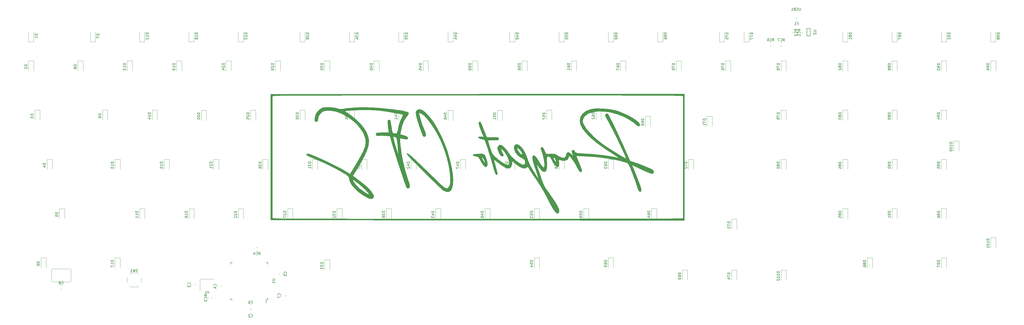
<source format=gbr>
%TF.GenerationSoftware,KiCad,Pcbnew,(5.1.6)-1*%
%TF.CreationDate,2020-07-26T12:10:16+02:00*%
%TF.ProjectId,Proyecto CFS,50726f79-6563-4746-9f20-4346532e6b69,rev?*%
%TF.SameCoordinates,Original*%
%TF.FileFunction,Legend,Bot*%
%TF.FilePolarity,Positive*%
%FSLAX46Y46*%
G04 Gerber Fmt 4.6, Leading zero omitted, Abs format (unit mm)*
G04 Created by KiCad (PCBNEW (5.1.6)-1) date 2020-07-26 12:10:16*
%MOMM*%
%LPD*%
G01*
G04 APERTURE LIST*
%ADD10C,0.010000*%
%ADD11C,0.120000*%
%ADD12C,0.150000*%
G04 APERTURE END LIST*
D10*
%TO.C,G\u002A\u002A\u002A*%
G36*
X80541842Y-110642894D02*
G01*
X80541842Y-159303947D01*
X240294474Y-159438515D01*
X240294474Y-111378158D01*
X239759737Y-111378158D01*
X239759737Y-158598335D01*
X239158158Y-158714204D01*
X238824857Y-158727435D01*
X237982565Y-158740075D01*
X236657026Y-158752121D01*
X234873986Y-158763570D01*
X232659189Y-158774419D01*
X230038381Y-158784664D01*
X227037306Y-158794304D01*
X223681710Y-158803333D01*
X219997338Y-158811751D01*
X216009935Y-158819552D01*
X211745245Y-158826736D01*
X207229015Y-158833297D01*
X202486988Y-158839234D01*
X197544910Y-158844543D01*
X192428526Y-158849221D01*
X187163580Y-158853265D01*
X181775819Y-158856672D01*
X176290987Y-158859439D01*
X170734829Y-158861563D01*
X165133090Y-158863041D01*
X159511514Y-158863870D01*
X153895848Y-158864046D01*
X148311836Y-158863567D01*
X142785224Y-158862429D01*
X137341755Y-158860630D01*
X132007176Y-158858166D01*
X126807231Y-158855035D01*
X121767665Y-158851233D01*
X116914224Y-158846757D01*
X112272651Y-158841604D01*
X107868694Y-158835771D01*
X103728095Y-158829255D01*
X99876601Y-158822054D01*
X96339957Y-158814163D01*
X93143907Y-158805580D01*
X90314197Y-158796301D01*
X87876571Y-158786325D01*
X85856774Y-158775647D01*
X84280553Y-158764264D01*
X83173651Y-158752174D01*
X82561813Y-158739373D01*
X82450738Y-158732868D01*
X81210263Y-158562842D01*
X81210263Y-111383999D01*
X82450738Y-111213973D01*
X82829452Y-111198382D01*
X83715331Y-111183552D01*
X85082579Y-111169486D01*
X86905398Y-111156183D01*
X89157991Y-111143643D01*
X91814560Y-111131868D01*
X94849307Y-111120858D01*
X98236436Y-111110612D01*
X101950149Y-111101132D01*
X105964648Y-111092419D01*
X110254136Y-111084472D01*
X114792815Y-111077292D01*
X119554889Y-111070879D01*
X124514559Y-111065235D01*
X129646028Y-111060359D01*
X134923499Y-111056252D01*
X140321174Y-111052915D01*
X145813256Y-111050347D01*
X151373947Y-111048551D01*
X156977450Y-111047525D01*
X162597968Y-111047270D01*
X168209702Y-111047787D01*
X173786856Y-111049077D01*
X179303633Y-111051140D01*
X184734234Y-111053976D01*
X190052862Y-111057585D01*
X195233720Y-111061969D01*
X200251010Y-111067128D01*
X205078935Y-111073062D01*
X209691698Y-111079772D01*
X214063501Y-111087258D01*
X218168546Y-111095521D01*
X221981036Y-111104561D01*
X225475174Y-111114379D01*
X228625162Y-111124975D01*
X231405203Y-111136349D01*
X233789499Y-111148503D01*
X235752253Y-111161436D01*
X237267668Y-111175150D01*
X238309945Y-111189643D01*
X238853288Y-111204918D01*
X238924211Y-111211052D01*
X239759737Y-111378158D01*
X240294474Y-111378158D01*
X240294474Y-110508326D01*
X80541842Y-110642894D01*
G37*
X80541842Y-110642894D02*
X80541842Y-159303947D01*
X240294474Y-159438515D01*
X240294474Y-111378158D01*
X239759737Y-111378158D01*
X239759737Y-158598335D01*
X239158158Y-158714204D01*
X238824857Y-158727435D01*
X237982565Y-158740075D01*
X236657026Y-158752121D01*
X234873986Y-158763570D01*
X232659189Y-158774419D01*
X230038381Y-158784664D01*
X227037306Y-158794304D01*
X223681710Y-158803333D01*
X219997338Y-158811751D01*
X216009935Y-158819552D01*
X211745245Y-158826736D01*
X207229015Y-158833297D01*
X202486988Y-158839234D01*
X197544910Y-158844543D01*
X192428526Y-158849221D01*
X187163580Y-158853265D01*
X181775819Y-158856672D01*
X176290987Y-158859439D01*
X170734829Y-158861563D01*
X165133090Y-158863041D01*
X159511514Y-158863870D01*
X153895848Y-158864046D01*
X148311836Y-158863567D01*
X142785224Y-158862429D01*
X137341755Y-158860630D01*
X132007176Y-158858166D01*
X126807231Y-158855035D01*
X121767665Y-158851233D01*
X116914224Y-158846757D01*
X112272651Y-158841604D01*
X107868694Y-158835771D01*
X103728095Y-158829255D01*
X99876601Y-158822054D01*
X96339957Y-158814163D01*
X93143907Y-158805580D01*
X90314197Y-158796301D01*
X87876571Y-158786325D01*
X85856774Y-158775647D01*
X84280553Y-158764264D01*
X83173651Y-158752174D01*
X82561813Y-158739373D01*
X82450738Y-158732868D01*
X81210263Y-158562842D01*
X81210263Y-111383999D01*
X82450738Y-111213973D01*
X82829452Y-111198382D01*
X83715331Y-111183552D01*
X85082579Y-111169486D01*
X86905398Y-111156183D01*
X89157991Y-111143643D01*
X91814560Y-111131868D01*
X94849307Y-111120858D01*
X98236436Y-111110612D01*
X101950149Y-111101132D01*
X105964648Y-111092419D01*
X110254136Y-111084472D01*
X114792815Y-111077292D01*
X119554889Y-111070879D01*
X124514559Y-111065235D01*
X129646028Y-111060359D01*
X134923499Y-111056252D01*
X140321174Y-111052915D01*
X145813256Y-111050347D01*
X151373947Y-111048551D01*
X156977450Y-111047525D01*
X162597968Y-111047270D01*
X168209702Y-111047787D01*
X173786856Y-111049077D01*
X179303633Y-111051140D01*
X184734234Y-111053976D01*
X190052862Y-111057585D01*
X195233720Y-111061969D01*
X200251010Y-111067128D01*
X205078935Y-111073062D01*
X209691698Y-111079772D01*
X214063501Y-111087258D01*
X218168546Y-111095521D01*
X221981036Y-111104561D01*
X225475174Y-111114379D01*
X228625162Y-111124975D01*
X231405203Y-111136349D01*
X233789499Y-111148503D01*
X235752253Y-111161436D01*
X237267668Y-111175150D01*
X238309945Y-111189643D01*
X238853288Y-111204918D01*
X238924211Y-111211052D01*
X239759737Y-111378158D01*
X240294474Y-111378158D01*
X240294474Y-110508326D01*
X80541842Y-110642894D01*
G36*
X204927544Y-116290001D02*
G01*
X203871533Y-116516242D01*
X202159991Y-117264662D01*
X200930566Y-118241218D01*
X200184302Y-119444744D01*
X199922239Y-120874074D01*
X199921842Y-120936579D01*
X200169344Y-122369935D01*
X200914405Y-123911811D01*
X202160859Y-125566343D01*
X203912537Y-127337665D01*
X206173273Y-129229914D01*
X208946900Y-131247226D01*
X210349211Y-132187627D01*
X211958953Y-133242180D01*
X213157949Y-134032088D01*
X213979993Y-134589910D01*
X214458877Y-134948204D01*
X214628391Y-135139532D01*
X214522329Y-135196450D01*
X214174482Y-135151519D01*
X213618643Y-135037298D01*
X213219522Y-134953217D01*
X211265113Y-134600239D01*
X208960081Y-134267056D01*
X206488535Y-133975945D01*
X204034581Y-133749182D01*
X202328158Y-133635365D01*
X200744837Y-133544906D01*
X199614641Y-133458027D01*
X198856371Y-133357355D01*
X198388826Y-133225517D01*
X198130805Y-133045140D01*
X198001109Y-132798853D01*
X197973559Y-132703714D01*
X197669402Y-132274745D01*
X197218275Y-132187783D01*
X196849865Y-132474816D01*
X196819369Y-132542973D01*
X196836848Y-133014693D01*
X197066649Y-133688654D01*
X197126449Y-133812973D01*
X197578167Y-134706052D01*
X196628680Y-133801737D01*
X195839549Y-133197901D01*
X195249140Y-133087046D01*
X194845913Y-133470490D01*
X194670514Y-134025325D01*
X194376362Y-134869646D01*
X193879905Y-135241162D01*
X193102206Y-135187377D01*
X192860079Y-135114860D01*
X191985126Y-134742388D01*
X191104669Y-134247889D01*
X191033713Y-134200683D01*
X190424092Y-133854199D01*
X189792941Y-133696330D01*
X188928635Y-133686657D01*
X188486012Y-133714082D01*
X187576097Y-133767435D01*
X187054192Y-133728442D01*
X186775366Y-133548558D01*
X186594690Y-133179240D01*
X186553354Y-133066741D01*
X186067976Y-131905529D01*
X185637754Y-131257432D01*
X185320863Y-131096579D01*
X184887814Y-131271383D01*
X184832379Y-131803209D01*
X185153773Y-132703177D01*
X185200383Y-132801016D01*
X185508804Y-133627512D01*
X185795477Y-134720901D01*
X186034344Y-135926934D01*
X186199349Y-137091364D01*
X186264435Y-138059944D01*
X186203546Y-138678427D01*
X186196533Y-138697901D01*
X186020222Y-138965845D01*
X185769446Y-138942761D01*
X185402074Y-138585367D01*
X184875973Y-137850377D01*
X184149013Y-136694508D01*
X183987640Y-136428594D01*
X183321181Y-135373094D01*
X182830606Y-134724772D01*
X182452673Y-134412512D01*
X182148977Y-134361070D01*
X181789577Y-134509285D01*
X181604208Y-134864401D01*
X181599622Y-135482984D01*
X181782572Y-136421598D01*
X182159808Y-137736809D01*
X182738082Y-139485182D01*
X182772580Y-139585526D01*
X183222892Y-140907654D01*
X183596052Y-142030584D01*
X183863894Y-142867315D01*
X183998247Y-143330848D01*
X184006186Y-143395526D01*
X183809260Y-143182818D01*
X183410885Y-142617082D01*
X182879534Y-141806898D01*
X182283684Y-140860850D01*
X181691810Y-139887517D01*
X181172387Y-138995483D01*
X180814929Y-138335140D01*
X180319462Y-137254802D01*
X179866130Y-136098314D01*
X179677272Y-135527771D01*
X179115749Y-133997049D01*
X178954599Y-133681125D01*
X177730263Y-133681125D01*
X177598141Y-134008468D01*
X177222913Y-133884948D01*
X176740807Y-133436052D01*
X176174284Y-132711000D01*
X175796421Y-132029800D01*
X175677943Y-131534363D01*
X175730046Y-131407890D01*
X175986416Y-131484379D01*
X176428303Y-131866753D01*
X176937566Y-132420745D01*
X177396062Y-133012087D01*
X177685650Y-133506512D01*
X177730263Y-133681125D01*
X178954599Y-133681125D01*
X178404835Y-132603354D01*
X177606755Y-131431369D01*
X176783730Y-130565775D01*
X175997983Y-130091255D01*
X175635486Y-130027105D01*
X174946788Y-130215765D01*
X174578095Y-130721374D01*
X174503173Y-131453374D01*
X174695786Y-132321209D01*
X175129700Y-133234319D01*
X175778680Y-134102150D01*
X176616491Y-134834142D01*
X177113443Y-135128708D01*
X178003438Y-135606354D01*
X178509023Y-135995787D01*
X178737252Y-136419523D01*
X178795176Y-137000080D01*
X178795643Y-137053917D01*
X178644181Y-137736765D01*
X178188781Y-137993342D01*
X177442743Y-137827846D01*
X176419370Y-137244474D01*
X175131961Y-136247424D01*
X174510568Y-135701658D01*
X173687485Y-134905093D01*
X172984291Y-134132016D01*
X172534139Y-133530572D01*
X172492555Y-133456436D01*
X171992316Y-132673093D01*
X171303254Y-131817477D01*
X170558545Y-131034392D01*
X169891365Y-130468644D01*
X169583949Y-130293861D01*
X168941104Y-130293367D01*
X168394943Y-130683665D01*
X168118553Y-131326294D01*
X168110872Y-131472228D01*
X168248839Y-132162352D01*
X168583368Y-133040293D01*
X169011771Y-133878910D01*
X169431361Y-134451062D01*
X169475280Y-134490232D01*
X170012443Y-134658086D01*
X170243914Y-134572389D01*
X170442648Y-134350510D01*
X170388060Y-133981443D01*
X170056780Y-133321164D01*
X170034420Y-133281280D01*
X169597567Y-132411438D01*
X169470269Y-131925729D01*
X169647819Y-131843499D01*
X170125508Y-132184098D01*
X170269212Y-132316556D01*
X170996984Y-133183096D01*
X171685085Y-134300596D01*
X172244575Y-135490196D01*
X172586510Y-136573040D01*
X172650263Y-137104744D01*
X172598782Y-137743462D01*
X172376469Y-138005805D01*
X172026168Y-138048158D01*
X171437373Y-137878079D01*
X170568807Y-137417347D01*
X169531576Y-136740213D01*
X168436786Y-135920933D01*
X167395545Y-135033759D01*
X167101227Y-134756774D01*
X166465488Y-134066956D01*
X165994319Y-133331088D01*
X165591531Y-132373211D01*
X165287108Y-131438261D01*
X164961392Y-130381808D01*
X164681338Y-129494038D01*
X164493218Y-128920919D01*
X164457540Y-128821366D01*
X164461537Y-128622322D01*
X164720844Y-128501354D01*
X165325573Y-128440801D01*
X166365840Y-128423003D01*
X166490780Y-128422894D01*
X167564679Y-128415373D01*
X168207204Y-128373082D01*
X168521695Y-128266426D01*
X168611490Y-128065814D01*
X168591491Y-127821316D01*
X168518621Y-127524656D01*
X168329229Y-127352851D01*
X167910490Y-127280197D01*
X167149582Y-127280986D01*
X166353637Y-127311443D01*
X165139627Y-127332012D01*
X164371019Y-127262842D01*
X163964590Y-127094805D01*
X163915842Y-127044075D01*
X163711912Y-126652099D01*
X163386782Y-125877448D01*
X162990528Y-124844013D01*
X162690024Y-124011316D01*
X162165937Y-122633805D01*
X161726465Y-121713939D01*
X161385804Y-121280271D01*
X161317819Y-121251185D01*
X160969028Y-121376340D01*
X160908500Y-121949610D01*
X161136323Y-122971642D01*
X161652585Y-124443088D01*
X161804696Y-124826723D01*
X162723338Y-127104918D01*
X161737853Y-127028643D01*
X161000644Y-127063858D01*
X160720801Y-127268128D01*
X160881273Y-127563790D01*
X161465004Y-127873184D01*
X161955527Y-128019916D01*
X163158685Y-128310935D01*
X163911295Y-130439020D01*
X164311613Y-131621993D01*
X164808089Y-133165010D01*
X165354105Y-134915395D01*
X165903047Y-136720471D01*
X166408299Y-138427563D01*
X166823244Y-139883993D01*
X167030480Y-140655000D01*
X167310158Y-141409552D01*
X167633344Y-141774384D01*
X167714253Y-141791316D01*
X167943342Y-141751644D01*
X168057638Y-141577213D01*
X168049402Y-141184897D01*
X167910896Y-140491572D01*
X167634379Y-139414114D01*
X167419211Y-138622353D01*
X167136113Y-137545491D01*
X166931288Y-136679728D01*
X166830988Y-136141306D01*
X166832240Y-136023374D01*
X167071506Y-136127166D01*
X167596251Y-136495731D01*
X168197062Y-136971417D01*
X169708210Y-138131296D01*
X170957763Y-138889939D01*
X171925774Y-139262163D01*
X172761255Y-139250668D01*
X173367754Y-138791099D01*
X173686138Y-137942427D01*
X173719737Y-137473067D01*
X173719737Y-136446117D01*
X175374018Y-137779152D01*
X176755515Y-138753953D01*
X177894905Y-139255429D01*
X178796388Y-139284887D01*
X179312697Y-139003655D01*
X179611315Y-138781759D01*
X179855846Y-138819344D01*
X180153915Y-139189757D01*
X180541116Y-139840841D01*
X180975464Y-140543325D01*
X181639235Y-141552613D01*
X182447837Y-142742684D01*
X183316673Y-143987520D01*
X183465779Y-144197631D01*
X184788751Y-146196344D01*
X186132449Y-148475587D01*
X187361795Y-150804354D01*
X187530671Y-151149210D01*
X188558892Y-153199538D01*
X189428272Y-154765253D01*
X190155866Y-155866723D01*
X190758728Y-156524316D01*
X191253914Y-156758398D01*
X191658479Y-156589337D01*
X191857358Y-156316315D01*
X191964725Y-155761988D01*
X191782177Y-154961604D01*
X191294053Y-153884409D01*
X190867422Y-153154473D01*
X189761842Y-153154473D01*
X189628158Y-153288158D01*
X189494474Y-153154473D01*
X189628158Y-153020789D01*
X189761842Y-153154473D01*
X190867422Y-153154473D01*
X190554880Y-152619737D01*
X189494474Y-152619737D01*
X189360790Y-152753421D01*
X189227106Y-152619737D01*
X189360790Y-152486052D01*
X189494474Y-152619737D01*
X190554880Y-152619737D01*
X190484690Y-152499648D01*
X189338427Y-150776568D01*
X188272821Y-149277631D01*
X187534646Y-148236944D01*
X186878839Y-147270303D01*
X186395463Y-146512596D01*
X186219839Y-146202894D01*
X185983326Y-145656772D01*
X185636957Y-144761878D01*
X185218999Y-143627873D01*
X184767723Y-142364418D01*
X184321396Y-141081177D01*
X183918286Y-139887810D01*
X183596662Y-138893979D01*
X183394793Y-138209346D01*
X183345000Y-137964785D01*
X183476652Y-138001440D01*
X183820833Y-138400566D01*
X184274392Y-139034310D01*
X185085866Y-140062593D01*
X185796622Y-140577494D01*
X186422879Y-140587427D01*
X186783761Y-140335759D01*
X186991697Y-140021648D01*
X187118560Y-139517193D01*
X187177956Y-138715056D01*
X187183489Y-137507901D01*
X187179423Y-137214309D01*
X187170630Y-135987249D01*
X187199037Y-135209776D01*
X187276557Y-134797338D01*
X187415101Y-134665383D01*
X187535501Y-134686819D01*
X188085893Y-134827209D01*
X188246341Y-134840739D01*
X188521301Y-135067682D01*
X188870795Y-135644076D01*
X189053120Y-136044033D01*
X189585221Y-137090568D01*
X190209266Y-137945034D01*
X190837982Y-138513791D01*
X191384096Y-138703200D01*
X191506906Y-138676831D01*
X191777141Y-138475808D01*
X191871802Y-138057772D01*
X191820354Y-137276813D01*
X191809136Y-137180117D01*
X191787811Y-136951739D01*
X190825371Y-136951739D01*
X190703682Y-136937639D01*
X190426660Y-136618003D01*
X190105120Y-136151095D01*
X189849877Y-135695178D01*
X189767788Y-135441316D01*
X189864428Y-135113237D01*
X190108599Y-135195296D01*
X190402071Y-135622715D01*
X190537792Y-135949108D01*
X190737091Y-136569260D01*
X190825146Y-136939628D01*
X190825371Y-136951739D01*
X191787811Y-136951739D01*
X191736750Y-136404940D01*
X191780884Y-136046578D01*
X191970880Y-135994267D01*
X192110964Y-136040738D01*
X193340244Y-136363716D01*
X194376748Y-136317866D01*
X195138814Y-135922444D01*
X195536091Y-135233072D01*
X195719059Y-134738538D01*
X195873459Y-134576430D01*
X196156136Y-134795322D01*
X196627197Y-135371955D01*
X197213031Y-136197914D01*
X197840026Y-137164785D01*
X198434571Y-138164153D01*
X198888778Y-139017380D01*
X199456204Y-140045652D01*
X199919093Y-140597000D01*
X200225914Y-140721842D01*
X200581389Y-140625437D01*
X200694010Y-140285799D01*
X200561605Y-139627292D01*
X200182003Y-138574279D01*
X200162864Y-138525950D01*
X199725236Y-137423539D01*
X199263027Y-136259412D01*
X199080670Y-135800197D01*
X198559558Y-134488025D01*
X202420315Y-134654774D01*
X205156878Y-134831940D01*
X207977713Y-135121445D01*
X210759671Y-135504100D01*
X213379607Y-135960716D01*
X215714372Y-136472105D01*
X217640818Y-137019077D01*
X217682070Y-137032837D01*
X218092789Y-137185423D01*
X218415116Y-137382393D01*
X218700451Y-137706923D01*
X219000192Y-138242193D01*
X219365737Y-139071382D01*
X219848487Y-140277668D01*
X220126840Y-140989210D01*
X220685898Y-142463722D01*
X221215420Y-143936376D01*
X221661451Y-145252114D01*
X221970037Y-146255880D01*
X222007389Y-146393617D01*
X222401392Y-147582636D01*
X222820441Y-148254072D01*
X223259089Y-148401453D01*
X223544913Y-148220455D01*
X223642648Y-147924115D01*
X223579402Y-147354529D01*
X223342023Y-146469329D01*
X222917356Y-145226148D01*
X222292247Y-143582615D01*
X221469275Y-141534824D01*
X220965916Y-140286770D01*
X220555630Y-139236405D01*
X220271736Y-138471686D01*
X220147549Y-138080572D01*
X220148601Y-138048158D01*
X220418623Y-138160077D01*
X221049482Y-138458898D01*
X221925328Y-138889217D01*
X222319883Y-139086543D01*
X224215361Y-140007663D01*
X225785168Y-140704785D01*
X226993461Y-141163855D01*
X227804397Y-141370818D01*
X228114568Y-141358885D01*
X228465073Y-140989459D01*
X228487336Y-140443935D01*
X228196053Y-140001451D01*
X227671032Y-139696644D01*
X226767705Y-139260179D01*
X225609709Y-138744776D01*
X224320684Y-138203151D01*
X223024268Y-137688022D01*
X221844100Y-137252108D01*
X221373824Y-137092548D01*
X219306053Y-136417752D01*
X217457026Y-132219797D01*
X216589560Y-130274622D01*
X215682409Y-128283756D01*
X214765604Y-126309149D01*
X213869179Y-124412756D01*
X213023166Y-122656527D01*
X212257600Y-121102414D01*
X211602512Y-119812371D01*
X211087936Y-118848348D01*
X210743904Y-118272299D01*
X210630359Y-118137726D01*
X210191402Y-118136522D01*
X209893932Y-118336219D01*
X209718396Y-118587169D01*
X209716884Y-118913507D01*
X209923346Y-119429159D01*
X210371732Y-120248050D01*
X210560696Y-120573644D01*
X211172673Y-121661973D01*
X211892290Y-123007471D01*
X212686497Y-124541584D01*
X213522242Y-126195756D01*
X214366475Y-127901431D01*
X215186144Y-129590053D01*
X215948197Y-131193068D01*
X216619584Y-132641920D01*
X217167254Y-133868053D01*
X217558154Y-134802912D01*
X217759234Y-135377941D01*
X217770583Y-135528540D01*
X217511969Y-135438464D01*
X216886552Y-135104216D01*
X215974344Y-134575393D01*
X214855357Y-133901591D01*
X213609603Y-133132408D01*
X212317095Y-132317440D01*
X211057844Y-131506283D01*
X209911862Y-130748534D01*
X208959162Y-130093789D01*
X208679700Y-129893421D01*
X206884215Y-128492106D01*
X205233675Y-127023670D01*
X203780855Y-125549341D01*
X202578532Y-124130344D01*
X201679482Y-122827908D01*
X201136482Y-121703260D01*
X200993928Y-120976986D01*
X201240729Y-119987280D01*
X201945491Y-119044281D01*
X203033411Y-118240602D01*
X203329372Y-118085490D01*
X205092815Y-117489148D01*
X207157132Y-117234123D01*
X209430419Y-117298870D01*
X211820771Y-117661844D01*
X214236286Y-118301499D01*
X216585058Y-119196292D01*
X218775183Y-120324676D01*
X220714758Y-121665107D01*
X221494220Y-122343864D01*
X222176310Y-122858466D01*
X222699820Y-123002371D01*
X222764220Y-122985601D01*
X223130682Y-122659230D01*
X223056777Y-122169163D01*
X222597781Y-121552406D01*
X221808971Y-120845965D01*
X220745623Y-120086845D01*
X219463012Y-119312055D01*
X218016416Y-118558599D01*
X216461110Y-117863483D01*
X214852371Y-117263714D01*
X213691316Y-116911502D01*
X212017591Y-116549367D01*
X210161688Y-116300407D01*
X208266270Y-116170365D01*
X206474001Y-116164982D01*
X204927544Y-116290001D01*
G37*
X204927544Y-116290001D02*
X203871533Y-116516242D01*
X202159991Y-117264662D01*
X200930566Y-118241218D01*
X200184302Y-119444744D01*
X199922239Y-120874074D01*
X199921842Y-120936579D01*
X200169344Y-122369935D01*
X200914405Y-123911811D01*
X202160859Y-125566343D01*
X203912537Y-127337665D01*
X206173273Y-129229914D01*
X208946900Y-131247226D01*
X210349211Y-132187627D01*
X211958953Y-133242180D01*
X213157949Y-134032088D01*
X213979993Y-134589910D01*
X214458877Y-134948204D01*
X214628391Y-135139532D01*
X214522329Y-135196450D01*
X214174482Y-135151519D01*
X213618643Y-135037298D01*
X213219522Y-134953217D01*
X211265113Y-134600239D01*
X208960081Y-134267056D01*
X206488535Y-133975945D01*
X204034581Y-133749182D01*
X202328158Y-133635365D01*
X200744837Y-133544906D01*
X199614641Y-133458027D01*
X198856371Y-133357355D01*
X198388826Y-133225517D01*
X198130805Y-133045140D01*
X198001109Y-132798853D01*
X197973559Y-132703714D01*
X197669402Y-132274745D01*
X197218275Y-132187783D01*
X196849865Y-132474816D01*
X196819369Y-132542973D01*
X196836848Y-133014693D01*
X197066649Y-133688654D01*
X197126449Y-133812973D01*
X197578167Y-134706052D01*
X196628680Y-133801737D01*
X195839549Y-133197901D01*
X195249140Y-133087046D01*
X194845913Y-133470490D01*
X194670514Y-134025325D01*
X194376362Y-134869646D01*
X193879905Y-135241162D01*
X193102206Y-135187377D01*
X192860079Y-135114860D01*
X191985126Y-134742388D01*
X191104669Y-134247889D01*
X191033713Y-134200683D01*
X190424092Y-133854199D01*
X189792941Y-133696330D01*
X188928635Y-133686657D01*
X188486012Y-133714082D01*
X187576097Y-133767435D01*
X187054192Y-133728442D01*
X186775366Y-133548558D01*
X186594690Y-133179240D01*
X186553354Y-133066741D01*
X186067976Y-131905529D01*
X185637754Y-131257432D01*
X185320863Y-131096579D01*
X184887814Y-131271383D01*
X184832379Y-131803209D01*
X185153773Y-132703177D01*
X185200383Y-132801016D01*
X185508804Y-133627512D01*
X185795477Y-134720901D01*
X186034344Y-135926934D01*
X186199349Y-137091364D01*
X186264435Y-138059944D01*
X186203546Y-138678427D01*
X186196533Y-138697901D01*
X186020222Y-138965845D01*
X185769446Y-138942761D01*
X185402074Y-138585367D01*
X184875973Y-137850377D01*
X184149013Y-136694508D01*
X183987640Y-136428594D01*
X183321181Y-135373094D01*
X182830606Y-134724772D01*
X182452673Y-134412512D01*
X182148977Y-134361070D01*
X181789577Y-134509285D01*
X181604208Y-134864401D01*
X181599622Y-135482984D01*
X181782572Y-136421598D01*
X182159808Y-137736809D01*
X182738082Y-139485182D01*
X182772580Y-139585526D01*
X183222892Y-140907654D01*
X183596052Y-142030584D01*
X183863894Y-142867315D01*
X183998247Y-143330848D01*
X184006186Y-143395526D01*
X183809260Y-143182818D01*
X183410885Y-142617082D01*
X182879534Y-141806898D01*
X182283684Y-140860850D01*
X181691810Y-139887517D01*
X181172387Y-138995483D01*
X180814929Y-138335140D01*
X180319462Y-137254802D01*
X179866130Y-136098314D01*
X179677272Y-135527771D01*
X179115749Y-133997049D01*
X178954599Y-133681125D01*
X177730263Y-133681125D01*
X177598141Y-134008468D01*
X177222913Y-133884948D01*
X176740807Y-133436052D01*
X176174284Y-132711000D01*
X175796421Y-132029800D01*
X175677943Y-131534363D01*
X175730046Y-131407890D01*
X175986416Y-131484379D01*
X176428303Y-131866753D01*
X176937566Y-132420745D01*
X177396062Y-133012087D01*
X177685650Y-133506512D01*
X177730263Y-133681125D01*
X178954599Y-133681125D01*
X178404835Y-132603354D01*
X177606755Y-131431369D01*
X176783730Y-130565775D01*
X175997983Y-130091255D01*
X175635486Y-130027105D01*
X174946788Y-130215765D01*
X174578095Y-130721374D01*
X174503173Y-131453374D01*
X174695786Y-132321209D01*
X175129700Y-133234319D01*
X175778680Y-134102150D01*
X176616491Y-134834142D01*
X177113443Y-135128708D01*
X178003438Y-135606354D01*
X178509023Y-135995787D01*
X178737252Y-136419523D01*
X178795176Y-137000080D01*
X178795643Y-137053917D01*
X178644181Y-137736765D01*
X178188781Y-137993342D01*
X177442743Y-137827846D01*
X176419370Y-137244474D01*
X175131961Y-136247424D01*
X174510568Y-135701658D01*
X173687485Y-134905093D01*
X172984291Y-134132016D01*
X172534139Y-133530572D01*
X172492555Y-133456436D01*
X171992316Y-132673093D01*
X171303254Y-131817477D01*
X170558545Y-131034392D01*
X169891365Y-130468644D01*
X169583949Y-130293861D01*
X168941104Y-130293367D01*
X168394943Y-130683665D01*
X168118553Y-131326294D01*
X168110872Y-131472228D01*
X168248839Y-132162352D01*
X168583368Y-133040293D01*
X169011771Y-133878910D01*
X169431361Y-134451062D01*
X169475280Y-134490232D01*
X170012443Y-134658086D01*
X170243914Y-134572389D01*
X170442648Y-134350510D01*
X170388060Y-133981443D01*
X170056780Y-133321164D01*
X170034420Y-133281280D01*
X169597567Y-132411438D01*
X169470269Y-131925729D01*
X169647819Y-131843499D01*
X170125508Y-132184098D01*
X170269212Y-132316556D01*
X170996984Y-133183096D01*
X171685085Y-134300596D01*
X172244575Y-135490196D01*
X172586510Y-136573040D01*
X172650263Y-137104744D01*
X172598782Y-137743462D01*
X172376469Y-138005805D01*
X172026168Y-138048158D01*
X171437373Y-137878079D01*
X170568807Y-137417347D01*
X169531576Y-136740213D01*
X168436786Y-135920933D01*
X167395545Y-135033759D01*
X167101227Y-134756774D01*
X166465488Y-134066956D01*
X165994319Y-133331088D01*
X165591531Y-132373211D01*
X165287108Y-131438261D01*
X164961392Y-130381808D01*
X164681338Y-129494038D01*
X164493218Y-128920919D01*
X164457540Y-128821366D01*
X164461537Y-128622322D01*
X164720844Y-128501354D01*
X165325573Y-128440801D01*
X166365840Y-128423003D01*
X166490780Y-128422894D01*
X167564679Y-128415373D01*
X168207204Y-128373082D01*
X168521695Y-128266426D01*
X168611490Y-128065814D01*
X168591491Y-127821316D01*
X168518621Y-127524656D01*
X168329229Y-127352851D01*
X167910490Y-127280197D01*
X167149582Y-127280986D01*
X166353637Y-127311443D01*
X165139627Y-127332012D01*
X164371019Y-127262842D01*
X163964590Y-127094805D01*
X163915842Y-127044075D01*
X163711912Y-126652099D01*
X163386782Y-125877448D01*
X162990528Y-124844013D01*
X162690024Y-124011316D01*
X162165937Y-122633805D01*
X161726465Y-121713939D01*
X161385804Y-121280271D01*
X161317819Y-121251185D01*
X160969028Y-121376340D01*
X160908500Y-121949610D01*
X161136323Y-122971642D01*
X161652585Y-124443088D01*
X161804696Y-124826723D01*
X162723338Y-127104918D01*
X161737853Y-127028643D01*
X161000644Y-127063858D01*
X160720801Y-127268128D01*
X160881273Y-127563790D01*
X161465004Y-127873184D01*
X161955527Y-128019916D01*
X163158685Y-128310935D01*
X163911295Y-130439020D01*
X164311613Y-131621993D01*
X164808089Y-133165010D01*
X165354105Y-134915395D01*
X165903047Y-136720471D01*
X166408299Y-138427563D01*
X166823244Y-139883993D01*
X167030480Y-140655000D01*
X167310158Y-141409552D01*
X167633344Y-141774384D01*
X167714253Y-141791316D01*
X167943342Y-141751644D01*
X168057638Y-141577213D01*
X168049402Y-141184897D01*
X167910896Y-140491572D01*
X167634379Y-139414114D01*
X167419211Y-138622353D01*
X167136113Y-137545491D01*
X166931288Y-136679728D01*
X166830988Y-136141306D01*
X166832240Y-136023374D01*
X167071506Y-136127166D01*
X167596251Y-136495731D01*
X168197062Y-136971417D01*
X169708210Y-138131296D01*
X170957763Y-138889939D01*
X171925774Y-139262163D01*
X172761255Y-139250668D01*
X173367754Y-138791099D01*
X173686138Y-137942427D01*
X173719737Y-137473067D01*
X173719737Y-136446117D01*
X175374018Y-137779152D01*
X176755515Y-138753953D01*
X177894905Y-139255429D01*
X178796388Y-139284887D01*
X179312697Y-139003655D01*
X179611315Y-138781759D01*
X179855846Y-138819344D01*
X180153915Y-139189757D01*
X180541116Y-139840841D01*
X180975464Y-140543325D01*
X181639235Y-141552613D01*
X182447837Y-142742684D01*
X183316673Y-143987520D01*
X183465779Y-144197631D01*
X184788751Y-146196344D01*
X186132449Y-148475587D01*
X187361795Y-150804354D01*
X187530671Y-151149210D01*
X188558892Y-153199538D01*
X189428272Y-154765253D01*
X190155866Y-155866723D01*
X190758728Y-156524316D01*
X191253914Y-156758398D01*
X191658479Y-156589337D01*
X191857358Y-156316315D01*
X191964725Y-155761988D01*
X191782177Y-154961604D01*
X191294053Y-153884409D01*
X190867422Y-153154473D01*
X189761842Y-153154473D01*
X189628158Y-153288158D01*
X189494474Y-153154473D01*
X189628158Y-153020789D01*
X189761842Y-153154473D01*
X190867422Y-153154473D01*
X190554880Y-152619737D01*
X189494474Y-152619737D01*
X189360790Y-152753421D01*
X189227106Y-152619737D01*
X189360790Y-152486052D01*
X189494474Y-152619737D01*
X190554880Y-152619737D01*
X190484690Y-152499648D01*
X189338427Y-150776568D01*
X188272821Y-149277631D01*
X187534646Y-148236944D01*
X186878839Y-147270303D01*
X186395463Y-146512596D01*
X186219839Y-146202894D01*
X185983326Y-145656772D01*
X185636957Y-144761878D01*
X185218999Y-143627873D01*
X184767723Y-142364418D01*
X184321396Y-141081177D01*
X183918286Y-139887810D01*
X183596662Y-138893979D01*
X183394793Y-138209346D01*
X183345000Y-137964785D01*
X183476652Y-138001440D01*
X183820833Y-138400566D01*
X184274392Y-139034310D01*
X185085866Y-140062593D01*
X185796622Y-140577494D01*
X186422879Y-140587427D01*
X186783761Y-140335759D01*
X186991697Y-140021648D01*
X187118560Y-139517193D01*
X187177956Y-138715056D01*
X187183489Y-137507901D01*
X187179423Y-137214309D01*
X187170630Y-135987249D01*
X187199037Y-135209776D01*
X187276557Y-134797338D01*
X187415101Y-134665383D01*
X187535501Y-134686819D01*
X188085893Y-134827209D01*
X188246341Y-134840739D01*
X188521301Y-135067682D01*
X188870795Y-135644076D01*
X189053120Y-136044033D01*
X189585221Y-137090568D01*
X190209266Y-137945034D01*
X190837982Y-138513791D01*
X191384096Y-138703200D01*
X191506906Y-138676831D01*
X191777141Y-138475808D01*
X191871802Y-138057772D01*
X191820354Y-137276813D01*
X191809136Y-137180117D01*
X191787811Y-136951739D01*
X190825371Y-136951739D01*
X190703682Y-136937639D01*
X190426660Y-136618003D01*
X190105120Y-136151095D01*
X189849877Y-135695178D01*
X189767788Y-135441316D01*
X189864428Y-135113237D01*
X190108599Y-135195296D01*
X190402071Y-135622715D01*
X190537792Y-135949108D01*
X190737091Y-136569260D01*
X190825146Y-136939628D01*
X190825371Y-136951739D01*
X191787811Y-136951739D01*
X191736750Y-136404940D01*
X191780884Y-136046578D01*
X191970880Y-135994267D01*
X192110964Y-136040738D01*
X193340244Y-136363716D01*
X194376748Y-136317866D01*
X195138814Y-135922444D01*
X195536091Y-135233072D01*
X195719059Y-134738538D01*
X195873459Y-134576430D01*
X196156136Y-134795322D01*
X196627197Y-135371955D01*
X197213031Y-136197914D01*
X197840026Y-137164785D01*
X198434571Y-138164153D01*
X198888778Y-139017380D01*
X199456204Y-140045652D01*
X199919093Y-140597000D01*
X200225914Y-140721842D01*
X200581389Y-140625437D01*
X200694010Y-140285799D01*
X200561605Y-139627292D01*
X200182003Y-138574279D01*
X200162864Y-138525950D01*
X199725236Y-137423539D01*
X199263027Y-136259412D01*
X199080670Y-135800197D01*
X198559558Y-134488025D01*
X202420315Y-134654774D01*
X205156878Y-134831940D01*
X207977713Y-135121445D01*
X210759671Y-135504100D01*
X213379607Y-135960716D01*
X215714372Y-136472105D01*
X217640818Y-137019077D01*
X217682070Y-137032837D01*
X218092789Y-137185423D01*
X218415116Y-137382393D01*
X218700451Y-137706923D01*
X219000192Y-138242193D01*
X219365737Y-139071382D01*
X219848487Y-140277668D01*
X220126840Y-140989210D01*
X220685898Y-142463722D01*
X221215420Y-143936376D01*
X221661451Y-145252114D01*
X221970037Y-146255880D01*
X222007389Y-146393617D01*
X222401392Y-147582636D01*
X222820441Y-148254072D01*
X223259089Y-148401453D01*
X223544913Y-148220455D01*
X223642648Y-147924115D01*
X223579402Y-147354529D01*
X223342023Y-146469329D01*
X222917356Y-145226148D01*
X222292247Y-143582615D01*
X221469275Y-141534824D01*
X220965916Y-140286770D01*
X220555630Y-139236405D01*
X220271736Y-138471686D01*
X220147549Y-138080572D01*
X220148601Y-138048158D01*
X220418623Y-138160077D01*
X221049482Y-138458898D01*
X221925328Y-138889217D01*
X222319883Y-139086543D01*
X224215361Y-140007663D01*
X225785168Y-140704785D01*
X226993461Y-141163855D01*
X227804397Y-141370818D01*
X228114568Y-141358885D01*
X228465073Y-140989459D01*
X228487336Y-140443935D01*
X228196053Y-140001451D01*
X227671032Y-139696644D01*
X226767705Y-139260179D01*
X225609709Y-138744776D01*
X224320684Y-138203151D01*
X223024268Y-137688022D01*
X221844100Y-137252108D01*
X221373824Y-137092548D01*
X219306053Y-136417752D01*
X217457026Y-132219797D01*
X216589560Y-130274622D01*
X215682409Y-128283756D01*
X214765604Y-126309149D01*
X213869179Y-124412756D01*
X213023166Y-122656527D01*
X212257600Y-121102414D01*
X211602512Y-119812371D01*
X211087936Y-118848348D01*
X210743904Y-118272299D01*
X210630359Y-118137726D01*
X210191402Y-118136522D01*
X209893932Y-118336219D01*
X209718396Y-118587169D01*
X209716884Y-118913507D01*
X209923346Y-119429159D01*
X210371732Y-120248050D01*
X210560696Y-120573644D01*
X211172673Y-121661973D01*
X211892290Y-123007471D01*
X212686497Y-124541584D01*
X213522242Y-126195756D01*
X214366475Y-127901431D01*
X215186144Y-129590053D01*
X215948197Y-131193068D01*
X216619584Y-132641920D01*
X217167254Y-133868053D01*
X217558154Y-134802912D01*
X217759234Y-135377941D01*
X217770583Y-135528540D01*
X217511969Y-135438464D01*
X216886552Y-135104216D01*
X215974344Y-134575393D01*
X214855357Y-133901591D01*
X213609603Y-133132408D01*
X212317095Y-132317440D01*
X211057844Y-131506283D01*
X209911862Y-130748534D01*
X208959162Y-130093789D01*
X208679700Y-129893421D01*
X206884215Y-128492106D01*
X205233675Y-127023670D01*
X203780855Y-125549341D01*
X202578532Y-124130344D01*
X201679482Y-122827908D01*
X201136482Y-121703260D01*
X200993928Y-120976986D01*
X201240729Y-119987280D01*
X201945491Y-119044281D01*
X203033411Y-118240602D01*
X203329372Y-118085490D01*
X205092815Y-117489148D01*
X207157132Y-117234123D01*
X209430419Y-117298870D01*
X211820771Y-117661844D01*
X214236286Y-118301499D01*
X216585058Y-119196292D01*
X218775183Y-120324676D01*
X220714758Y-121665107D01*
X221494220Y-122343864D01*
X222176310Y-122858466D01*
X222699820Y-123002371D01*
X222764220Y-122985601D01*
X223130682Y-122659230D01*
X223056777Y-122169163D01*
X222597781Y-121552406D01*
X221808971Y-120845965D01*
X220745623Y-120086845D01*
X219463012Y-119312055D01*
X218016416Y-118558599D01*
X216461110Y-117863483D01*
X214852371Y-117263714D01*
X213691316Y-116911502D01*
X212017591Y-116549367D01*
X210161688Y-116300407D01*
X208266270Y-116170365D01*
X206474001Y-116164982D01*
X204927544Y-116290001D01*
G36*
X100555919Y-115903675D02*
G01*
X99589563Y-116429596D01*
X98688475Y-117307194D01*
X98498476Y-117535805D01*
X98016651Y-118325363D01*
X97680795Y-119244542D01*
X97520658Y-120138801D01*
X97565987Y-120853601D01*
X97791814Y-121206857D01*
X98341635Y-121330059D01*
X98722950Y-120992508D01*
X98857579Y-120306394D01*
X99097852Y-119197959D01*
X99733572Y-118156391D01*
X100640931Y-117376306D01*
X100765010Y-117308048D01*
X101461504Y-117051253D01*
X102341888Y-116952126D01*
X103517360Y-116986414D01*
X105661568Y-117345786D01*
X107825460Y-118104887D01*
X109934395Y-119201907D01*
X111913729Y-120575035D01*
X113688822Y-122162463D01*
X115185032Y-123902379D01*
X116327717Y-125732975D01*
X117042234Y-127592440D01*
X117187933Y-128306826D01*
X117230859Y-129387153D01*
X117104485Y-130540462D01*
X117055232Y-130765810D01*
X116770938Y-131573737D01*
X116246158Y-132736126D01*
X115530917Y-134158496D01*
X114675236Y-135746369D01*
X113729139Y-137405263D01*
X112742649Y-139040699D01*
X112315478Y-139717911D01*
X111160699Y-141521348D01*
X109372900Y-140427095D01*
X108117078Y-139702244D01*
X106491612Y-138829315D01*
X104619080Y-137869189D01*
X102622057Y-136882749D01*
X100623118Y-135930875D01*
X98744840Y-135074450D01*
X97579008Y-134569205D01*
X96290140Y-134046075D01*
X95405116Y-133740459D01*
X94849023Y-133631683D01*
X94546945Y-133699072D01*
X94517639Y-133724361D01*
X94368274Y-133918527D01*
X94382092Y-134105691D01*
X94621283Y-134323524D01*
X95148042Y-134609699D01*
X96024561Y-135001886D01*
X97313031Y-135537758D01*
X97920790Y-135785756D01*
X101654001Y-137419667D01*
X105323168Y-139242077D01*
X108630309Y-141098723D01*
X109643620Y-141721541D01*
X110279758Y-142170952D01*
X110627351Y-142536183D01*
X110775023Y-142906459D01*
X110809582Y-143292749D01*
X111077793Y-144420774D01*
X111780164Y-145671377D01*
X112852024Y-146974482D01*
X114228707Y-148260018D01*
X115845542Y-149457909D01*
X117294974Y-150320189D01*
X118477397Y-150883053D01*
X119319589Y-151109726D01*
X119891374Y-151007229D01*
X120244761Y-150616888D01*
X120315203Y-149929376D01*
X120075343Y-149363263D01*
X118532946Y-149363263D01*
X118402205Y-149399879D01*
X117932285Y-149192090D01*
X117608306Y-149028596D01*
X116859621Y-148577489D01*
X115913144Y-147913103D01*
X114970797Y-147177369D01*
X114950177Y-147160238D01*
X114058158Y-146346883D01*
X113276164Y-145505589D01*
X112676500Y-144730299D01*
X112331472Y-144114958D01*
X112313387Y-143753511D01*
X112321397Y-143744744D01*
X112597365Y-143820674D01*
X113169892Y-144198999D01*
X113955183Y-144806246D01*
X114869445Y-145568945D01*
X115828883Y-146413624D01*
X116749704Y-147266812D01*
X117548112Y-148055037D01*
X118140314Y-148704828D01*
X118416693Y-149089150D01*
X118532946Y-149363263D01*
X120075343Y-149363263D01*
X119930912Y-149022381D01*
X119112918Y-147920534D01*
X117882253Y-146648465D01*
X116259948Y-145230806D01*
X114442477Y-143821269D01*
X112304440Y-142241749D01*
X114133498Y-139208800D01*
X115584911Y-136739030D01*
X116725376Y-134630276D01*
X117567922Y-132818136D01*
X118125576Y-131238205D01*
X118411367Y-129826081D01*
X118438325Y-128517359D01*
X118219478Y-127247637D01*
X117767854Y-125952510D01*
X117096482Y-124567575D01*
X117095675Y-124566069D01*
X116376766Y-123484081D01*
X115328958Y-122237256D01*
X114075076Y-120946915D01*
X112737945Y-119734385D01*
X111440390Y-118720987D01*
X110679584Y-118228387D01*
X109829656Y-117727317D01*
X109390554Y-117423194D01*
X109307869Y-117249342D01*
X109527192Y-117139082D01*
X109745743Y-117083990D01*
X110569354Y-116960424D01*
X111813491Y-116861102D01*
X113364419Y-116787685D01*
X115108402Y-116741832D01*
X116931708Y-116725204D01*
X118720601Y-116739459D01*
X120361346Y-116786258D01*
X121740210Y-116867262D01*
X122132309Y-116903215D01*
X123311956Y-117043738D01*
X124690635Y-117237252D01*
X126168422Y-117466255D01*
X127645388Y-117713246D01*
X129021609Y-117960722D01*
X130197157Y-118191180D01*
X131072107Y-118387119D01*
X131546532Y-118531037D01*
X131594999Y-118560613D01*
X131544176Y-118839350D01*
X131299412Y-119459296D01*
X130913416Y-120287205D01*
X130906334Y-120301505D01*
X130434074Y-121449757D01*
X130012726Y-122808357D01*
X129767833Y-123904410D01*
X129551341Y-124948385D01*
X129324480Y-125626981D01*
X129118156Y-125856158D01*
X128612914Y-125819110D01*
X128157579Y-125789315D01*
X127806575Y-125716922D01*
X127575989Y-125474519D01*
X127406163Y-124943759D01*
X127237445Y-124006301D01*
X127227626Y-123944473D01*
X127067979Y-122885329D01*
X126936683Y-121924034D01*
X126869259Y-121337631D01*
X126713555Y-120737872D01*
X126338646Y-120538291D01*
X126261842Y-120535526D01*
X125928869Y-120612461D01*
X125774216Y-120934229D01*
X125738634Y-121637278D01*
X125739393Y-121738684D01*
X125797720Y-122798987D01*
X125927453Y-123941326D01*
X125970278Y-124211842D01*
X126188874Y-125481842D01*
X123743809Y-125481842D01*
X122543456Y-125498448D01*
X121777248Y-125559190D01*
X121345313Y-125680451D01*
X121147780Y-125878613D01*
X121134491Y-125909879D01*
X121161195Y-126391146D01*
X121617477Y-126679032D01*
X122419322Y-126729030D01*
X122633167Y-126703773D01*
X123433474Y-126655578D01*
X124467826Y-126680439D01*
X125064299Y-126727774D01*
X126578844Y-126886076D01*
X127330850Y-129592906D01*
X127593152Y-130482236D01*
X127997364Y-131784134D01*
X128512751Y-133405071D01*
X129108573Y-135251517D01*
X129754093Y-137229941D01*
X130418575Y-139246813D01*
X131071280Y-141208604D01*
X131681472Y-143021783D01*
X132218412Y-144592820D01*
X132651363Y-145828185D01*
X132811473Y-146269737D01*
X133196647Y-146949703D01*
X133647416Y-147110170D01*
X134129277Y-146761650D01*
X134243785Y-146461147D01*
X134209201Y-145940556D01*
X134009577Y-145107083D01*
X133635269Y-143887439D01*
X132470404Y-140022347D01*
X131587836Y-136486610D01*
X131030665Y-133525899D01*
X129775272Y-133525899D01*
X129707664Y-133665088D01*
X129545050Y-133321089D01*
X129276786Y-132485371D01*
X128892227Y-131149407D01*
X128409489Y-129409139D01*
X127760812Y-127053279D01*
X128479409Y-127136508D01*
X128788704Y-127189627D01*
X129004552Y-127326045D01*
X129157377Y-127638584D01*
X129277603Y-128220064D01*
X129395654Y-129163305D01*
X129514505Y-130294473D01*
X129668048Y-131832063D01*
X129758519Y-132912047D01*
X129775272Y-133525899D01*
X131030665Y-133525899D01*
X130963884Y-133171039D01*
X130574863Y-129966447D01*
X130548789Y-129657968D01*
X130468789Y-128609913D01*
X130455288Y-127994701D01*
X130531371Y-127712203D01*
X130720126Y-127662289D01*
X130993317Y-127729953D01*
X132150343Y-128008706D01*
X132988588Y-128090800D01*
X133426583Y-127969205D01*
X133447666Y-127941753D01*
X133520307Y-127422188D01*
X133088267Y-126964548D01*
X132180480Y-126596111D01*
X131960074Y-126539275D01*
X130613513Y-126216240D01*
X130789357Y-124890657D01*
X131243791Y-122907468D01*
X132031058Y-120978869D01*
X132987148Y-119430381D01*
X133461787Y-118795596D01*
X133754734Y-118308696D01*
X133817005Y-117937554D01*
X133599617Y-117650044D01*
X133053588Y-117414039D01*
X132129935Y-117197412D01*
X130779675Y-116968037D01*
X128953824Y-116693788D01*
X128774235Y-116667246D01*
X124194264Y-116085836D01*
X120020521Y-115759457D01*
X116191059Y-115684768D01*
X113093948Y-115821723D01*
X111628507Y-115944900D01*
X110293407Y-116077238D01*
X109208462Y-116205410D01*
X108493489Y-116316092D01*
X108348158Y-116349535D01*
X107260187Y-116398488D01*
X106476579Y-116192596D01*
X105677571Y-115988494D01*
X104570399Y-115807911D01*
X103381486Y-115687044D01*
X103268158Y-115679716D01*
X101733474Y-115672645D01*
X100555919Y-115903675D01*
G37*
X100555919Y-115903675D02*
X99589563Y-116429596D01*
X98688475Y-117307194D01*
X98498476Y-117535805D01*
X98016651Y-118325363D01*
X97680795Y-119244542D01*
X97520658Y-120138801D01*
X97565987Y-120853601D01*
X97791814Y-121206857D01*
X98341635Y-121330059D01*
X98722950Y-120992508D01*
X98857579Y-120306394D01*
X99097852Y-119197959D01*
X99733572Y-118156391D01*
X100640931Y-117376306D01*
X100765010Y-117308048D01*
X101461504Y-117051253D01*
X102341888Y-116952126D01*
X103517360Y-116986414D01*
X105661568Y-117345786D01*
X107825460Y-118104887D01*
X109934395Y-119201907D01*
X111913729Y-120575035D01*
X113688822Y-122162463D01*
X115185032Y-123902379D01*
X116327717Y-125732975D01*
X117042234Y-127592440D01*
X117187933Y-128306826D01*
X117230859Y-129387153D01*
X117104485Y-130540462D01*
X117055232Y-130765810D01*
X116770938Y-131573737D01*
X116246158Y-132736126D01*
X115530917Y-134158496D01*
X114675236Y-135746369D01*
X113729139Y-137405263D01*
X112742649Y-139040699D01*
X112315478Y-139717911D01*
X111160699Y-141521348D01*
X109372900Y-140427095D01*
X108117078Y-139702244D01*
X106491612Y-138829315D01*
X104619080Y-137869189D01*
X102622057Y-136882749D01*
X100623118Y-135930875D01*
X98744840Y-135074450D01*
X97579008Y-134569205D01*
X96290140Y-134046075D01*
X95405116Y-133740459D01*
X94849023Y-133631683D01*
X94546945Y-133699072D01*
X94517639Y-133724361D01*
X94368274Y-133918527D01*
X94382092Y-134105691D01*
X94621283Y-134323524D01*
X95148042Y-134609699D01*
X96024561Y-135001886D01*
X97313031Y-135537758D01*
X97920790Y-135785756D01*
X101654001Y-137419667D01*
X105323168Y-139242077D01*
X108630309Y-141098723D01*
X109643620Y-141721541D01*
X110279758Y-142170952D01*
X110627351Y-142536183D01*
X110775023Y-142906459D01*
X110809582Y-143292749D01*
X111077793Y-144420774D01*
X111780164Y-145671377D01*
X112852024Y-146974482D01*
X114228707Y-148260018D01*
X115845542Y-149457909D01*
X117294974Y-150320189D01*
X118477397Y-150883053D01*
X119319589Y-151109726D01*
X119891374Y-151007229D01*
X120244761Y-150616888D01*
X120315203Y-149929376D01*
X120075343Y-149363263D01*
X118532946Y-149363263D01*
X118402205Y-149399879D01*
X117932285Y-149192090D01*
X117608306Y-149028596D01*
X116859621Y-148577489D01*
X115913144Y-147913103D01*
X114970797Y-147177369D01*
X114950177Y-147160238D01*
X114058158Y-146346883D01*
X113276164Y-145505589D01*
X112676500Y-144730299D01*
X112331472Y-144114958D01*
X112313387Y-143753511D01*
X112321397Y-143744744D01*
X112597365Y-143820674D01*
X113169892Y-144198999D01*
X113955183Y-144806246D01*
X114869445Y-145568945D01*
X115828883Y-146413624D01*
X116749704Y-147266812D01*
X117548112Y-148055037D01*
X118140314Y-148704828D01*
X118416693Y-149089150D01*
X118532946Y-149363263D01*
X120075343Y-149363263D01*
X119930912Y-149022381D01*
X119112918Y-147920534D01*
X117882253Y-146648465D01*
X116259948Y-145230806D01*
X114442477Y-143821269D01*
X112304440Y-142241749D01*
X114133498Y-139208800D01*
X115584911Y-136739030D01*
X116725376Y-134630276D01*
X117567922Y-132818136D01*
X118125576Y-131238205D01*
X118411367Y-129826081D01*
X118438325Y-128517359D01*
X118219478Y-127247637D01*
X117767854Y-125952510D01*
X117096482Y-124567575D01*
X117095675Y-124566069D01*
X116376766Y-123484081D01*
X115328958Y-122237256D01*
X114075076Y-120946915D01*
X112737945Y-119734385D01*
X111440390Y-118720987D01*
X110679584Y-118228387D01*
X109829656Y-117727317D01*
X109390554Y-117423194D01*
X109307869Y-117249342D01*
X109527192Y-117139082D01*
X109745743Y-117083990D01*
X110569354Y-116960424D01*
X111813491Y-116861102D01*
X113364419Y-116787685D01*
X115108402Y-116741832D01*
X116931708Y-116725204D01*
X118720601Y-116739459D01*
X120361346Y-116786258D01*
X121740210Y-116867262D01*
X122132309Y-116903215D01*
X123311956Y-117043738D01*
X124690635Y-117237252D01*
X126168422Y-117466255D01*
X127645388Y-117713246D01*
X129021609Y-117960722D01*
X130197157Y-118191180D01*
X131072107Y-118387119D01*
X131546532Y-118531037D01*
X131594999Y-118560613D01*
X131544176Y-118839350D01*
X131299412Y-119459296D01*
X130913416Y-120287205D01*
X130906334Y-120301505D01*
X130434074Y-121449757D01*
X130012726Y-122808357D01*
X129767833Y-123904410D01*
X129551341Y-124948385D01*
X129324480Y-125626981D01*
X129118156Y-125856158D01*
X128612914Y-125819110D01*
X128157579Y-125789315D01*
X127806575Y-125716922D01*
X127575989Y-125474519D01*
X127406163Y-124943759D01*
X127237445Y-124006301D01*
X127227626Y-123944473D01*
X127067979Y-122885329D01*
X126936683Y-121924034D01*
X126869259Y-121337631D01*
X126713555Y-120737872D01*
X126338646Y-120538291D01*
X126261842Y-120535526D01*
X125928869Y-120612461D01*
X125774216Y-120934229D01*
X125738634Y-121637278D01*
X125739393Y-121738684D01*
X125797720Y-122798987D01*
X125927453Y-123941326D01*
X125970278Y-124211842D01*
X126188874Y-125481842D01*
X123743809Y-125481842D01*
X122543456Y-125498448D01*
X121777248Y-125559190D01*
X121345313Y-125680451D01*
X121147780Y-125878613D01*
X121134491Y-125909879D01*
X121161195Y-126391146D01*
X121617477Y-126679032D01*
X122419322Y-126729030D01*
X122633167Y-126703773D01*
X123433474Y-126655578D01*
X124467826Y-126680439D01*
X125064299Y-126727774D01*
X126578844Y-126886076D01*
X127330850Y-129592906D01*
X127593152Y-130482236D01*
X127997364Y-131784134D01*
X128512751Y-133405071D01*
X129108573Y-135251517D01*
X129754093Y-137229941D01*
X130418575Y-139246813D01*
X131071280Y-141208604D01*
X131681472Y-143021783D01*
X132218412Y-144592820D01*
X132651363Y-145828185D01*
X132811473Y-146269737D01*
X133196647Y-146949703D01*
X133647416Y-147110170D01*
X134129277Y-146761650D01*
X134243785Y-146461147D01*
X134209201Y-145940556D01*
X134009577Y-145107083D01*
X133635269Y-143887439D01*
X132470404Y-140022347D01*
X131587836Y-136486610D01*
X131030665Y-133525899D01*
X129775272Y-133525899D01*
X129707664Y-133665088D01*
X129545050Y-133321089D01*
X129276786Y-132485371D01*
X128892227Y-131149407D01*
X128409489Y-129409139D01*
X127760812Y-127053279D01*
X128479409Y-127136508D01*
X128788704Y-127189627D01*
X129004552Y-127326045D01*
X129157377Y-127638584D01*
X129277603Y-128220064D01*
X129395654Y-129163305D01*
X129514505Y-130294473D01*
X129668048Y-131832063D01*
X129758519Y-132912047D01*
X129775272Y-133525899D01*
X131030665Y-133525899D01*
X130963884Y-133171039D01*
X130574863Y-129966447D01*
X130548789Y-129657968D01*
X130468789Y-128609913D01*
X130455288Y-127994701D01*
X130531371Y-127712203D01*
X130720126Y-127662289D01*
X130993317Y-127729953D01*
X132150343Y-128008706D01*
X132988588Y-128090800D01*
X133426583Y-127969205D01*
X133447666Y-127941753D01*
X133520307Y-127422188D01*
X133088267Y-126964548D01*
X132180480Y-126596111D01*
X131960074Y-126539275D01*
X130613513Y-126216240D01*
X130789357Y-124890657D01*
X131243791Y-122907468D01*
X132031058Y-120978869D01*
X132987148Y-119430381D01*
X133461787Y-118795596D01*
X133754734Y-118308696D01*
X133817005Y-117937554D01*
X133599617Y-117650044D01*
X133053588Y-117414039D01*
X132129935Y-117197412D01*
X130779675Y-116968037D01*
X128953824Y-116693788D01*
X128774235Y-116667246D01*
X124194264Y-116085836D01*
X120020521Y-115759457D01*
X116191059Y-115684768D01*
X113093948Y-115821723D01*
X111628507Y-115944900D01*
X110293407Y-116077238D01*
X109208462Y-116205410D01*
X108493489Y-116316092D01*
X108348158Y-116349535D01*
X107260187Y-116398488D01*
X106476579Y-116192596D01*
X105677571Y-115988494D01*
X104570399Y-115807911D01*
X103381486Y-115687044D01*
X103268158Y-115679716D01*
X101733474Y-115672645D01*
X100555919Y-115903675D01*
G36*
X137276065Y-116655460D02*
G01*
X137072306Y-116808619D01*
X136763429Y-117195361D01*
X136612494Y-117708041D01*
X136628639Y-118420055D01*
X136821007Y-119404804D01*
X137198738Y-120735685D01*
X137770972Y-122486098D01*
X137784192Y-122525089D01*
X138341224Y-124153886D01*
X138763902Y-125342868D01*
X139084190Y-126160437D01*
X139334048Y-126674994D01*
X139545440Y-126954940D01*
X139750327Y-127068674D01*
X139915430Y-127086052D01*
X140360385Y-126885350D01*
X140456643Y-126292409D01*
X140203528Y-125320972D01*
X140024039Y-124874956D01*
X139544045Y-123692842D01*
X139059694Y-122381833D01*
X138611669Y-121066658D01*
X138240653Y-119872045D01*
X137987329Y-118922723D01*
X137892381Y-118343420D01*
X137892369Y-118339558D01*
X137929306Y-117925264D01*
X138140700Y-117869578D01*
X138627632Y-118096747D01*
X139720144Y-118874442D01*
X140917733Y-120093913D01*
X142175469Y-121683672D01*
X143448425Y-123572228D01*
X144691671Y-125688092D01*
X145860279Y-127959775D01*
X146909321Y-130315787D01*
X147791860Y-132678647D01*
X148500589Y-135008822D01*
X149076480Y-137338813D01*
X149508658Y-139586362D01*
X149786251Y-141669209D01*
X149898383Y-143505093D01*
X149834181Y-145011755D01*
X149582772Y-146106934D01*
X149570764Y-146136052D01*
X149121654Y-146876347D01*
X148567146Y-147121688D01*
X147845465Y-146883588D01*
X147353163Y-146549411D01*
X146979133Y-146223211D01*
X146275683Y-145571033D01*
X145294357Y-144642144D01*
X144086703Y-143485810D01*
X142704265Y-142151296D01*
X141198590Y-140687869D01*
X140219766Y-139731516D01*
X138334077Y-137895043D01*
X136791713Y-136416792D01*
X135562970Y-135271852D01*
X134618146Y-134435307D01*
X133927537Y-133882245D01*
X133461440Y-133587752D01*
X133190151Y-133526914D01*
X133083968Y-133674820D01*
X133079737Y-133742873D01*
X133263139Y-134003115D01*
X133779015Y-134584069D01*
X134575870Y-135434273D01*
X135602210Y-136502268D01*
X136806538Y-137736593D01*
X138137362Y-139085788D01*
X139543185Y-140498392D01*
X140972513Y-141922947D01*
X142373851Y-143307990D01*
X143695704Y-144602063D01*
X144886577Y-145753704D01*
X145894976Y-146711454D01*
X146669405Y-147423852D01*
X147158370Y-147839438D01*
X147250263Y-147903873D01*
X148346190Y-148379984D01*
X149290719Y-148407841D01*
X150016967Y-147985664D01*
X150024291Y-147977630D01*
X150586636Y-146987392D01*
X150901852Y-145553085D01*
X150971160Y-143704208D01*
X150795784Y-141470258D01*
X150376946Y-138880734D01*
X149715868Y-135965133D01*
X149490960Y-135107105D01*
X148737089Y-132610296D01*
X147841471Y-130149759D01*
X146832229Y-127766931D01*
X145737484Y-125503248D01*
X144585358Y-123400149D01*
X143403974Y-121499069D01*
X142221452Y-119841445D01*
X141065917Y-118468714D01*
X139965488Y-117422313D01*
X138948288Y-116743679D01*
X138042440Y-116474249D01*
X137276065Y-116655460D01*
G37*
X137276065Y-116655460D02*
X137072306Y-116808619D01*
X136763429Y-117195361D01*
X136612494Y-117708041D01*
X136628639Y-118420055D01*
X136821007Y-119404804D01*
X137198738Y-120735685D01*
X137770972Y-122486098D01*
X137784192Y-122525089D01*
X138341224Y-124153886D01*
X138763902Y-125342868D01*
X139084190Y-126160437D01*
X139334048Y-126674994D01*
X139545440Y-126954940D01*
X139750327Y-127068674D01*
X139915430Y-127086052D01*
X140360385Y-126885350D01*
X140456643Y-126292409D01*
X140203528Y-125320972D01*
X140024039Y-124874956D01*
X139544045Y-123692842D01*
X139059694Y-122381833D01*
X138611669Y-121066658D01*
X138240653Y-119872045D01*
X137987329Y-118922723D01*
X137892381Y-118343420D01*
X137892369Y-118339558D01*
X137929306Y-117925264D01*
X138140700Y-117869578D01*
X138627632Y-118096747D01*
X139720144Y-118874442D01*
X140917733Y-120093913D01*
X142175469Y-121683672D01*
X143448425Y-123572228D01*
X144691671Y-125688092D01*
X145860279Y-127959775D01*
X146909321Y-130315787D01*
X147791860Y-132678647D01*
X148500589Y-135008822D01*
X149076480Y-137338813D01*
X149508658Y-139586362D01*
X149786251Y-141669209D01*
X149898383Y-143505093D01*
X149834181Y-145011755D01*
X149582772Y-146106934D01*
X149570764Y-146136052D01*
X149121654Y-146876347D01*
X148567146Y-147121688D01*
X147845465Y-146883588D01*
X147353163Y-146549411D01*
X146979133Y-146223211D01*
X146275683Y-145571033D01*
X145294357Y-144642144D01*
X144086703Y-143485810D01*
X142704265Y-142151296D01*
X141198590Y-140687869D01*
X140219766Y-139731516D01*
X138334077Y-137895043D01*
X136791713Y-136416792D01*
X135562970Y-135271852D01*
X134618146Y-134435307D01*
X133927537Y-133882245D01*
X133461440Y-133587752D01*
X133190151Y-133526914D01*
X133083968Y-133674820D01*
X133079737Y-133742873D01*
X133263139Y-134003115D01*
X133779015Y-134584069D01*
X134575870Y-135434273D01*
X135602210Y-136502268D01*
X136806538Y-137736593D01*
X138137362Y-139085788D01*
X139543185Y-140498392D01*
X140972513Y-141922947D01*
X142373851Y-143307990D01*
X143695704Y-144602063D01*
X144886577Y-145753704D01*
X145894976Y-146711454D01*
X146669405Y-147423852D01*
X147158370Y-147839438D01*
X147250263Y-147903873D01*
X148346190Y-148379984D01*
X149290719Y-148407841D01*
X150016967Y-147985664D01*
X150024291Y-147977630D01*
X150586636Y-146987392D01*
X150901852Y-145553085D01*
X150971160Y-143704208D01*
X150795784Y-141470258D01*
X150376946Y-138880734D01*
X149715868Y-135965133D01*
X149490960Y-135107105D01*
X148737089Y-132610296D01*
X147841471Y-130149759D01*
X146832229Y-127766931D01*
X145737484Y-125503248D01*
X144585358Y-123400149D01*
X143403974Y-121499069D01*
X142221452Y-119841445D01*
X141065917Y-118468714D01*
X139965488Y-117422313D01*
X138948288Y-116743679D01*
X138042440Y-116474249D01*
X137276065Y-116655460D01*
G36*
X160603035Y-133707564D02*
G01*
X160403384Y-133717481D01*
X159308496Y-133822927D01*
X158689620Y-133991852D01*
X158561563Y-134202658D01*
X158939133Y-134433745D01*
X159764489Y-134649406D01*
X160503243Y-134859964D01*
X160962415Y-135231601D01*
X161348123Y-135936239D01*
X161372418Y-135990584D01*
X161795805Y-136791382D01*
X162332957Y-137607529D01*
X162882838Y-138306384D01*
X163344410Y-138755308D01*
X163550767Y-138850263D01*
X163875443Y-138667919D01*
X164111653Y-138428510D01*
X164275077Y-137858825D01*
X164191863Y-137032249D01*
X163288275Y-137032249D01*
X163206784Y-137180772D01*
X162956782Y-136900692D01*
X162517453Y-136165894D01*
X162339930Y-135842368D01*
X162140644Y-135340789D01*
X162191115Y-135108967D01*
X162209163Y-135107105D01*
X162500412Y-135326386D01*
X162852555Y-135849947D01*
X163152687Y-136476362D01*
X163287903Y-137004207D01*
X163288275Y-137032249D01*
X164191863Y-137032249D01*
X164182856Y-136942785D01*
X163856280Y-135791479D01*
X163391552Y-134671110D01*
X163128674Y-134167216D01*
X162841214Y-133858114D01*
X162406343Y-133704605D01*
X161701227Y-133667488D01*
X160603035Y-133707564D01*
G37*
X160603035Y-133707564D02*
X160403384Y-133717481D01*
X159308496Y-133822927D01*
X158689620Y-133991852D01*
X158561563Y-134202658D01*
X158939133Y-134433745D01*
X159764489Y-134649406D01*
X160503243Y-134859964D01*
X160962415Y-135231601D01*
X161348123Y-135936239D01*
X161372418Y-135990584D01*
X161795805Y-136791382D01*
X162332957Y-137607529D01*
X162882838Y-138306384D01*
X163344410Y-138755308D01*
X163550767Y-138850263D01*
X163875443Y-138667919D01*
X164111653Y-138428510D01*
X164275077Y-137858825D01*
X164191863Y-137032249D01*
X163288275Y-137032249D01*
X163206784Y-137180772D01*
X162956782Y-136900692D01*
X162517453Y-136165894D01*
X162339930Y-135842368D01*
X162140644Y-135340789D01*
X162191115Y-135108967D01*
X162209163Y-135107105D01*
X162500412Y-135326386D01*
X162852555Y-135849947D01*
X163152687Y-136476362D01*
X163287903Y-137004207D01*
X163288275Y-137032249D01*
X164191863Y-137032249D01*
X164182856Y-136942785D01*
X163856280Y-135791479D01*
X163391552Y-134671110D01*
X163128674Y-134167216D01*
X162841214Y-133858114D01*
X162406343Y-133704605D01*
X161701227Y-133667488D01*
X160603035Y-133707564D01*
D11*
%TO.C,D101*%
X358568750Y-166087500D02*
X360568750Y-166087500D01*
X360568750Y-166087500D02*
X360568750Y-169987500D01*
X358568750Y-166087500D02*
X358568750Y-169987500D01*
%TO.C,D99*%
X358575000Y-97750000D02*
X360575000Y-97750000D01*
X360575000Y-97750000D02*
X360575000Y-101650000D01*
X358575000Y-97750000D02*
X358575000Y-101650000D01*
%TO.C,D97*%
X339500000Y-173930000D02*
X341500000Y-173930000D01*
X341500000Y-173930000D02*
X341500000Y-177830000D01*
X339500000Y-173930000D02*
X339500000Y-177830000D01*
%TO.C,D95*%
X339518750Y-135851250D02*
X341518750Y-135851250D01*
X341518750Y-135851250D02*
X341518750Y-139751250D01*
X339518750Y-135851250D02*
X339518750Y-139751250D01*
%TO.C,D85*%
X301418750Y-154920000D02*
X303418750Y-154920000D01*
X303418750Y-154920000D02*
X303418750Y-158820000D01*
X301418750Y-154920000D02*
X301418750Y-158820000D01*
%TO.C,D84*%
X301418750Y-135880000D02*
X303418750Y-135880000D01*
X303418750Y-135880000D02*
X303418750Y-139780000D01*
X301418750Y-135880000D02*
X301418750Y-139780000D01*
%TO.C,D82*%
X301418750Y-97772500D02*
X303418750Y-97772500D01*
X303418750Y-97772500D02*
X303418750Y-101672500D01*
X301418750Y-97772500D02*
X301418750Y-101672500D01*
%TO.C,D80*%
X277606250Y-135862500D02*
X279606250Y-135862500D01*
X279606250Y-135862500D02*
X279606250Y-139762500D01*
X277606250Y-135862500D02*
X277606250Y-139762500D01*
%TO.C,D78*%
X277606250Y-97772500D02*
X279606250Y-97772500D01*
X279606250Y-97772500D02*
X279606250Y-101672500D01*
X277606250Y-97772500D02*
X277606250Y-101672500D01*
%TO.C,D72*%
X241887500Y-135851250D02*
X243887500Y-135851250D01*
X243887500Y-135851250D02*
X243887500Y-139751250D01*
X241887500Y-135851250D02*
X241887500Y-139751250D01*
%TO.C,D64*%
X227600000Y-154912500D02*
X229600000Y-154912500D01*
X229600000Y-154912500D02*
X229600000Y-158812500D01*
X227600000Y-154912500D02*
X227600000Y-158812500D01*
%TO.C,D63*%
X210931250Y-135851250D02*
X212931250Y-135851250D01*
X212931250Y-135851250D02*
X212931250Y-139751250D01*
X210931250Y-135851250D02*
X210931250Y-139751250D01*
%TO.C,D61*%
X196643750Y-97772500D02*
X198643750Y-97772500D01*
X198643750Y-97772500D02*
X198643750Y-101672500D01*
X196643750Y-97772500D02*
X196643750Y-101672500D01*
%TO.C,D58*%
X191881250Y-135851250D02*
X193881250Y-135851250D01*
X193881250Y-135851250D02*
X193881250Y-139751250D01*
X191881250Y-135851250D02*
X191881250Y-139751250D01*
%TO.C,D56*%
X177593750Y-97772500D02*
X179593750Y-97772500D01*
X179593750Y-97772500D02*
X179593750Y-101672500D01*
X177593750Y-97772500D02*
X177593750Y-101672500D01*
%TO.C,D54*%
X182356250Y-173962500D02*
X184356250Y-173962500D01*
X184356250Y-173962500D02*
X184356250Y-177862500D01*
X182356250Y-173962500D02*
X182356250Y-177862500D01*
%TO.C,D53*%
X182356250Y-154921250D02*
X184356250Y-154921250D01*
X184356250Y-154921250D02*
X184356250Y-158821250D01*
X182356250Y-154921250D02*
X182356250Y-158821250D01*
%TO.C,D52*%
X172831250Y-135851250D02*
X174831250Y-135851250D01*
X174831250Y-135851250D02*
X174831250Y-139751250D01*
X172831250Y-135851250D02*
X172831250Y-139751250D01*
%TO.C,D50*%
X158543750Y-97772500D02*
X160543750Y-97772500D01*
X160543750Y-97772500D02*
X160543750Y-101672500D01*
X158543750Y-97772500D02*
X158543750Y-101672500D01*
%TO.C,D48*%
X163306250Y-154930000D02*
X165306250Y-154930000D01*
X165306250Y-154930000D02*
X165306250Y-158830000D01*
X163306250Y-154930000D02*
X163306250Y-158830000D01*
%TO.C,D45*%
X139420000Y-97770000D02*
X141420000Y-97770000D01*
X141420000Y-97770000D02*
X141420000Y-101670000D01*
X139420000Y-97770000D02*
X139420000Y-101670000D01*
%TO.C,D43*%
X144256250Y-154930000D02*
X146256250Y-154930000D01*
X146256250Y-154930000D02*
X146256250Y-158830000D01*
X144256250Y-154930000D02*
X144256250Y-158830000D01*
%TO.C,D42*%
X134731250Y-135851250D02*
X136731250Y-135851250D01*
X136731250Y-135851250D02*
X136731250Y-139751250D01*
X134731250Y-135851250D02*
X134731250Y-139751250D01*
%TO.C,D40*%
X120443750Y-97772500D02*
X122443750Y-97772500D01*
X122443750Y-97772500D02*
X122443750Y-101672500D01*
X120443750Y-97772500D02*
X120443750Y-101672500D01*
%TO.C,D38*%
X125206250Y-154921250D02*
X127206250Y-154921250D01*
X127206250Y-154921250D02*
X127206250Y-158821250D01*
X125206250Y-154921250D02*
X125206250Y-158821250D01*
%TO.C,D37*%
X115681250Y-135851250D02*
X117681250Y-135851250D01*
X117681250Y-135851250D02*
X117681250Y-139751250D01*
X115681250Y-135851250D02*
X115681250Y-139751250D01*
%TO.C,D35*%
X101393750Y-97772500D02*
X103393750Y-97772500D01*
X103393750Y-97772500D02*
X103393750Y-101672500D01*
X101393750Y-97772500D02*
X101393750Y-101672500D01*
%TO.C,D31*%
X96631250Y-135851250D02*
X98631250Y-135851250D01*
X98631250Y-135851250D02*
X98631250Y-139751250D01*
X96631250Y-135851250D02*
X96631250Y-139751250D01*
%TO.C,D29*%
X82343750Y-97772500D02*
X84343750Y-97772500D01*
X84343750Y-97772500D02*
X84343750Y-101672500D01*
X82343750Y-97772500D02*
X82343750Y-101672500D01*
%TO.C,D27*%
X87106250Y-154921250D02*
X89106250Y-154921250D01*
X89106250Y-154921250D02*
X89106250Y-158821250D01*
X87106250Y-154921250D02*
X87106250Y-158821250D01*
%TO.C,D26*%
X77525000Y-135850000D02*
X79525000Y-135850000D01*
X79525000Y-135850000D02*
X79525000Y-139750000D01*
X77525000Y-135850000D02*
X77525000Y-139750000D01*
%TO.C,D24*%
X63293750Y-97772500D02*
X65293750Y-97772500D01*
X65293750Y-97772500D02*
X65293750Y-101672500D01*
X63293750Y-97772500D02*
X63293750Y-101672500D01*
%TO.C,D22*%
X68056250Y-154950000D02*
X70056250Y-154950000D01*
X70056250Y-154950000D02*
X70056250Y-158850000D01*
X68056250Y-154950000D02*
X68056250Y-158850000D01*
%TO.C,D21*%
X58531250Y-135851250D02*
X60531250Y-135851250D01*
X60531250Y-135851250D02*
X60531250Y-139751250D01*
X58531250Y-135851250D02*
X58531250Y-139751250D01*
%TO.C,D19*%
X44243750Y-97772500D02*
X46243750Y-97772500D01*
X46243750Y-97772500D02*
X46243750Y-101672500D01*
X44243750Y-97772500D02*
X44243750Y-101672500D01*
%TO.C,D17*%
X20431250Y-173962500D02*
X22431250Y-173962500D01*
X22431250Y-173962500D02*
X22431250Y-177862500D01*
X20431250Y-173962500D02*
X20431250Y-177862500D01*
%TO.C,D16*%
X49006250Y-154950000D02*
X51006250Y-154950000D01*
X51006250Y-154950000D02*
X51006250Y-158850000D01*
X49006250Y-154950000D02*
X49006250Y-158850000D01*
%TO.C,D15*%
X39411250Y-135851250D02*
X41411250Y-135851250D01*
X41411250Y-135851250D02*
X41411250Y-139751250D01*
X39411250Y-135851250D02*
X39411250Y-139751250D01*
%TO.C,D13*%
X25193750Y-97772500D02*
X27193750Y-97772500D01*
X27193750Y-97772500D02*
X27193750Y-101672500D01*
X25193750Y-97772500D02*
X25193750Y-101672500D01*
%TO.C,D11*%
X29956250Y-154950000D02*
X31956250Y-154950000D01*
X31956250Y-154950000D02*
X31956250Y-158850000D01*
X29956250Y-154950000D02*
X29956250Y-158850000D01*
%TO.C,D10*%
X20431250Y-135851250D02*
X22431250Y-135851250D01*
X22431250Y-135851250D02*
X22431250Y-139751250D01*
X20431250Y-135851250D02*
X20431250Y-139751250D01*
%TO.C,D8*%
X6143750Y-97772500D02*
X8143750Y-97772500D01*
X8143750Y-97772500D02*
X8143750Y-101672500D01*
X6143750Y-97772500D02*
X6143750Y-101672500D01*
%TO.C,D6*%
X-8143750Y-173962500D02*
X-6143750Y-173962500D01*
X-6143750Y-173962500D02*
X-6143750Y-177862500D01*
X-8143750Y-173962500D02*
X-8143750Y-177862500D01*
%TO.C,D5*%
X-1000000Y-154950000D02*
X1000000Y-154950000D01*
X1000000Y-154950000D02*
X1000000Y-158850000D01*
X-1000000Y-154950000D02*
X-1000000Y-158850000D01*
%TO.C,D4*%
X-5762500Y-135862500D02*
X-3762500Y-135862500D01*
X-3762500Y-135862500D02*
X-3762500Y-139762500D01*
X-5762500Y-135862500D02*
X-5762500Y-139762500D01*
%TO.C,D2*%
X-12906250Y-97762500D02*
X-10906250Y-97762500D01*
X-10906250Y-97762500D02*
X-10906250Y-101662500D01*
X-12906250Y-97762500D02*
X-12906250Y-101662500D01*
%TO.C,Y1*%
X53250000Y-186625000D02*
X53250000Y-182125000D01*
X53250000Y-182125000D02*
X58650000Y-182125000D01*
%TO.C,F1*%
X283351248Y-82485000D02*
X283873752Y-82485000D01*
X283351248Y-81065000D02*
X283873752Y-81065000D01*
%TO.C,SW1*%
X26400000Y-185220000D02*
X25910000Y-184730000D01*
X29300000Y-185220000D02*
X26400000Y-185220000D01*
X29300000Y-185220000D02*
X29790000Y-184730000D01*
X29300000Y-179780000D02*
X26400000Y-179780000D01*
X29300000Y-179780000D02*
X29790000Y-180270000D01*
X25130000Y-183540000D02*
X25130000Y-181460000D01*
X26400000Y-179780000D02*
X25910000Y-180270000D01*
X30570000Y-183540000D02*
X30570000Y-181460000D01*
%TO.C,D102*%
X277606250Y-178725000D02*
X279606250Y-178725000D01*
X279606250Y-178725000D02*
X279606250Y-182625000D01*
X277606250Y-178725000D02*
X277606250Y-182625000D01*
%TO.C,J1*%
X-4160000Y-183016000D02*
X-3906000Y-183270000D01*
X-1874000Y-183270000D02*
X-1620000Y-183016000D01*
X-3906000Y-183270000D02*
X-1874000Y-183270000D01*
X-1620000Y-183016000D02*
X-1366000Y-183270000D01*
X3206000Y-183270000D02*
X3460000Y-183016000D01*
X920000Y-183016000D02*
X1174000Y-183270000D01*
X-1620000Y-183016000D02*
X-1366000Y-183270000D01*
X1174000Y-183270000D02*
X3206000Y-183270000D01*
X666000Y-183270000D02*
X920000Y-183016000D01*
X-1366000Y-183270000D02*
X666000Y-183270000D01*
X-3906000Y-180730000D02*
X-4160000Y-180476000D01*
X-4160000Y-180476000D02*
X-4160000Y-178444000D01*
X-3906000Y-178190000D02*
X-4160000Y-178444000D01*
X1174000Y-178190000D02*
X920000Y-178444000D01*
X-1620000Y-178444000D02*
X-1874000Y-178190000D01*
X-1366000Y-178190000D02*
X-1620000Y-178444000D01*
X3460000Y-178444000D02*
X3206000Y-178190000D01*
X666000Y-178190000D02*
X-1366000Y-178190000D01*
X-3906000Y-178190000D02*
X-4160000Y-178444000D01*
X-1874000Y-178190000D02*
X-3906000Y-178190000D01*
X3206000Y-178190000D02*
X1174000Y-178190000D01*
X3460000Y-180984000D02*
X3206000Y-180730000D01*
X920000Y-178444000D02*
X666000Y-178190000D01*
X3460000Y-183016000D02*
X3460000Y-180984000D01*
X3460000Y-180476000D02*
X3460000Y-178444000D01*
X3460000Y-180476000D02*
X3206000Y-180730000D01*
X-4160000Y-180984000D02*
X-3906000Y-180730000D01*
X-4160000Y-180984000D02*
X-4160000Y-183016000D01*
D12*
%TO.C,U2*%
X287600000Y-85225000D02*
X287600000Y-88125000D01*
X287600000Y-85225000D02*
X288900000Y-85225000D01*
X288900000Y-85225000D02*
X288900000Y-88125000D01*
X288900000Y-88125000D02*
X287600000Y-88125000D01*
%TO.C,U1*%
X78875000Y-190100000D02*
X78875000Y-191375000D01*
X79450000Y-175750000D02*
X79450000Y-176425000D01*
X65100000Y-175750000D02*
X65100000Y-176425000D01*
X65100000Y-190100000D02*
X65100000Y-189425000D01*
X79450000Y-190100000D02*
X79450000Y-189425000D01*
X65100000Y-190100000D02*
X65775000Y-190100000D01*
X65100000Y-175750000D02*
X65775000Y-175750000D01*
X79450000Y-175750000D02*
X78775000Y-175750000D01*
X79450000Y-190100000D02*
X78875000Y-190100000D01*
D11*
%TO.C,RC7*%
X277936251Y-92035000D02*
X277413747Y-92035000D01*
X277936251Y-90615000D02*
X277413747Y-90615000D01*
%TO.C,RC6*%
X273861252Y-91985000D02*
X273338748Y-91985000D01*
X273861252Y-90565000D02*
X273338748Y-90565000D01*
%TO.C,RC4*%
X74988748Y-169940000D02*
X75511252Y-169940000D01*
X74988748Y-171360000D02*
X75511252Y-171360000D01*
%TO.C,RC3*%
X57885000Y-189213749D02*
X57885000Y-189736253D01*
X56465000Y-189213749D02*
X56465000Y-189736253D01*
%TO.C,RC2*%
X285735000Y-86513748D02*
X285735000Y-87036252D01*
X284315000Y-86513748D02*
X284315000Y-87036252D01*
%TO.C,RC1*%
X282240000Y-87036253D02*
X282240000Y-86513749D01*
X283660000Y-87036253D02*
X283660000Y-86513749D01*
%TO.C,D100*%
X344281250Y-128718750D02*
X344281250Y-132618750D01*
X346281250Y-128718750D02*
X346281250Y-132618750D01*
X344281250Y-128718750D02*
X346281250Y-128718750D01*
%TO.C,D98*%
X360560000Y-90370000D02*
X360560000Y-86470000D01*
X358560000Y-90370000D02*
X358560000Y-86470000D01*
X360560000Y-90370000D02*
X358560000Y-90370000D01*
%TO.C,D96*%
X339518750Y-154912500D02*
X339518750Y-158812500D01*
X341518750Y-154912500D02*
X341518750Y-158812500D01*
X339518750Y-154912500D02*
X341518750Y-154912500D01*
%TO.C,D94*%
X339475000Y-116775000D02*
X339475000Y-120675000D01*
X341475000Y-116775000D02*
X341475000Y-120675000D01*
X339475000Y-116775000D02*
X341475000Y-116775000D01*
%TO.C,D93*%
X339518750Y-97780000D02*
X339518750Y-101680000D01*
X341518750Y-97780000D02*
X341518750Y-101680000D01*
X339518750Y-97780000D02*
X341518750Y-97780000D01*
%TO.C,D92*%
X341518750Y-90356250D02*
X341518750Y-86456250D01*
X339518750Y-90356250D02*
X339518750Y-86456250D01*
X341518750Y-90356250D02*
X339518750Y-90356250D01*
%TO.C,D91*%
X320468750Y-154912500D02*
X320468750Y-158812500D01*
X322468750Y-154912500D02*
X322468750Y-158812500D01*
X320468750Y-154912500D02*
X322468750Y-154912500D01*
%TO.C,D90*%
X320468750Y-135862500D02*
X320468750Y-139762500D01*
X322468750Y-135862500D02*
X322468750Y-139762500D01*
X320468750Y-135862500D02*
X322468750Y-135862500D01*
%TO.C,D89*%
X320468750Y-116812500D02*
X320468750Y-120712500D01*
X322468750Y-116812500D02*
X322468750Y-120712500D01*
X320468750Y-116812500D02*
X322468750Y-116812500D01*
%TO.C,D88*%
X320468750Y-97762500D02*
X320468750Y-101662500D01*
X322468750Y-97762500D02*
X322468750Y-101662500D01*
X320468750Y-97762500D02*
X322468750Y-97762500D01*
%TO.C,D87*%
X322468750Y-90356250D02*
X322468750Y-86456250D01*
X320468750Y-90356250D02*
X320468750Y-86456250D01*
X322468750Y-90356250D02*
X320468750Y-90356250D01*
%TO.C,D86*%
X310943750Y-173962500D02*
X310943750Y-177862500D01*
X312943750Y-173962500D02*
X312943750Y-177862500D01*
X310943750Y-173962500D02*
X312943750Y-173962500D01*
%TO.C,D83*%
X301418750Y-116820000D02*
X301418750Y-120720000D01*
X303418750Y-116820000D02*
X303418750Y-120720000D01*
X301418750Y-116820000D02*
X303418750Y-116820000D01*
%TO.C,D81*%
X303410000Y-90370000D02*
X303410000Y-86470000D01*
X301410000Y-90370000D02*
X301410000Y-86470000D01*
X303410000Y-90370000D02*
X301410000Y-90370000D01*
%TO.C,D79*%
X277606250Y-116810000D02*
X277606250Y-120710000D01*
X279606250Y-116810000D02*
X279606250Y-120710000D01*
X277606250Y-116810000D02*
X279606250Y-116810000D01*
%TO.C,D77*%
X265318750Y-90356250D02*
X265318750Y-86456250D01*
X263318750Y-90356250D02*
X263318750Y-86456250D01*
X265318750Y-90356250D02*
X263318750Y-90356250D01*
%TO.C,D76*%
X256175000Y-97762500D02*
X256175000Y-101662500D01*
X258175000Y-97762500D02*
X258175000Y-101662500D01*
X256175000Y-97762500D02*
X258175000Y-97762500D01*
%TO.C,D75*%
X255810000Y-90350000D02*
X255810000Y-86450000D01*
X253810000Y-90350000D02*
X253810000Y-86450000D01*
X255810000Y-90350000D02*
X253810000Y-90350000D01*
%TO.C,D74*%
X258556250Y-178725000D02*
X258556250Y-182625000D01*
X260556250Y-178725000D02*
X260556250Y-182625000D01*
X258556250Y-178725000D02*
X260556250Y-178725000D01*
%TO.C,D73*%
X258556250Y-158943750D02*
X258556250Y-162843750D01*
X260556250Y-158943750D02*
X260556250Y-162843750D01*
X258556250Y-158943750D02*
X260556250Y-158943750D01*
%TO.C,D71*%
X249031250Y-119193750D02*
X249031250Y-123093750D01*
X251031250Y-119193750D02*
X251031250Y-123093750D01*
X249031250Y-119193750D02*
X251031250Y-119193750D01*
%TO.C,D70*%
X237125000Y-97762500D02*
X237125000Y-101662500D01*
X239125000Y-97762500D02*
X239125000Y-101662500D01*
X237125000Y-97762500D02*
X239125000Y-97762500D01*
%TO.C,D69*%
X239506250Y-178725000D02*
X239506250Y-182625000D01*
X241506250Y-178725000D02*
X241506250Y-182625000D01*
X239506250Y-178725000D02*
X241506250Y-178725000D01*
%TO.C,D68*%
X225218750Y-119193750D02*
X225218750Y-123093750D01*
X227218750Y-119193750D02*
X227218750Y-123093750D01*
X225218750Y-119193750D02*
X227218750Y-119193750D01*
%TO.C,D67*%
X215693750Y-97762500D02*
X215693750Y-101662500D01*
X217693750Y-97762500D02*
X217693750Y-101662500D01*
X215693750Y-97762500D02*
X217693750Y-97762500D01*
%TO.C,D66*%
X231981250Y-90356250D02*
X231981250Y-86456250D01*
X229981250Y-90356250D02*
X229981250Y-86456250D01*
X231981250Y-90356250D02*
X229981250Y-90356250D01*
%TO.C,D65*%
X210931250Y-173962500D02*
X210931250Y-177862500D01*
X212931250Y-173962500D02*
X212931250Y-177862500D01*
X210931250Y-173962500D02*
X212931250Y-173962500D01*
%TO.C,D62*%
X206140000Y-116740000D02*
X206140000Y-120640000D01*
X208140000Y-116740000D02*
X208140000Y-120640000D01*
X206140000Y-116740000D02*
X208140000Y-116740000D01*
%TO.C,D60*%
X212931250Y-90356250D02*
X212931250Y-86456250D01*
X210931250Y-90356250D02*
X210931250Y-86456250D01*
X212931250Y-90356250D02*
X210931250Y-90356250D01*
%TO.C,D59*%
X201406250Y-154912500D02*
X201406250Y-158812500D01*
X203406250Y-154912500D02*
X203406250Y-158812500D01*
X201406250Y-154912500D02*
X203406250Y-154912500D01*
%TO.C,D57*%
X187118750Y-116840000D02*
X187118750Y-120740000D01*
X189118750Y-116840000D02*
X189118750Y-120740000D01*
X187118750Y-116840000D02*
X189118750Y-116840000D01*
%TO.C,D55*%
X193881250Y-90356250D02*
X193881250Y-86456250D01*
X191881250Y-90356250D02*
X191881250Y-86456250D01*
X193881250Y-90356250D02*
X191881250Y-90356250D01*
%TO.C,D51*%
X168068750Y-116900000D02*
X168068750Y-120800000D01*
X170068750Y-116900000D02*
X170068750Y-120800000D01*
X168068750Y-116900000D02*
X170068750Y-116900000D01*
%TO.C,D49*%
X174831250Y-90356250D02*
X174831250Y-86456250D01*
X172831250Y-90356250D02*
X172831250Y-86456250D01*
X174831250Y-90356250D02*
X172831250Y-90356250D01*
%TO.C,D47*%
X153781250Y-135862500D02*
X153781250Y-139762500D01*
X155781250Y-135862500D02*
X155781250Y-139762500D01*
X153781250Y-135862500D02*
X155781250Y-135862500D01*
%TO.C,D46*%
X149018750Y-116870000D02*
X149018750Y-120770000D01*
X151018750Y-116870000D02*
X151018750Y-120770000D01*
X149018750Y-116870000D02*
X151018750Y-116870000D01*
%TO.C,D44*%
X151030000Y-90350000D02*
X151030000Y-86450000D01*
X149030000Y-90350000D02*
X149030000Y-86450000D01*
X151030000Y-90350000D02*
X149030000Y-90350000D01*
%TO.C,D41*%
X129968750Y-116812500D02*
X129968750Y-120712500D01*
X131968750Y-116812500D02*
X131968750Y-120712500D01*
X129968750Y-116812500D02*
X131968750Y-116812500D01*
%TO.C,D39*%
X131968750Y-90356250D02*
X131968750Y-86456250D01*
X129968750Y-90356250D02*
X129968750Y-86456250D01*
X131968750Y-90356250D02*
X129968750Y-90356250D01*
%TO.C,D36*%
X110890000Y-116780000D02*
X110890000Y-120680000D01*
X112890000Y-116780000D02*
X112890000Y-120680000D01*
X110890000Y-116780000D02*
X112890000Y-116780000D01*
%TO.C,D34*%
X112918750Y-90356250D02*
X112918750Y-86456250D01*
X110918750Y-90356250D02*
X110918750Y-86456250D01*
X112918750Y-90356250D02*
X110918750Y-90356250D01*
%TO.C,D33*%
X101393750Y-174693750D02*
X101393750Y-178593750D01*
X103393750Y-174693750D02*
X103393750Y-178593750D01*
X101393750Y-174693750D02*
X103393750Y-174693750D01*
%TO.C,D32*%
X106120000Y-154940000D02*
X106120000Y-158840000D01*
X108120000Y-154940000D02*
X108120000Y-158840000D01*
X106120000Y-154940000D02*
X108120000Y-154940000D01*
%TO.C,D30*%
X91868750Y-116790000D02*
X91868750Y-120690000D01*
X93868750Y-116790000D02*
X93868750Y-120690000D01*
X91868750Y-116790000D02*
X93868750Y-116790000D01*
%TO.C,D28*%
X93850000Y-90360000D02*
X93850000Y-86460000D01*
X91850000Y-90360000D02*
X91850000Y-86460000D01*
X93850000Y-90360000D02*
X91850000Y-90360000D01*
%TO.C,D25*%
X72818750Y-116812500D02*
X72818750Y-120712500D01*
X74818750Y-116812500D02*
X74818750Y-120712500D01*
X72818750Y-116812500D02*
X74818750Y-116812500D01*
%TO.C,D23*%
X70000000Y-90356250D02*
X70000000Y-86456250D01*
X68000000Y-90356250D02*
X68000000Y-86456250D01*
X70000000Y-90356250D02*
X68000000Y-90356250D01*
%TO.C,D20*%
X53768750Y-116850000D02*
X53768750Y-120750000D01*
X55768750Y-116850000D02*
X55768750Y-120750000D01*
X53768750Y-116850000D02*
X55768750Y-116850000D01*
%TO.C,D18*%
X50970000Y-90360000D02*
X50970000Y-86460000D01*
X48970000Y-90360000D02*
X48970000Y-86460000D01*
X50970000Y-90360000D02*
X48970000Y-90360000D01*
%TO.C,D14*%
X34790000Y-116780000D02*
X34790000Y-120680000D01*
X36790000Y-116780000D02*
X36790000Y-120680000D01*
X34790000Y-116780000D02*
X36790000Y-116780000D01*
%TO.C,D12*%
X31890000Y-90380000D02*
X31890000Y-86480000D01*
X29890000Y-90380000D02*
X29890000Y-86480000D01*
X31890000Y-90380000D02*
X29890000Y-90380000D01*
%TO.C,D9*%
X15668750Y-116760000D02*
X15668750Y-120660000D01*
X17668750Y-116760000D02*
X17668750Y-120660000D01*
X15668750Y-116760000D02*
X17668750Y-116760000D01*
%TO.C,D7*%
X12906250Y-90356250D02*
X12906250Y-86456250D01*
X10906250Y-90356250D02*
X10906250Y-86456250D01*
X12906250Y-90356250D02*
X10906250Y-90356250D01*
%TO.C,D3*%
X-10525000Y-116812500D02*
X-10525000Y-120712500D01*
X-8525000Y-116812500D02*
X-8525000Y-120712500D01*
X-10525000Y-116812500D02*
X-8525000Y-116812500D01*
%TO.C,D1*%
X-10906250Y-90356250D02*
X-10906250Y-86456250D01*
X-12906250Y-90356250D02*
X-12906250Y-86456250D01*
X-10906250Y-90356250D02*
X-12906250Y-90356250D01*
%TO.C,C8*%
X-113748Y-186060000D02*
X-636252Y-186060000D01*
X-113748Y-184640000D02*
X-636252Y-184640000D01*
%TO.C,C7*%
X86210000Y-188313749D02*
X86210000Y-188836253D01*
X84790000Y-188313749D02*
X84790000Y-188836253D01*
%TO.C,C6*%
X73061252Y-193535000D02*
X72538748Y-193535000D01*
X73061252Y-192115000D02*
X72538748Y-192115000D01*
%TO.C,C5*%
X83865000Y-180461251D02*
X83865000Y-179938747D01*
X85285000Y-180461251D02*
X85285000Y-179938747D01*
%TO.C,C4*%
X61510000Y-184713748D02*
X61510000Y-185236252D01*
X60090000Y-184713748D02*
X60090000Y-185236252D01*
%TO.C,C3*%
X51460000Y-184138748D02*
X51460000Y-184661252D01*
X50040000Y-184138748D02*
X50040000Y-184661252D01*
%TO.C,C2*%
X72538748Y-194065000D02*
X73061252Y-194065000D01*
X72538748Y-195485000D02*
X73061252Y-195485000D01*
%TO.C,USB1*%
D12*
X285188095Y-77257380D02*
X285188095Y-78066904D01*
X285140476Y-78162142D01*
X285092857Y-78209761D01*
X284997619Y-78257380D01*
X284807142Y-78257380D01*
X284711904Y-78209761D01*
X284664285Y-78162142D01*
X284616666Y-78066904D01*
X284616666Y-77257380D01*
X284188095Y-78209761D02*
X284045238Y-78257380D01*
X283807142Y-78257380D01*
X283711904Y-78209761D01*
X283664285Y-78162142D01*
X283616666Y-78066904D01*
X283616666Y-77971666D01*
X283664285Y-77876428D01*
X283711904Y-77828809D01*
X283807142Y-77781190D01*
X283997619Y-77733571D01*
X284092857Y-77685952D01*
X284140476Y-77638333D01*
X284188095Y-77543095D01*
X284188095Y-77447857D01*
X284140476Y-77352619D01*
X284092857Y-77305000D01*
X283997619Y-77257380D01*
X283759523Y-77257380D01*
X283616666Y-77305000D01*
X282854761Y-77733571D02*
X282711904Y-77781190D01*
X282664285Y-77828809D01*
X282616666Y-77924047D01*
X282616666Y-78066904D01*
X282664285Y-78162142D01*
X282711904Y-78209761D01*
X282807142Y-78257380D01*
X283188095Y-78257380D01*
X283188095Y-77257380D01*
X282854761Y-77257380D01*
X282759523Y-77305000D01*
X282711904Y-77352619D01*
X282664285Y-77447857D01*
X282664285Y-77543095D01*
X282711904Y-77638333D01*
X282759523Y-77685952D01*
X282854761Y-77733571D01*
X283188095Y-77733571D01*
X281664285Y-78257380D02*
X282235714Y-78257380D01*
X281950000Y-78257380D02*
X281950000Y-77257380D01*
X282045238Y-77400238D01*
X282140476Y-77495476D01*
X282235714Y-77543095D01*
%TO.C,D101*%
X358021130Y-166647023D02*
X357021130Y-166647023D01*
X357021130Y-166885119D01*
X357068750Y-167027976D01*
X357163988Y-167123214D01*
X357259226Y-167170833D01*
X357449702Y-167218452D01*
X357592559Y-167218452D01*
X357783035Y-167170833D01*
X357878273Y-167123214D01*
X357973511Y-167027976D01*
X358021130Y-166885119D01*
X358021130Y-166647023D01*
X358021130Y-168170833D02*
X358021130Y-167599404D01*
X358021130Y-167885119D02*
X357021130Y-167885119D01*
X357163988Y-167789880D01*
X357259226Y-167694642D01*
X357306845Y-167599404D01*
X357021130Y-168789880D02*
X357021130Y-168885119D01*
X357068750Y-168980357D01*
X357116369Y-169027976D01*
X357211607Y-169075595D01*
X357402083Y-169123214D01*
X357640178Y-169123214D01*
X357830654Y-169075595D01*
X357925892Y-169027976D01*
X357973511Y-168980357D01*
X358021130Y-168885119D01*
X358021130Y-168789880D01*
X357973511Y-168694642D01*
X357925892Y-168647023D01*
X357830654Y-168599404D01*
X357640178Y-168551785D01*
X357402083Y-168551785D01*
X357211607Y-168599404D01*
X357116369Y-168647023D01*
X357068750Y-168694642D01*
X357021130Y-168789880D01*
X358021130Y-170075595D02*
X358021130Y-169504166D01*
X358021130Y-169789880D02*
X357021130Y-169789880D01*
X357163988Y-169694642D01*
X357259226Y-169599404D01*
X357306845Y-169504166D01*
%TO.C,D99*%
X358027380Y-98785714D02*
X357027380Y-98785714D01*
X357027380Y-99023809D01*
X357075000Y-99166666D01*
X357170238Y-99261904D01*
X357265476Y-99309523D01*
X357455952Y-99357142D01*
X357598809Y-99357142D01*
X357789285Y-99309523D01*
X357884523Y-99261904D01*
X357979761Y-99166666D01*
X358027380Y-99023809D01*
X358027380Y-98785714D01*
X358027380Y-99833333D02*
X358027380Y-100023809D01*
X357979761Y-100119047D01*
X357932142Y-100166666D01*
X357789285Y-100261904D01*
X357598809Y-100309523D01*
X357217857Y-100309523D01*
X357122619Y-100261904D01*
X357075000Y-100214285D01*
X357027380Y-100119047D01*
X357027380Y-99928571D01*
X357075000Y-99833333D01*
X357122619Y-99785714D01*
X357217857Y-99738095D01*
X357455952Y-99738095D01*
X357551190Y-99785714D01*
X357598809Y-99833333D01*
X357646428Y-99928571D01*
X357646428Y-100119047D01*
X357598809Y-100214285D01*
X357551190Y-100261904D01*
X357455952Y-100309523D01*
X358027380Y-100785714D02*
X358027380Y-100976190D01*
X357979761Y-101071428D01*
X357932142Y-101119047D01*
X357789285Y-101214285D01*
X357598809Y-101261904D01*
X357217857Y-101261904D01*
X357122619Y-101214285D01*
X357075000Y-101166666D01*
X357027380Y-101071428D01*
X357027380Y-100880952D01*
X357075000Y-100785714D01*
X357122619Y-100738095D01*
X357217857Y-100690476D01*
X357455952Y-100690476D01*
X357551190Y-100738095D01*
X357598809Y-100785714D01*
X357646428Y-100880952D01*
X357646428Y-101071428D01*
X357598809Y-101166666D01*
X357551190Y-101214285D01*
X357455952Y-101261904D01*
%TO.C,D97*%
X338952380Y-174965714D02*
X337952380Y-174965714D01*
X337952380Y-175203809D01*
X338000000Y-175346666D01*
X338095238Y-175441904D01*
X338190476Y-175489523D01*
X338380952Y-175537142D01*
X338523809Y-175537142D01*
X338714285Y-175489523D01*
X338809523Y-175441904D01*
X338904761Y-175346666D01*
X338952380Y-175203809D01*
X338952380Y-174965714D01*
X338952380Y-176013333D02*
X338952380Y-176203809D01*
X338904761Y-176299047D01*
X338857142Y-176346666D01*
X338714285Y-176441904D01*
X338523809Y-176489523D01*
X338142857Y-176489523D01*
X338047619Y-176441904D01*
X338000000Y-176394285D01*
X337952380Y-176299047D01*
X337952380Y-176108571D01*
X338000000Y-176013333D01*
X338047619Y-175965714D01*
X338142857Y-175918095D01*
X338380952Y-175918095D01*
X338476190Y-175965714D01*
X338523809Y-176013333D01*
X338571428Y-176108571D01*
X338571428Y-176299047D01*
X338523809Y-176394285D01*
X338476190Y-176441904D01*
X338380952Y-176489523D01*
X337952380Y-176822857D02*
X337952380Y-177489523D01*
X338952380Y-177060952D01*
%TO.C,D95*%
X338971130Y-136886964D02*
X337971130Y-136886964D01*
X337971130Y-137125059D01*
X338018750Y-137267916D01*
X338113988Y-137363154D01*
X338209226Y-137410773D01*
X338399702Y-137458392D01*
X338542559Y-137458392D01*
X338733035Y-137410773D01*
X338828273Y-137363154D01*
X338923511Y-137267916D01*
X338971130Y-137125059D01*
X338971130Y-136886964D01*
X338971130Y-137934583D02*
X338971130Y-138125059D01*
X338923511Y-138220297D01*
X338875892Y-138267916D01*
X338733035Y-138363154D01*
X338542559Y-138410773D01*
X338161607Y-138410773D01*
X338066369Y-138363154D01*
X338018750Y-138315535D01*
X337971130Y-138220297D01*
X337971130Y-138029821D01*
X338018750Y-137934583D01*
X338066369Y-137886964D01*
X338161607Y-137839345D01*
X338399702Y-137839345D01*
X338494940Y-137886964D01*
X338542559Y-137934583D01*
X338590178Y-138029821D01*
X338590178Y-138220297D01*
X338542559Y-138315535D01*
X338494940Y-138363154D01*
X338399702Y-138410773D01*
X337971130Y-139315535D02*
X337971130Y-138839345D01*
X338447321Y-138791726D01*
X338399702Y-138839345D01*
X338352083Y-138934583D01*
X338352083Y-139172678D01*
X338399702Y-139267916D01*
X338447321Y-139315535D01*
X338542559Y-139363154D01*
X338780654Y-139363154D01*
X338875892Y-139315535D01*
X338923511Y-139267916D01*
X338971130Y-139172678D01*
X338971130Y-138934583D01*
X338923511Y-138839345D01*
X338875892Y-138791726D01*
%TO.C,D85*%
X300871130Y-155955714D02*
X299871130Y-155955714D01*
X299871130Y-156193809D01*
X299918750Y-156336666D01*
X300013988Y-156431904D01*
X300109226Y-156479523D01*
X300299702Y-156527142D01*
X300442559Y-156527142D01*
X300633035Y-156479523D01*
X300728273Y-156431904D01*
X300823511Y-156336666D01*
X300871130Y-156193809D01*
X300871130Y-155955714D01*
X300299702Y-157098571D02*
X300252083Y-157003333D01*
X300204464Y-156955714D01*
X300109226Y-156908095D01*
X300061607Y-156908095D01*
X299966369Y-156955714D01*
X299918750Y-157003333D01*
X299871130Y-157098571D01*
X299871130Y-157289047D01*
X299918750Y-157384285D01*
X299966369Y-157431904D01*
X300061607Y-157479523D01*
X300109226Y-157479523D01*
X300204464Y-157431904D01*
X300252083Y-157384285D01*
X300299702Y-157289047D01*
X300299702Y-157098571D01*
X300347321Y-157003333D01*
X300394940Y-156955714D01*
X300490178Y-156908095D01*
X300680654Y-156908095D01*
X300775892Y-156955714D01*
X300823511Y-157003333D01*
X300871130Y-157098571D01*
X300871130Y-157289047D01*
X300823511Y-157384285D01*
X300775892Y-157431904D01*
X300680654Y-157479523D01*
X300490178Y-157479523D01*
X300394940Y-157431904D01*
X300347321Y-157384285D01*
X300299702Y-157289047D01*
X299871130Y-158384285D02*
X299871130Y-157908095D01*
X300347321Y-157860476D01*
X300299702Y-157908095D01*
X300252083Y-158003333D01*
X300252083Y-158241428D01*
X300299702Y-158336666D01*
X300347321Y-158384285D01*
X300442559Y-158431904D01*
X300680654Y-158431904D01*
X300775892Y-158384285D01*
X300823511Y-158336666D01*
X300871130Y-158241428D01*
X300871130Y-158003333D01*
X300823511Y-157908095D01*
X300775892Y-157860476D01*
%TO.C,D84*%
X300871130Y-136915714D02*
X299871130Y-136915714D01*
X299871130Y-137153809D01*
X299918750Y-137296666D01*
X300013988Y-137391904D01*
X300109226Y-137439523D01*
X300299702Y-137487142D01*
X300442559Y-137487142D01*
X300633035Y-137439523D01*
X300728273Y-137391904D01*
X300823511Y-137296666D01*
X300871130Y-137153809D01*
X300871130Y-136915714D01*
X300299702Y-138058571D02*
X300252083Y-137963333D01*
X300204464Y-137915714D01*
X300109226Y-137868095D01*
X300061607Y-137868095D01*
X299966369Y-137915714D01*
X299918750Y-137963333D01*
X299871130Y-138058571D01*
X299871130Y-138249047D01*
X299918750Y-138344285D01*
X299966369Y-138391904D01*
X300061607Y-138439523D01*
X300109226Y-138439523D01*
X300204464Y-138391904D01*
X300252083Y-138344285D01*
X300299702Y-138249047D01*
X300299702Y-138058571D01*
X300347321Y-137963333D01*
X300394940Y-137915714D01*
X300490178Y-137868095D01*
X300680654Y-137868095D01*
X300775892Y-137915714D01*
X300823511Y-137963333D01*
X300871130Y-138058571D01*
X300871130Y-138249047D01*
X300823511Y-138344285D01*
X300775892Y-138391904D01*
X300680654Y-138439523D01*
X300490178Y-138439523D01*
X300394940Y-138391904D01*
X300347321Y-138344285D01*
X300299702Y-138249047D01*
X300204464Y-139296666D02*
X300871130Y-139296666D01*
X299823511Y-139058571D02*
X300537797Y-138820476D01*
X300537797Y-139439523D01*
%TO.C,D82*%
X300871130Y-98808214D02*
X299871130Y-98808214D01*
X299871130Y-99046309D01*
X299918750Y-99189166D01*
X300013988Y-99284404D01*
X300109226Y-99332023D01*
X300299702Y-99379642D01*
X300442559Y-99379642D01*
X300633035Y-99332023D01*
X300728273Y-99284404D01*
X300823511Y-99189166D01*
X300871130Y-99046309D01*
X300871130Y-98808214D01*
X300299702Y-99951071D02*
X300252083Y-99855833D01*
X300204464Y-99808214D01*
X300109226Y-99760595D01*
X300061607Y-99760595D01*
X299966369Y-99808214D01*
X299918750Y-99855833D01*
X299871130Y-99951071D01*
X299871130Y-100141547D01*
X299918750Y-100236785D01*
X299966369Y-100284404D01*
X300061607Y-100332023D01*
X300109226Y-100332023D01*
X300204464Y-100284404D01*
X300252083Y-100236785D01*
X300299702Y-100141547D01*
X300299702Y-99951071D01*
X300347321Y-99855833D01*
X300394940Y-99808214D01*
X300490178Y-99760595D01*
X300680654Y-99760595D01*
X300775892Y-99808214D01*
X300823511Y-99855833D01*
X300871130Y-99951071D01*
X300871130Y-100141547D01*
X300823511Y-100236785D01*
X300775892Y-100284404D01*
X300680654Y-100332023D01*
X300490178Y-100332023D01*
X300394940Y-100284404D01*
X300347321Y-100236785D01*
X300299702Y-100141547D01*
X299966369Y-100712976D02*
X299918750Y-100760595D01*
X299871130Y-100855833D01*
X299871130Y-101093928D01*
X299918750Y-101189166D01*
X299966369Y-101236785D01*
X300061607Y-101284404D01*
X300156845Y-101284404D01*
X300299702Y-101236785D01*
X300871130Y-100665357D01*
X300871130Y-101284404D01*
%TO.C,D80*%
X277058630Y-136898214D02*
X276058630Y-136898214D01*
X276058630Y-137136309D01*
X276106250Y-137279166D01*
X276201488Y-137374404D01*
X276296726Y-137422023D01*
X276487202Y-137469642D01*
X276630059Y-137469642D01*
X276820535Y-137422023D01*
X276915773Y-137374404D01*
X277011011Y-137279166D01*
X277058630Y-137136309D01*
X277058630Y-136898214D01*
X276487202Y-138041071D02*
X276439583Y-137945833D01*
X276391964Y-137898214D01*
X276296726Y-137850595D01*
X276249107Y-137850595D01*
X276153869Y-137898214D01*
X276106250Y-137945833D01*
X276058630Y-138041071D01*
X276058630Y-138231547D01*
X276106250Y-138326785D01*
X276153869Y-138374404D01*
X276249107Y-138422023D01*
X276296726Y-138422023D01*
X276391964Y-138374404D01*
X276439583Y-138326785D01*
X276487202Y-138231547D01*
X276487202Y-138041071D01*
X276534821Y-137945833D01*
X276582440Y-137898214D01*
X276677678Y-137850595D01*
X276868154Y-137850595D01*
X276963392Y-137898214D01*
X277011011Y-137945833D01*
X277058630Y-138041071D01*
X277058630Y-138231547D01*
X277011011Y-138326785D01*
X276963392Y-138374404D01*
X276868154Y-138422023D01*
X276677678Y-138422023D01*
X276582440Y-138374404D01*
X276534821Y-138326785D01*
X276487202Y-138231547D01*
X276058630Y-139041071D02*
X276058630Y-139136309D01*
X276106250Y-139231547D01*
X276153869Y-139279166D01*
X276249107Y-139326785D01*
X276439583Y-139374404D01*
X276677678Y-139374404D01*
X276868154Y-139326785D01*
X276963392Y-139279166D01*
X277011011Y-139231547D01*
X277058630Y-139136309D01*
X277058630Y-139041071D01*
X277011011Y-138945833D01*
X276963392Y-138898214D01*
X276868154Y-138850595D01*
X276677678Y-138802976D01*
X276439583Y-138802976D01*
X276249107Y-138850595D01*
X276153869Y-138898214D01*
X276106250Y-138945833D01*
X276058630Y-139041071D01*
%TO.C,D78*%
X277058630Y-98808214D02*
X276058630Y-98808214D01*
X276058630Y-99046309D01*
X276106250Y-99189166D01*
X276201488Y-99284404D01*
X276296726Y-99332023D01*
X276487202Y-99379642D01*
X276630059Y-99379642D01*
X276820535Y-99332023D01*
X276915773Y-99284404D01*
X277011011Y-99189166D01*
X277058630Y-99046309D01*
X277058630Y-98808214D01*
X276058630Y-99712976D02*
X276058630Y-100379642D01*
X277058630Y-99951071D01*
X276487202Y-100903452D02*
X276439583Y-100808214D01*
X276391964Y-100760595D01*
X276296726Y-100712976D01*
X276249107Y-100712976D01*
X276153869Y-100760595D01*
X276106250Y-100808214D01*
X276058630Y-100903452D01*
X276058630Y-101093928D01*
X276106250Y-101189166D01*
X276153869Y-101236785D01*
X276249107Y-101284404D01*
X276296726Y-101284404D01*
X276391964Y-101236785D01*
X276439583Y-101189166D01*
X276487202Y-101093928D01*
X276487202Y-100903452D01*
X276534821Y-100808214D01*
X276582440Y-100760595D01*
X276677678Y-100712976D01*
X276868154Y-100712976D01*
X276963392Y-100760595D01*
X277011011Y-100808214D01*
X277058630Y-100903452D01*
X277058630Y-101093928D01*
X277011011Y-101189166D01*
X276963392Y-101236785D01*
X276868154Y-101284404D01*
X276677678Y-101284404D01*
X276582440Y-101236785D01*
X276534821Y-101189166D01*
X276487202Y-101093928D01*
%TO.C,D72*%
X241339880Y-136886964D02*
X240339880Y-136886964D01*
X240339880Y-137125059D01*
X240387500Y-137267916D01*
X240482738Y-137363154D01*
X240577976Y-137410773D01*
X240768452Y-137458392D01*
X240911309Y-137458392D01*
X241101785Y-137410773D01*
X241197023Y-137363154D01*
X241292261Y-137267916D01*
X241339880Y-137125059D01*
X241339880Y-136886964D01*
X240339880Y-137791726D02*
X240339880Y-138458392D01*
X241339880Y-138029821D01*
X240435119Y-138791726D02*
X240387500Y-138839345D01*
X240339880Y-138934583D01*
X240339880Y-139172678D01*
X240387500Y-139267916D01*
X240435119Y-139315535D01*
X240530357Y-139363154D01*
X240625595Y-139363154D01*
X240768452Y-139315535D01*
X241339880Y-138744107D01*
X241339880Y-139363154D01*
%TO.C,D64*%
X227052380Y-155948214D02*
X226052380Y-155948214D01*
X226052380Y-156186309D01*
X226100000Y-156329166D01*
X226195238Y-156424404D01*
X226290476Y-156472023D01*
X226480952Y-156519642D01*
X226623809Y-156519642D01*
X226814285Y-156472023D01*
X226909523Y-156424404D01*
X227004761Y-156329166D01*
X227052380Y-156186309D01*
X227052380Y-155948214D01*
X226052380Y-157376785D02*
X226052380Y-157186309D01*
X226100000Y-157091071D01*
X226147619Y-157043452D01*
X226290476Y-156948214D01*
X226480952Y-156900595D01*
X226861904Y-156900595D01*
X226957142Y-156948214D01*
X227004761Y-156995833D01*
X227052380Y-157091071D01*
X227052380Y-157281547D01*
X227004761Y-157376785D01*
X226957142Y-157424404D01*
X226861904Y-157472023D01*
X226623809Y-157472023D01*
X226528571Y-157424404D01*
X226480952Y-157376785D01*
X226433333Y-157281547D01*
X226433333Y-157091071D01*
X226480952Y-156995833D01*
X226528571Y-156948214D01*
X226623809Y-156900595D01*
X226385714Y-158329166D02*
X227052380Y-158329166D01*
X226004761Y-158091071D02*
X226719047Y-157852976D01*
X226719047Y-158472023D01*
%TO.C,D63*%
X210383630Y-136886964D02*
X209383630Y-136886964D01*
X209383630Y-137125059D01*
X209431250Y-137267916D01*
X209526488Y-137363154D01*
X209621726Y-137410773D01*
X209812202Y-137458392D01*
X209955059Y-137458392D01*
X210145535Y-137410773D01*
X210240773Y-137363154D01*
X210336011Y-137267916D01*
X210383630Y-137125059D01*
X210383630Y-136886964D01*
X209383630Y-138315535D02*
X209383630Y-138125059D01*
X209431250Y-138029821D01*
X209478869Y-137982202D01*
X209621726Y-137886964D01*
X209812202Y-137839345D01*
X210193154Y-137839345D01*
X210288392Y-137886964D01*
X210336011Y-137934583D01*
X210383630Y-138029821D01*
X210383630Y-138220297D01*
X210336011Y-138315535D01*
X210288392Y-138363154D01*
X210193154Y-138410773D01*
X209955059Y-138410773D01*
X209859821Y-138363154D01*
X209812202Y-138315535D01*
X209764583Y-138220297D01*
X209764583Y-138029821D01*
X209812202Y-137934583D01*
X209859821Y-137886964D01*
X209955059Y-137839345D01*
X209383630Y-138744107D02*
X209383630Y-139363154D01*
X209764583Y-139029821D01*
X209764583Y-139172678D01*
X209812202Y-139267916D01*
X209859821Y-139315535D01*
X209955059Y-139363154D01*
X210193154Y-139363154D01*
X210288392Y-139315535D01*
X210336011Y-139267916D01*
X210383630Y-139172678D01*
X210383630Y-138886964D01*
X210336011Y-138791726D01*
X210288392Y-138744107D01*
%TO.C,D61*%
X196096130Y-98808214D02*
X195096130Y-98808214D01*
X195096130Y-99046309D01*
X195143750Y-99189166D01*
X195238988Y-99284404D01*
X195334226Y-99332023D01*
X195524702Y-99379642D01*
X195667559Y-99379642D01*
X195858035Y-99332023D01*
X195953273Y-99284404D01*
X196048511Y-99189166D01*
X196096130Y-99046309D01*
X196096130Y-98808214D01*
X195096130Y-100236785D02*
X195096130Y-100046309D01*
X195143750Y-99951071D01*
X195191369Y-99903452D01*
X195334226Y-99808214D01*
X195524702Y-99760595D01*
X195905654Y-99760595D01*
X196000892Y-99808214D01*
X196048511Y-99855833D01*
X196096130Y-99951071D01*
X196096130Y-100141547D01*
X196048511Y-100236785D01*
X196000892Y-100284404D01*
X195905654Y-100332023D01*
X195667559Y-100332023D01*
X195572321Y-100284404D01*
X195524702Y-100236785D01*
X195477083Y-100141547D01*
X195477083Y-99951071D01*
X195524702Y-99855833D01*
X195572321Y-99808214D01*
X195667559Y-99760595D01*
X196096130Y-101284404D02*
X196096130Y-100712976D01*
X196096130Y-100998690D02*
X195096130Y-100998690D01*
X195238988Y-100903452D01*
X195334226Y-100808214D01*
X195381845Y-100712976D01*
%TO.C,D58*%
X191333630Y-136886964D02*
X190333630Y-136886964D01*
X190333630Y-137125059D01*
X190381250Y-137267916D01*
X190476488Y-137363154D01*
X190571726Y-137410773D01*
X190762202Y-137458392D01*
X190905059Y-137458392D01*
X191095535Y-137410773D01*
X191190773Y-137363154D01*
X191286011Y-137267916D01*
X191333630Y-137125059D01*
X191333630Y-136886964D01*
X190333630Y-138363154D02*
X190333630Y-137886964D01*
X190809821Y-137839345D01*
X190762202Y-137886964D01*
X190714583Y-137982202D01*
X190714583Y-138220297D01*
X190762202Y-138315535D01*
X190809821Y-138363154D01*
X190905059Y-138410773D01*
X191143154Y-138410773D01*
X191238392Y-138363154D01*
X191286011Y-138315535D01*
X191333630Y-138220297D01*
X191333630Y-137982202D01*
X191286011Y-137886964D01*
X191238392Y-137839345D01*
X190762202Y-138982202D02*
X190714583Y-138886964D01*
X190666964Y-138839345D01*
X190571726Y-138791726D01*
X190524107Y-138791726D01*
X190428869Y-138839345D01*
X190381250Y-138886964D01*
X190333630Y-138982202D01*
X190333630Y-139172678D01*
X190381250Y-139267916D01*
X190428869Y-139315535D01*
X190524107Y-139363154D01*
X190571726Y-139363154D01*
X190666964Y-139315535D01*
X190714583Y-139267916D01*
X190762202Y-139172678D01*
X190762202Y-138982202D01*
X190809821Y-138886964D01*
X190857440Y-138839345D01*
X190952678Y-138791726D01*
X191143154Y-138791726D01*
X191238392Y-138839345D01*
X191286011Y-138886964D01*
X191333630Y-138982202D01*
X191333630Y-139172678D01*
X191286011Y-139267916D01*
X191238392Y-139315535D01*
X191143154Y-139363154D01*
X190952678Y-139363154D01*
X190857440Y-139315535D01*
X190809821Y-139267916D01*
X190762202Y-139172678D01*
%TO.C,D56*%
X177046130Y-98808214D02*
X176046130Y-98808214D01*
X176046130Y-99046309D01*
X176093750Y-99189166D01*
X176188988Y-99284404D01*
X176284226Y-99332023D01*
X176474702Y-99379642D01*
X176617559Y-99379642D01*
X176808035Y-99332023D01*
X176903273Y-99284404D01*
X176998511Y-99189166D01*
X177046130Y-99046309D01*
X177046130Y-98808214D01*
X176046130Y-100284404D02*
X176046130Y-99808214D01*
X176522321Y-99760595D01*
X176474702Y-99808214D01*
X176427083Y-99903452D01*
X176427083Y-100141547D01*
X176474702Y-100236785D01*
X176522321Y-100284404D01*
X176617559Y-100332023D01*
X176855654Y-100332023D01*
X176950892Y-100284404D01*
X176998511Y-100236785D01*
X177046130Y-100141547D01*
X177046130Y-99903452D01*
X176998511Y-99808214D01*
X176950892Y-99760595D01*
X176046130Y-101189166D02*
X176046130Y-100998690D01*
X176093750Y-100903452D01*
X176141369Y-100855833D01*
X176284226Y-100760595D01*
X176474702Y-100712976D01*
X176855654Y-100712976D01*
X176950892Y-100760595D01*
X176998511Y-100808214D01*
X177046130Y-100903452D01*
X177046130Y-101093928D01*
X176998511Y-101189166D01*
X176950892Y-101236785D01*
X176855654Y-101284404D01*
X176617559Y-101284404D01*
X176522321Y-101236785D01*
X176474702Y-101189166D01*
X176427083Y-101093928D01*
X176427083Y-100903452D01*
X176474702Y-100808214D01*
X176522321Y-100760595D01*
X176617559Y-100712976D01*
%TO.C,D54*%
X181808630Y-174998214D02*
X180808630Y-174998214D01*
X180808630Y-175236309D01*
X180856250Y-175379166D01*
X180951488Y-175474404D01*
X181046726Y-175522023D01*
X181237202Y-175569642D01*
X181380059Y-175569642D01*
X181570535Y-175522023D01*
X181665773Y-175474404D01*
X181761011Y-175379166D01*
X181808630Y-175236309D01*
X181808630Y-174998214D01*
X180808630Y-176474404D02*
X180808630Y-175998214D01*
X181284821Y-175950595D01*
X181237202Y-175998214D01*
X181189583Y-176093452D01*
X181189583Y-176331547D01*
X181237202Y-176426785D01*
X181284821Y-176474404D01*
X181380059Y-176522023D01*
X181618154Y-176522023D01*
X181713392Y-176474404D01*
X181761011Y-176426785D01*
X181808630Y-176331547D01*
X181808630Y-176093452D01*
X181761011Y-175998214D01*
X181713392Y-175950595D01*
X181141964Y-177379166D02*
X181808630Y-177379166D01*
X180761011Y-177141071D02*
X181475297Y-176902976D01*
X181475297Y-177522023D01*
%TO.C,D53*%
X181808630Y-155956964D02*
X180808630Y-155956964D01*
X180808630Y-156195059D01*
X180856250Y-156337916D01*
X180951488Y-156433154D01*
X181046726Y-156480773D01*
X181237202Y-156528392D01*
X181380059Y-156528392D01*
X181570535Y-156480773D01*
X181665773Y-156433154D01*
X181761011Y-156337916D01*
X181808630Y-156195059D01*
X181808630Y-155956964D01*
X180808630Y-157433154D02*
X180808630Y-156956964D01*
X181284821Y-156909345D01*
X181237202Y-156956964D01*
X181189583Y-157052202D01*
X181189583Y-157290297D01*
X181237202Y-157385535D01*
X181284821Y-157433154D01*
X181380059Y-157480773D01*
X181618154Y-157480773D01*
X181713392Y-157433154D01*
X181761011Y-157385535D01*
X181808630Y-157290297D01*
X181808630Y-157052202D01*
X181761011Y-156956964D01*
X181713392Y-156909345D01*
X180808630Y-157814107D02*
X180808630Y-158433154D01*
X181189583Y-158099821D01*
X181189583Y-158242678D01*
X181237202Y-158337916D01*
X181284821Y-158385535D01*
X181380059Y-158433154D01*
X181618154Y-158433154D01*
X181713392Y-158385535D01*
X181761011Y-158337916D01*
X181808630Y-158242678D01*
X181808630Y-157956964D01*
X181761011Y-157861726D01*
X181713392Y-157814107D01*
%TO.C,D52*%
X172283630Y-136886964D02*
X171283630Y-136886964D01*
X171283630Y-137125059D01*
X171331250Y-137267916D01*
X171426488Y-137363154D01*
X171521726Y-137410773D01*
X171712202Y-137458392D01*
X171855059Y-137458392D01*
X172045535Y-137410773D01*
X172140773Y-137363154D01*
X172236011Y-137267916D01*
X172283630Y-137125059D01*
X172283630Y-136886964D01*
X171283630Y-138363154D02*
X171283630Y-137886964D01*
X171759821Y-137839345D01*
X171712202Y-137886964D01*
X171664583Y-137982202D01*
X171664583Y-138220297D01*
X171712202Y-138315535D01*
X171759821Y-138363154D01*
X171855059Y-138410773D01*
X172093154Y-138410773D01*
X172188392Y-138363154D01*
X172236011Y-138315535D01*
X172283630Y-138220297D01*
X172283630Y-137982202D01*
X172236011Y-137886964D01*
X172188392Y-137839345D01*
X171378869Y-138791726D02*
X171331250Y-138839345D01*
X171283630Y-138934583D01*
X171283630Y-139172678D01*
X171331250Y-139267916D01*
X171378869Y-139315535D01*
X171474107Y-139363154D01*
X171569345Y-139363154D01*
X171712202Y-139315535D01*
X172283630Y-138744107D01*
X172283630Y-139363154D01*
%TO.C,D50*%
X157996130Y-98808214D02*
X156996130Y-98808214D01*
X156996130Y-99046309D01*
X157043750Y-99189166D01*
X157138988Y-99284404D01*
X157234226Y-99332023D01*
X157424702Y-99379642D01*
X157567559Y-99379642D01*
X157758035Y-99332023D01*
X157853273Y-99284404D01*
X157948511Y-99189166D01*
X157996130Y-99046309D01*
X157996130Y-98808214D01*
X156996130Y-100284404D02*
X156996130Y-99808214D01*
X157472321Y-99760595D01*
X157424702Y-99808214D01*
X157377083Y-99903452D01*
X157377083Y-100141547D01*
X157424702Y-100236785D01*
X157472321Y-100284404D01*
X157567559Y-100332023D01*
X157805654Y-100332023D01*
X157900892Y-100284404D01*
X157948511Y-100236785D01*
X157996130Y-100141547D01*
X157996130Y-99903452D01*
X157948511Y-99808214D01*
X157900892Y-99760595D01*
X156996130Y-100951071D02*
X156996130Y-101046309D01*
X157043750Y-101141547D01*
X157091369Y-101189166D01*
X157186607Y-101236785D01*
X157377083Y-101284404D01*
X157615178Y-101284404D01*
X157805654Y-101236785D01*
X157900892Y-101189166D01*
X157948511Y-101141547D01*
X157996130Y-101046309D01*
X157996130Y-100951071D01*
X157948511Y-100855833D01*
X157900892Y-100808214D01*
X157805654Y-100760595D01*
X157615178Y-100712976D01*
X157377083Y-100712976D01*
X157186607Y-100760595D01*
X157091369Y-100808214D01*
X157043750Y-100855833D01*
X156996130Y-100951071D01*
%TO.C,D48*%
X162758630Y-155965714D02*
X161758630Y-155965714D01*
X161758630Y-156203809D01*
X161806250Y-156346666D01*
X161901488Y-156441904D01*
X161996726Y-156489523D01*
X162187202Y-156537142D01*
X162330059Y-156537142D01*
X162520535Y-156489523D01*
X162615773Y-156441904D01*
X162711011Y-156346666D01*
X162758630Y-156203809D01*
X162758630Y-155965714D01*
X162091964Y-157394285D02*
X162758630Y-157394285D01*
X161711011Y-157156190D02*
X162425297Y-156918095D01*
X162425297Y-157537142D01*
X162187202Y-158060952D02*
X162139583Y-157965714D01*
X162091964Y-157918095D01*
X161996726Y-157870476D01*
X161949107Y-157870476D01*
X161853869Y-157918095D01*
X161806250Y-157965714D01*
X161758630Y-158060952D01*
X161758630Y-158251428D01*
X161806250Y-158346666D01*
X161853869Y-158394285D01*
X161949107Y-158441904D01*
X161996726Y-158441904D01*
X162091964Y-158394285D01*
X162139583Y-158346666D01*
X162187202Y-158251428D01*
X162187202Y-158060952D01*
X162234821Y-157965714D01*
X162282440Y-157918095D01*
X162377678Y-157870476D01*
X162568154Y-157870476D01*
X162663392Y-157918095D01*
X162711011Y-157965714D01*
X162758630Y-158060952D01*
X162758630Y-158251428D01*
X162711011Y-158346666D01*
X162663392Y-158394285D01*
X162568154Y-158441904D01*
X162377678Y-158441904D01*
X162282440Y-158394285D01*
X162234821Y-158346666D01*
X162187202Y-158251428D01*
%TO.C,D45*%
X138872380Y-98805714D02*
X137872380Y-98805714D01*
X137872380Y-99043809D01*
X137920000Y-99186666D01*
X138015238Y-99281904D01*
X138110476Y-99329523D01*
X138300952Y-99377142D01*
X138443809Y-99377142D01*
X138634285Y-99329523D01*
X138729523Y-99281904D01*
X138824761Y-99186666D01*
X138872380Y-99043809D01*
X138872380Y-98805714D01*
X138205714Y-100234285D02*
X138872380Y-100234285D01*
X137824761Y-99996190D02*
X138539047Y-99758095D01*
X138539047Y-100377142D01*
X137872380Y-101234285D02*
X137872380Y-100758095D01*
X138348571Y-100710476D01*
X138300952Y-100758095D01*
X138253333Y-100853333D01*
X138253333Y-101091428D01*
X138300952Y-101186666D01*
X138348571Y-101234285D01*
X138443809Y-101281904D01*
X138681904Y-101281904D01*
X138777142Y-101234285D01*
X138824761Y-101186666D01*
X138872380Y-101091428D01*
X138872380Y-100853333D01*
X138824761Y-100758095D01*
X138777142Y-100710476D01*
%TO.C,D43*%
X143708630Y-155965714D02*
X142708630Y-155965714D01*
X142708630Y-156203809D01*
X142756250Y-156346666D01*
X142851488Y-156441904D01*
X142946726Y-156489523D01*
X143137202Y-156537142D01*
X143280059Y-156537142D01*
X143470535Y-156489523D01*
X143565773Y-156441904D01*
X143661011Y-156346666D01*
X143708630Y-156203809D01*
X143708630Y-155965714D01*
X143041964Y-157394285D02*
X143708630Y-157394285D01*
X142661011Y-157156190D02*
X143375297Y-156918095D01*
X143375297Y-157537142D01*
X142708630Y-157822857D02*
X142708630Y-158441904D01*
X143089583Y-158108571D01*
X143089583Y-158251428D01*
X143137202Y-158346666D01*
X143184821Y-158394285D01*
X143280059Y-158441904D01*
X143518154Y-158441904D01*
X143613392Y-158394285D01*
X143661011Y-158346666D01*
X143708630Y-158251428D01*
X143708630Y-157965714D01*
X143661011Y-157870476D01*
X143613392Y-157822857D01*
%TO.C,D42*%
X134183630Y-136886964D02*
X133183630Y-136886964D01*
X133183630Y-137125059D01*
X133231250Y-137267916D01*
X133326488Y-137363154D01*
X133421726Y-137410773D01*
X133612202Y-137458392D01*
X133755059Y-137458392D01*
X133945535Y-137410773D01*
X134040773Y-137363154D01*
X134136011Y-137267916D01*
X134183630Y-137125059D01*
X134183630Y-136886964D01*
X133516964Y-138315535D02*
X134183630Y-138315535D01*
X133136011Y-138077440D02*
X133850297Y-137839345D01*
X133850297Y-138458392D01*
X133278869Y-138791726D02*
X133231250Y-138839345D01*
X133183630Y-138934583D01*
X133183630Y-139172678D01*
X133231250Y-139267916D01*
X133278869Y-139315535D01*
X133374107Y-139363154D01*
X133469345Y-139363154D01*
X133612202Y-139315535D01*
X134183630Y-138744107D01*
X134183630Y-139363154D01*
%TO.C,D40*%
X119896130Y-98808214D02*
X118896130Y-98808214D01*
X118896130Y-99046309D01*
X118943750Y-99189166D01*
X119038988Y-99284404D01*
X119134226Y-99332023D01*
X119324702Y-99379642D01*
X119467559Y-99379642D01*
X119658035Y-99332023D01*
X119753273Y-99284404D01*
X119848511Y-99189166D01*
X119896130Y-99046309D01*
X119896130Y-98808214D01*
X119229464Y-100236785D02*
X119896130Y-100236785D01*
X118848511Y-99998690D02*
X119562797Y-99760595D01*
X119562797Y-100379642D01*
X118896130Y-100951071D02*
X118896130Y-101046309D01*
X118943750Y-101141547D01*
X118991369Y-101189166D01*
X119086607Y-101236785D01*
X119277083Y-101284404D01*
X119515178Y-101284404D01*
X119705654Y-101236785D01*
X119800892Y-101189166D01*
X119848511Y-101141547D01*
X119896130Y-101046309D01*
X119896130Y-100951071D01*
X119848511Y-100855833D01*
X119800892Y-100808214D01*
X119705654Y-100760595D01*
X119515178Y-100712976D01*
X119277083Y-100712976D01*
X119086607Y-100760595D01*
X118991369Y-100808214D01*
X118943750Y-100855833D01*
X118896130Y-100951071D01*
%TO.C,D38*%
X124658630Y-155956964D02*
X123658630Y-155956964D01*
X123658630Y-156195059D01*
X123706250Y-156337916D01*
X123801488Y-156433154D01*
X123896726Y-156480773D01*
X124087202Y-156528392D01*
X124230059Y-156528392D01*
X124420535Y-156480773D01*
X124515773Y-156433154D01*
X124611011Y-156337916D01*
X124658630Y-156195059D01*
X124658630Y-155956964D01*
X123658630Y-156861726D02*
X123658630Y-157480773D01*
X124039583Y-157147440D01*
X124039583Y-157290297D01*
X124087202Y-157385535D01*
X124134821Y-157433154D01*
X124230059Y-157480773D01*
X124468154Y-157480773D01*
X124563392Y-157433154D01*
X124611011Y-157385535D01*
X124658630Y-157290297D01*
X124658630Y-157004583D01*
X124611011Y-156909345D01*
X124563392Y-156861726D01*
X124087202Y-158052202D02*
X124039583Y-157956964D01*
X123991964Y-157909345D01*
X123896726Y-157861726D01*
X123849107Y-157861726D01*
X123753869Y-157909345D01*
X123706250Y-157956964D01*
X123658630Y-158052202D01*
X123658630Y-158242678D01*
X123706250Y-158337916D01*
X123753869Y-158385535D01*
X123849107Y-158433154D01*
X123896726Y-158433154D01*
X123991964Y-158385535D01*
X124039583Y-158337916D01*
X124087202Y-158242678D01*
X124087202Y-158052202D01*
X124134821Y-157956964D01*
X124182440Y-157909345D01*
X124277678Y-157861726D01*
X124468154Y-157861726D01*
X124563392Y-157909345D01*
X124611011Y-157956964D01*
X124658630Y-158052202D01*
X124658630Y-158242678D01*
X124611011Y-158337916D01*
X124563392Y-158385535D01*
X124468154Y-158433154D01*
X124277678Y-158433154D01*
X124182440Y-158385535D01*
X124134821Y-158337916D01*
X124087202Y-158242678D01*
%TO.C,D37*%
X115133630Y-136886964D02*
X114133630Y-136886964D01*
X114133630Y-137125059D01*
X114181250Y-137267916D01*
X114276488Y-137363154D01*
X114371726Y-137410773D01*
X114562202Y-137458392D01*
X114705059Y-137458392D01*
X114895535Y-137410773D01*
X114990773Y-137363154D01*
X115086011Y-137267916D01*
X115133630Y-137125059D01*
X115133630Y-136886964D01*
X114133630Y-137791726D02*
X114133630Y-138410773D01*
X114514583Y-138077440D01*
X114514583Y-138220297D01*
X114562202Y-138315535D01*
X114609821Y-138363154D01*
X114705059Y-138410773D01*
X114943154Y-138410773D01*
X115038392Y-138363154D01*
X115086011Y-138315535D01*
X115133630Y-138220297D01*
X115133630Y-137934583D01*
X115086011Y-137839345D01*
X115038392Y-137791726D01*
X114133630Y-138744107D02*
X114133630Y-139410773D01*
X115133630Y-138982202D01*
%TO.C,D35*%
X100846130Y-98808214D02*
X99846130Y-98808214D01*
X99846130Y-99046309D01*
X99893750Y-99189166D01*
X99988988Y-99284404D01*
X100084226Y-99332023D01*
X100274702Y-99379642D01*
X100417559Y-99379642D01*
X100608035Y-99332023D01*
X100703273Y-99284404D01*
X100798511Y-99189166D01*
X100846130Y-99046309D01*
X100846130Y-98808214D01*
X99846130Y-99712976D02*
X99846130Y-100332023D01*
X100227083Y-99998690D01*
X100227083Y-100141547D01*
X100274702Y-100236785D01*
X100322321Y-100284404D01*
X100417559Y-100332023D01*
X100655654Y-100332023D01*
X100750892Y-100284404D01*
X100798511Y-100236785D01*
X100846130Y-100141547D01*
X100846130Y-99855833D01*
X100798511Y-99760595D01*
X100750892Y-99712976D01*
X99846130Y-101236785D02*
X99846130Y-100760595D01*
X100322321Y-100712976D01*
X100274702Y-100760595D01*
X100227083Y-100855833D01*
X100227083Y-101093928D01*
X100274702Y-101189166D01*
X100322321Y-101236785D01*
X100417559Y-101284404D01*
X100655654Y-101284404D01*
X100750892Y-101236785D01*
X100798511Y-101189166D01*
X100846130Y-101093928D01*
X100846130Y-100855833D01*
X100798511Y-100760595D01*
X100750892Y-100712976D01*
%TO.C,D31*%
X96083630Y-136886964D02*
X95083630Y-136886964D01*
X95083630Y-137125059D01*
X95131250Y-137267916D01*
X95226488Y-137363154D01*
X95321726Y-137410773D01*
X95512202Y-137458392D01*
X95655059Y-137458392D01*
X95845535Y-137410773D01*
X95940773Y-137363154D01*
X96036011Y-137267916D01*
X96083630Y-137125059D01*
X96083630Y-136886964D01*
X95083630Y-137791726D02*
X95083630Y-138410773D01*
X95464583Y-138077440D01*
X95464583Y-138220297D01*
X95512202Y-138315535D01*
X95559821Y-138363154D01*
X95655059Y-138410773D01*
X95893154Y-138410773D01*
X95988392Y-138363154D01*
X96036011Y-138315535D01*
X96083630Y-138220297D01*
X96083630Y-137934583D01*
X96036011Y-137839345D01*
X95988392Y-137791726D01*
X96083630Y-139363154D02*
X96083630Y-138791726D01*
X96083630Y-139077440D02*
X95083630Y-139077440D01*
X95226488Y-138982202D01*
X95321726Y-138886964D01*
X95369345Y-138791726D01*
%TO.C,D29*%
X81796130Y-98808214D02*
X80796130Y-98808214D01*
X80796130Y-99046309D01*
X80843750Y-99189166D01*
X80938988Y-99284404D01*
X81034226Y-99332023D01*
X81224702Y-99379642D01*
X81367559Y-99379642D01*
X81558035Y-99332023D01*
X81653273Y-99284404D01*
X81748511Y-99189166D01*
X81796130Y-99046309D01*
X81796130Y-98808214D01*
X80891369Y-99760595D02*
X80843750Y-99808214D01*
X80796130Y-99903452D01*
X80796130Y-100141547D01*
X80843750Y-100236785D01*
X80891369Y-100284404D01*
X80986607Y-100332023D01*
X81081845Y-100332023D01*
X81224702Y-100284404D01*
X81796130Y-99712976D01*
X81796130Y-100332023D01*
X81796130Y-100808214D02*
X81796130Y-100998690D01*
X81748511Y-101093928D01*
X81700892Y-101141547D01*
X81558035Y-101236785D01*
X81367559Y-101284404D01*
X80986607Y-101284404D01*
X80891369Y-101236785D01*
X80843750Y-101189166D01*
X80796130Y-101093928D01*
X80796130Y-100903452D01*
X80843750Y-100808214D01*
X80891369Y-100760595D01*
X80986607Y-100712976D01*
X81224702Y-100712976D01*
X81319940Y-100760595D01*
X81367559Y-100808214D01*
X81415178Y-100903452D01*
X81415178Y-101093928D01*
X81367559Y-101189166D01*
X81319940Y-101236785D01*
X81224702Y-101284404D01*
%TO.C,D27*%
X86558630Y-155956964D02*
X85558630Y-155956964D01*
X85558630Y-156195059D01*
X85606250Y-156337916D01*
X85701488Y-156433154D01*
X85796726Y-156480773D01*
X85987202Y-156528392D01*
X86130059Y-156528392D01*
X86320535Y-156480773D01*
X86415773Y-156433154D01*
X86511011Y-156337916D01*
X86558630Y-156195059D01*
X86558630Y-155956964D01*
X85653869Y-156909345D02*
X85606250Y-156956964D01*
X85558630Y-157052202D01*
X85558630Y-157290297D01*
X85606250Y-157385535D01*
X85653869Y-157433154D01*
X85749107Y-157480773D01*
X85844345Y-157480773D01*
X85987202Y-157433154D01*
X86558630Y-156861726D01*
X86558630Y-157480773D01*
X85558630Y-157814107D02*
X85558630Y-158480773D01*
X86558630Y-158052202D01*
%TO.C,D26*%
X76977380Y-136885714D02*
X75977380Y-136885714D01*
X75977380Y-137123809D01*
X76025000Y-137266666D01*
X76120238Y-137361904D01*
X76215476Y-137409523D01*
X76405952Y-137457142D01*
X76548809Y-137457142D01*
X76739285Y-137409523D01*
X76834523Y-137361904D01*
X76929761Y-137266666D01*
X76977380Y-137123809D01*
X76977380Y-136885714D01*
X76072619Y-137838095D02*
X76025000Y-137885714D01*
X75977380Y-137980952D01*
X75977380Y-138219047D01*
X76025000Y-138314285D01*
X76072619Y-138361904D01*
X76167857Y-138409523D01*
X76263095Y-138409523D01*
X76405952Y-138361904D01*
X76977380Y-137790476D01*
X76977380Y-138409523D01*
X75977380Y-139266666D02*
X75977380Y-139076190D01*
X76025000Y-138980952D01*
X76072619Y-138933333D01*
X76215476Y-138838095D01*
X76405952Y-138790476D01*
X76786904Y-138790476D01*
X76882142Y-138838095D01*
X76929761Y-138885714D01*
X76977380Y-138980952D01*
X76977380Y-139171428D01*
X76929761Y-139266666D01*
X76882142Y-139314285D01*
X76786904Y-139361904D01*
X76548809Y-139361904D01*
X76453571Y-139314285D01*
X76405952Y-139266666D01*
X76358333Y-139171428D01*
X76358333Y-138980952D01*
X76405952Y-138885714D01*
X76453571Y-138838095D01*
X76548809Y-138790476D01*
%TO.C,D24*%
X62746130Y-98808214D02*
X61746130Y-98808214D01*
X61746130Y-99046309D01*
X61793750Y-99189166D01*
X61888988Y-99284404D01*
X61984226Y-99332023D01*
X62174702Y-99379642D01*
X62317559Y-99379642D01*
X62508035Y-99332023D01*
X62603273Y-99284404D01*
X62698511Y-99189166D01*
X62746130Y-99046309D01*
X62746130Y-98808214D01*
X61841369Y-99760595D02*
X61793750Y-99808214D01*
X61746130Y-99903452D01*
X61746130Y-100141547D01*
X61793750Y-100236785D01*
X61841369Y-100284404D01*
X61936607Y-100332023D01*
X62031845Y-100332023D01*
X62174702Y-100284404D01*
X62746130Y-99712976D01*
X62746130Y-100332023D01*
X62079464Y-101189166D02*
X62746130Y-101189166D01*
X61698511Y-100951071D02*
X62412797Y-100712976D01*
X62412797Y-101332023D01*
%TO.C,D22*%
X67508630Y-155985714D02*
X66508630Y-155985714D01*
X66508630Y-156223809D01*
X66556250Y-156366666D01*
X66651488Y-156461904D01*
X66746726Y-156509523D01*
X66937202Y-156557142D01*
X67080059Y-156557142D01*
X67270535Y-156509523D01*
X67365773Y-156461904D01*
X67461011Y-156366666D01*
X67508630Y-156223809D01*
X67508630Y-155985714D01*
X66603869Y-156938095D02*
X66556250Y-156985714D01*
X66508630Y-157080952D01*
X66508630Y-157319047D01*
X66556250Y-157414285D01*
X66603869Y-157461904D01*
X66699107Y-157509523D01*
X66794345Y-157509523D01*
X66937202Y-157461904D01*
X67508630Y-156890476D01*
X67508630Y-157509523D01*
X66603869Y-157890476D02*
X66556250Y-157938095D01*
X66508630Y-158033333D01*
X66508630Y-158271428D01*
X66556250Y-158366666D01*
X66603869Y-158414285D01*
X66699107Y-158461904D01*
X66794345Y-158461904D01*
X66937202Y-158414285D01*
X67508630Y-157842857D01*
X67508630Y-158461904D01*
%TO.C,D21*%
X57983630Y-136886964D02*
X56983630Y-136886964D01*
X56983630Y-137125059D01*
X57031250Y-137267916D01*
X57126488Y-137363154D01*
X57221726Y-137410773D01*
X57412202Y-137458392D01*
X57555059Y-137458392D01*
X57745535Y-137410773D01*
X57840773Y-137363154D01*
X57936011Y-137267916D01*
X57983630Y-137125059D01*
X57983630Y-136886964D01*
X57078869Y-137839345D02*
X57031250Y-137886964D01*
X56983630Y-137982202D01*
X56983630Y-138220297D01*
X57031250Y-138315535D01*
X57078869Y-138363154D01*
X57174107Y-138410773D01*
X57269345Y-138410773D01*
X57412202Y-138363154D01*
X57983630Y-137791726D01*
X57983630Y-138410773D01*
X57983630Y-139363154D02*
X57983630Y-138791726D01*
X57983630Y-139077440D02*
X56983630Y-139077440D01*
X57126488Y-138982202D01*
X57221726Y-138886964D01*
X57269345Y-138791726D01*
%TO.C,D19*%
X43696130Y-98808214D02*
X42696130Y-98808214D01*
X42696130Y-99046309D01*
X42743750Y-99189166D01*
X42838988Y-99284404D01*
X42934226Y-99332023D01*
X43124702Y-99379642D01*
X43267559Y-99379642D01*
X43458035Y-99332023D01*
X43553273Y-99284404D01*
X43648511Y-99189166D01*
X43696130Y-99046309D01*
X43696130Y-98808214D01*
X43696130Y-100332023D02*
X43696130Y-99760595D01*
X43696130Y-100046309D02*
X42696130Y-100046309D01*
X42838988Y-99951071D01*
X42934226Y-99855833D01*
X42981845Y-99760595D01*
X43696130Y-100808214D02*
X43696130Y-100998690D01*
X43648511Y-101093928D01*
X43600892Y-101141547D01*
X43458035Y-101236785D01*
X43267559Y-101284404D01*
X42886607Y-101284404D01*
X42791369Y-101236785D01*
X42743750Y-101189166D01*
X42696130Y-101093928D01*
X42696130Y-100903452D01*
X42743750Y-100808214D01*
X42791369Y-100760595D01*
X42886607Y-100712976D01*
X43124702Y-100712976D01*
X43219940Y-100760595D01*
X43267559Y-100808214D01*
X43315178Y-100903452D01*
X43315178Y-101093928D01*
X43267559Y-101189166D01*
X43219940Y-101236785D01*
X43124702Y-101284404D01*
%TO.C,D17*%
X19883630Y-174998214D02*
X18883630Y-174998214D01*
X18883630Y-175236309D01*
X18931250Y-175379166D01*
X19026488Y-175474404D01*
X19121726Y-175522023D01*
X19312202Y-175569642D01*
X19455059Y-175569642D01*
X19645535Y-175522023D01*
X19740773Y-175474404D01*
X19836011Y-175379166D01*
X19883630Y-175236309D01*
X19883630Y-174998214D01*
X19883630Y-176522023D02*
X19883630Y-175950595D01*
X19883630Y-176236309D02*
X18883630Y-176236309D01*
X19026488Y-176141071D01*
X19121726Y-176045833D01*
X19169345Y-175950595D01*
X18883630Y-176855357D02*
X18883630Y-177522023D01*
X19883630Y-177093452D01*
%TO.C,D16*%
X48458630Y-155985714D02*
X47458630Y-155985714D01*
X47458630Y-156223809D01*
X47506250Y-156366666D01*
X47601488Y-156461904D01*
X47696726Y-156509523D01*
X47887202Y-156557142D01*
X48030059Y-156557142D01*
X48220535Y-156509523D01*
X48315773Y-156461904D01*
X48411011Y-156366666D01*
X48458630Y-156223809D01*
X48458630Y-155985714D01*
X48458630Y-157509523D02*
X48458630Y-156938095D01*
X48458630Y-157223809D02*
X47458630Y-157223809D01*
X47601488Y-157128571D01*
X47696726Y-157033333D01*
X47744345Y-156938095D01*
X47458630Y-158366666D02*
X47458630Y-158176190D01*
X47506250Y-158080952D01*
X47553869Y-158033333D01*
X47696726Y-157938095D01*
X47887202Y-157890476D01*
X48268154Y-157890476D01*
X48363392Y-157938095D01*
X48411011Y-157985714D01*
X48458630Y-158080952D01*
X48458630Y-158271428D01*
X48411011Y-158366666D01*
X48363392Y-158414285D01*
X48268154Y-158461904D01*
X48030059Y-158461904D01*
X47934821Y-158414285D01*
X47887202Y-158366666D01*
X47839583Y-158271428D01*
X47839583Y-158080952D01*
X47887202Y-157985714D01*
X47934821Y-157938095D01*
X48030059Y-157890476D01*
%TO.C,D15*%
X38863630Y-136886964D02*
X37863630Y-136886964D01*
X37863630Y-137125059D01*
X37911250Y-137267916D01*
X38006488Y-137363154D01*
X38101726Y-137410773D01*
X38292202Y-137458392D01*
X38435059Y-137458392D01*
X38625535Y-137410773D01*
X38720773Y-137363154D01*
X38816011Y-137267916D01*
X38863630Y-137125059D01*
X38863630Y-136886964D01*
X38863630Y-138410773D02*
X38863630Y-137839345D01*
X38863630Y-138125059D02*
X37863630Y-138125059D01*
X38006488Y-138029821D01*
X38101726Y-137934583D01*
X38149345Y-137839345D01*
X37863630Y-139315535D02*
X37863630Y-138839345D01*
X38339821Y-138791726D01*
X38292202Y-138839345D01*
X38244583Y-138934583D01*
X38244583Y-139172678D01*
X38292202Y-139267916D01*
X38339821Y-139315535D01*
X38435059Y-139363154D01*
X38673154Y-139363154D01*
X38768392Y-139315535D01*
X38816011Y-139267916D01*
X38863630Y-139172678D01*
X38863630Y-138934583D01*
X38816011Y-138839345D01*
X38768392Y-138791726D01*
%TO.C,D13*%
X24646130Y-98808214D02*
X23646130Y-98808214D01*
X23646130Y-99046309D01*
X23693750Y-99189166D01*
X23788988Y-99284404D01*
X23884226Y-99332023D01*
X24074702Y-99379642D01*
X24217559Y-99379642D01*
X24408035Y-99332023D01*
X24503273Y-99284404D01*
X24598511Y-99189166D01*
X24646130Y-99046309D01*
X24646130Y-98808214D01*
X24646130Y-100332023D02*
X24646130Y-99760595D01*
X24646130Y-100046309D02*
X23646130Y-100046309D01*
X23788988Y-99951071D01*
X23884226Y-99855833D01*
X23931845Y-99760595D01*
X23646130Y-100665357D02*
X23646130Y-101284404D01*
X24027083Y-100951071D01*
X24027083Y-101093928D01*
X24074702Y-101189166D01*
X24122321Y-101236785D01*
X24217559Y-101284404D01*
X24455654Y-101284404D01*
X24550892Y-101236785D01*
X24598511Y-101189166D01*
X24646130Y-101093928D01*
X24646130Y-100808214D01*
X24598511Y-100712976D01*
X24550892Y-100665357D01*
%TO.C,D11*%
X29408630Y-155985714D02*
X28408630Y-155985714D01*
X28408630Y-156223809D01*
X28456250Y-156366666D01*
X28551488Y-156461904D01*
X28646726Y-156509523D01*
X28837202Y-156557142D01*
X28980059Y-156557142D01*
X29170535Y-156509523D01*
X29265773Y-156461904D01*
X29361011Y-156366666D01*
X29408630Y-156223809D01*
X29408630Y-155985714D01*
X29408630Y-157509523D02*
X29408630Y-156938095D01*
X29408630Y-157223809D02*
X28408630Y-157223809D01*
X28551488Y-157128571D01*
X28646726Y-157033333D01*
X28694345Y-156938095D01*
X29408630Y-158461904D02*
X29408630Y-157890476D01*
X29408630Y-158176190D02*
X28408630Y-158176190D01*
X28551488Y-158080952D01*
X28646726Y-157985714D01*
X28694345Y-157890476D01*
%TO.C,D10*%
X19883630Y-136886964D02*
X18883630Y-136886964D01*
X18883630Y-137125059D01*
X18931250Y-137267916D01*
X19026488Y-137363154D01*
X19121726Y-137410773D01*
X19312202Y-137458392D01*
X19455059Y-137458392D01*
X19645535Y-137410773D01*
X19740773Y-137363154D01*
X19836011Y-137267916D01*
X19883630Y-137125059D01*
X19883630Y-136886964D01*
X19883630Y-138410773D02*
X19883630Y-137839345D01*
X19883630Y-138125059D02*
X18883630Y-138125059D01*
X19026488Y-138029821D01*
X19121726Y-137934583D01*
X19169345Y-137839345D01*
X18883630Y-139029821D02*
X18883630Y-139125059D01*
X18931250Y-139220297D01*
X18978869Y-139267916D01*
X19074107Y-139315535D01*
X19264583Y-139363154D01*
X19502678Y-139363154D01*
X19693154Y-139315535D01*
X19788392Y-139267916D01*
X19836011Y-139220297D01*
X19883630Y-139125059D01*
X19883630Y-139029821D01*
X19836011Y-138934583D01*
X19788392Y-138886964D01*
X19693154Y-138839345D01*
X19502678Y-138791726D01*
X19264583Y-138791726D01*
X19074107Y-138839345D01*
X18978869Y-138886964D01*
X18931250Y-138934583D01*
X18883630Y-139029821D01*
%TO.C,D8*%
X5596130Y-99284404D02*
X4596130Y-99284404D01*
X4596130Y-99522500D01*
X4643750Y-99665357D01*
X4738988Y-99760595D01*
X4834226Y-99808214D01*
X5024702Y-99855833D01*
X5167559Y-99855833D01*
X5358035Y-99808214D01*
X5453273Y-99760595D01*
X5548511Y-99665357D01*
X5596130Y-99522500D01*
X5596130Y-99284404D01*
X5024702Y-100427261D02*
X4977083Y-100332023D01*
X4929464Y-100284404D01*
X4834226Y-100236785D01*
X4786607Y-100236785D01*
X4691369Y-100284404D01*
X4643750Y-100332023D01*
X4596130Y-100427261D01*
X4596130Y-100617738D01*
X4643750Y-100712976D01*
X4691369Y-100760595D01*
X4786607Y-100808214D01*
X4834226Y-100808214D01*
X4929464Y-100760595D01*
X4977083Y-100712976D01*
X5024702Y-100617738D01*
X5024702Y-100427261D01*
X5072321Y-100332023D01*
X5119940Y-100284404D01*
X5215178Y-100236785D01*
X5405654Y-100236785D01*
X5500892Y-100284404D01*
X5548511Y-100332023D01*
X5596130Y-100427261D01*
X5596130Y-100617738D01*
X5548511Y-100712976D01*
X5500892Y-100760595D01*
X5405654Y-100808214D01*
X5215178Y-100808214D01*
X5119940Y-100760595D01*
X5072321Y-100712976D01*
X5024702Y-100617738D01*
%TO.C,D6*%
X-8691369Y-175474404D02*
X-9691369Y-175474404D01*
X-9691369Y-175712500D01*
X-9643750Y-175855357D01*
X-9548511Y-175950595D01*
X-9453273Y-175998214D01*
X-9262797Y-176045833D01*
X-9119940Y-176045833D01*
X-8929464Y-175998214D01*
X-8834226Y-175950595D01*
X-8738988Y-175855357D01*
X-8691369Y-175712500D01*
X-8691369Y-175474404D01*
X-9691369Y-176902976D02*
X-9691369Y-176712500D01*
X-9643750Y-176617261D01*
X-9596130Y-176569642D01*
X-9453273Y-176474404D01*
X-9262797Y-176426785D01*
X-8881845Y-176426785D01*
X-8786607Y-176474404D01*
X-8738988Y-176522023D01*
X-8691369Y-176617261D01*
X-8691369Y-176807738D01*
X-8738988Y-176902976D01*
X-8786607Y-176950595D01*
X-8881845Y-176998214D01*
X-9119940Y-176998214D01*
X-9215178Y-176950595D01*
X-9262797Y-176902976D01*
X-9310416Y-176807738D01*
X-9310416Y-176617261D01*
X-9262797Y-176522023D01*
X-9215178Y-176474404D01*
X-9119940Y-176426785D01*
%TO.C,D5*%
X-1547619Y-156461904D02*
X-2547619Y-156461904D01*
X-2547619Y-156700000D01*
X-2500000Y-156842857D01*
X-2404761Y-156938095D01*
X-2309523Y-156985714D01*
X-2119047Y-157033333D01*
X-1976190Y-157033333D01*
X-1785714Y-156985714D01*
X-1690476Y-156938095D01*
X-1595238Y-156842857D01*
X-1547619Y-156700000D01*
X-1547619Y-156461904D01*
X-2547619Y-157938095D02*
X-2547619Y-157461904D01*
X-2071428Y-157414285D01*
X-2119047Y-157461904D01*
X-2166666Y-157557142D01*
X-2166666Y-157795238D01*
X-2119047Y-157890476D01*
X-2071428Y-157938095D01*
X-1976190Y-157985714D01*
X-1738095Y-157985714D01*
X-1642857Y-157938095D01*
X-1595238Y-157890476D01*
X-1547619Y-157795238D01*
X-1547619Y-157557142D01*
X-1595238Y-157461904D01*
X-1642857Y-157414285D01*
%TO.C,D4*%
X-6310119Y-137374404D02*
X-7310119Y-137374404D01*
X-7310119Y-137612500D01*
X-7262500Y-137755357D01*
X-7167261Y-137850595D01*
X-7072023Y-137898214D01*
X-6881547Y-137945833D01*
X-6738690Y-137945833D01*
X-6548214Y-137898214D01*
X-6452976Y-137850595D01*
X-6357738Y-137755357D01*
X-6310119Y-137612500D01*
X-6310119Y-137374404D01*
X-6976785Y-138802976D02*
X-6310119Y-138802976D01*
X-7357738Y-138564880D02*
X-6643452Y-138326785D01*
X-6643452Y-138945833D01*
%TO.C,D2*%
X-13453869Y-99274404D02*
X-14453869Y-99274404D01*
X-14453869Y-99512500D01*
X-14406250Y-99655357D01*
X-14311011Y-99750595D01*
X-14215773Y-99798214D01*
X-14025297Y-99845833D01*
X-13882440Y-99845833D01*
X-13691964Y-99798214D01*
X-13596726Y-99750595D01*
X-13501488Y-99655357D01*
X-13453869Y-99512500D01*
X-13453869Y-99274404D01*
X-14358630Y-100226785D02*
X-14406250Y-100274404D01*
X-14453869Y-100369642D01*
X-14453869Y-100607738D01*
X-14406250Y-100702976D01*
X-14358630Y-100750595D01*
X-14263392Y-100798214D01*
X-14168154Y-100798214D01*
X-14025297Y-100750595D01*
X-13453869Y-100179166D01*
X-13453869Y-100798214D01*
%TO.C,Y1*%
X56426190Y-187401190D02*
X56426190Y-187877380D01*
X56759523Y-186877380D02*
X56426190Y-187401190D01*
X56092857Y-186877380D01*
X55235714Y-187877380D02*
X55807142Y-187877380D01*
X55521428Y-187877380D02*
X55521428Y-186877380D01*
X55616666Y-187020238D01*
X55711904Y-187115476D01*
X55807142Y-187163095D01*
%TO.C,F1*%
X283945833Y-83353571D02*
X284279166Y-83353571D01*
X284279166Y-83877380D02*
X284279166Y-82877380D01*
X283802976Y-82877380D01*
X282898214Y-83877380D02*
X283469642Y-83877380D01*
X283183928Y-83877380D02*
X283183928Y-82877380D01*
X283279166Y-83020238D01*
X283374404Y-83115476D01*
X283469642Y-83163095D01*
%TO.C,SW1*%
X29183333Y-179304761D02*
X29040476Y-179352380D01*
X28802380Y-179352380D01*
X28707142Y-179304761D01*
X28659523Y-179257142D01*
X28611904Y-179161904D01*
X28611904Y-179066666D01*
X28659523Y-178971428D01*
X28707142Y-178923809D01*
X28802380Y-178876190D01*
X28992857Y-178828571D01*
X29088095Y-178780952D01*
X29135714Y-178733333D01*
X29183333Y-178638095D01*
X29183333Y-178542857D01*
X29135714Y-178447619D01*
X29088095Y-178400000D01*
X28992857Y-178352380D01*
X28754761Y-178352380D01*
X28611904Y-178400000D01*
X28278571Y-178352380D02*
X28040476Y-179352380D01*
X27850000Y-178638095D01*
X27659523Y-179352380D01*
X27421428Y-178352380D01*
X26516666Y-179352380D02*
X27088095Y-179352380D01*
X26802380Y-179352380D02*
X26802380Y-178352380D01*
X26897619Y-178495238D01*
X26992857Y-178590476D01*
X27088095Y-178638095D01*
%TO.C,D102*%
X277058630Y-179284523D02*
X276058630Y-179284523D01*
X276058630Y-179522619D01*
X276106250Y-179665476D01*
X276201488Y-179760714D01*
X276296726Y-179808333D01*
X276487202Y-179855952D01*
X276630059Y-179855952D01*
X276820535Y-179808333D01*
X276915773Y-179760714D01*
X277011011Y-179665476D01*
X277058630Y-179522619D01*
X277058630Y-179284523D01*
X277058630Y-180808333D02*
X277058630Y-180236904D01*
X277058630Y-180522619D02*
X276058630Y-180522619D01*
X276201488Y-180427380D01*
X276296726Y-180332142D01*
X276344345Y-180236904D01*
X276058630Y-181427380D02*
X276058630Y-181522619D01*
X276106250Y-181617857D01*
X276153869Y-181665476D01*
X276249107Y-181713095D01*
X276439583Y-181760714D01*
X276677678Y-181760714D01*
X276868154Y-181713095D01*
X276963392Y-181665476D01*
X277011011Y-181617857D01*
X277058630Y-181522619D01*
X277058630Y-181427380D01*
X277011011Y-181332142D01*
X276963392Y-181284523D01*
X276868154Y-181236904D01*
X276677678Y-181189285D01*
X276439583Y-181189285D01*
X276249107Y-181236904D01*
X276153869Y-181284523D01*
X276106250Y-181332142D01*
X276058630Y-181427380D01*
X276153869Y-182141666D02*
X276106250Y-182189285D01*
X276058630Y-182284523D01*
X276058630Y-182522619D01*
X276106250Y-182617857D01*
X276153869Y-182665476D01*
X276249107Y-182713095D01*
X276344345Y-182713095D01*
X276487202Y-182665476D01*
X277058630Y-182094047D01*
X277058630Y-182713095D01*
%TO.C,U2*%
X290152380Y-85913095D02*
X290961904Y-85913095D01*
X291057142Y-85960714D01*
X291104761Y-86008333D01*
X291152380Y-86103571D01*
X291152380Y-86294047D01*
X291104761Y-86389285D01*
X291057142Y-86436904D01*
X290961904Y-86484523D01*
X290152380Y-86484523D01*
X290247619Y-86913095D02*
X290200000Y-86960714D01*
X290152380Y-87055952D01*
X290152380Y-87294047D01*
X290200000Y-87389285D01*
X290247619Y-87436904D01*
X290342857Y-87484523D01*
X290438095Y-87484523D01*
X290580952Y-87436904D01*
X291152380Y-86865476D01*
X291152380Y-87484523D01*
%TO.C,U1*%
X81177380Y-182163095D02*
X81986904Y-182163095D01*
X82082142Y-182210714D01*
X82129761Y-182258333D01*
X82177380Y-182353571D01*
X82177380Y-182544047D01*
X82129761Y-182639285D01*
X82082142Y-182686904D01*
X81986904Y-182734523D01*
X81177380Y-182734523D01*
X82177380Y-183734523D02*
X82177380Y-183163095D01*
X82177380Y-183448809D02*
X81177380Y-183448809D01*
X81320238Y-183353571D01*
X81415476Y-183258333D01*
X81463095Y-183163095D01*
%TO.C,RC7*%
X278341665Y-90127380D02*
X278674999Y-89651190D01*
X278913094Y-90127380D02*
X278913094Y-89127380D01*
X278532141Y-89127380D01*
X278436903Y-89175000D01*
X278389284Y-89222619D01*
X278341665Y-89317857D01*
X278341665Y-89460714D01*
X278389284Y-89555952D01*
X278436903Y-89603571D01*
X278532141Y-89651190D01*
X278913094Y-89651190D01*
X277341665Y-90032142D02*
X277389284Y-90079761D01*
X277532141Y-90127380D01*
X277627379Y-90127380D01*
X277770237Y-90079761D01*
X277865475Y-89984523D01*
X277913094Y-89889285D01*
X277960713Y-89698809D01*
X277960713Y-89555952D01*
X277913094Y-89365476D01*
X277865475Y-89270238D01*
X277770237Y-89175000D01*
X277627379Y-89127380D01*
X277532141Y-89127380D01*
X277389284Y-89175000D01*
X277341665Y-89222619D01*
X277008332Y-89127380D02*
X276341665Y-89127380D01*
X276770237Y-90127380D01*
%TO.C,RC6*%
X274266666Y-90077380D02*
X274600000Y-89601190D01*
X274838095Y-90077380D02*
X274838095Y-89077380D01*
X274457142Y-89077380D01*
X274361904Y-89125000D01*
X274314285Y-89172619D01*
X274266666Y-89267857D01*
X274266666Y-89410714D01*
X274314285Y-89505952D01*
X274361904Y-89553571D01*
X274457142Y-89601190D01*
X274838095Y-89601190D01*
X273266666Y-89982142D02*
X273314285Y-90029761D01*
X273457142Y-90077380D01*
X273552380Y-90077380D01*
X273695238Y-90029761D01*
X273790476Y-89934523D01*
X273838095Y-89839285D01*
X273885714Y-89648809D01*
X273885714Y-89505952D01*
X273838095Y-89315476D01*
X273790476Y-89220238D01*
X273695238Y-89125000D01*
X273552380Y-89077380D01*
X273457142Y-89077380D01*
X273314285Y-89125000D01*
X273266666Y-89172619D01*
X272409523Y-89077380D02*
X272600000Y-89077380D01*
X272695238Y-89125000D01*
X272742857Y-89172619D01*
X272838095Y-89315476D01*
X272885714Y-89505952D01*
X272885714Y-89886904D01*
X272838095Y-89982142D01*
X272790476Y-90029761D01*
X272695238Y-90077380D01*
X272504761Y-90077380D01*
X272409523Y-90029761D01*
X272361904Y-89982142D01*
X272314285Y-89886904D01*
X272314285Y-89648809D01*
X272361904Y-89553571D01*
X272409523Y-89505952D01*
X272504761Y-89458333D01*
X272695238Y-89458333D01*
X272790476Y-89505952D01*
X272838095Y-89553571D01*
X272885714Y-89648809D01*
%TO.C,RC4*%
X75916666Y-172752380D02*
X76250000Y-172276190D01*
X76488095Y-172752380D02*
X76488095Y-171752380D01*
X76107142Y-171752380D01*
X76011904Y-171800000D01*
X75964285Y-171847619D01*
X75916666Y-171942857D01*
X75916666Y-172085714D01*
X75964285Y-172180952D01*
X76011904Y-172228571D01*
X76107142Y-172276190D01*
X76488095Y-172276190D01*
X74916666Y-172657142D02*
X74964285Y-172704761D01*
X75107142Y-172752380D01*
X75202380Y-172752380D01*
X75345238Y-172704761D01*
X75440476Y-172609523D01*
X75488095Y-172514285D01*
X75535714Y-172323809D01*
X75535714Y-172180952D01*
X75488095Y-171990476D01*
X75440476Y-171895238D01*
X75345238Y-171800000D01*
X75202380Y-171752380D01*
X75107142Y-171752380D01*
X74964285Y-171800000D01*
X74916666Y-171847619D01*
X74059523Y-172085714D02*
X74059523Y-172752380D01*
X74297619Y-171704761D02*
X74535714Y-172419047D01*
X73916666Y-172419047D01*
%TO.C,RC3*%
X55977380Y-188808334D02*
X55501190Y-188475001D01*
X55977380Y-188236905D02*
X54977380Y-188236905D01*
X54977380Y-188617858D01*
X55025000Y-188713096D01*
X55072619Y-188760715D01*
X55167857Y-188808334D01*
X55310714Y-188808334D01*
X55405952Y-188760715D01*
X55453571Y-188713096D01*
X55501190Y-188617858D01*
X55501190Y-188236905D01*
X55882142Y-189808334D02*
X55929761Y-189760715D01*
X55977380Y-189617858D01*
X55977380Y-189522620D01*
X55929761Y-189379762D01*
X55834523Y-189284524D01*
X55739285Y-189236905D01*
X55548809Y-189189286D01*
X55405952Y-189189286D01*
X55215476Y-189236905D01*
X55120238Y-189284524D01*
X55025000Y-189379762D01*
X54977380Y-189522620D01*
X54977380Y-189617858D01*
X55025000Y-189760715D01*
X55072619Y-189808334D01*
X54977380Y-190141667D02*
X54977380Y-190760715D01*
X55358333Y-190427381D01*
X55358333Y-190570239D01*
X55405952Y-190665477D01*
X55453571Y-190713096D01*
X55548809Y-190760715D01*
X55786904Y-190760715D01*
X55882142Y-190713096D01*
X55929761Y-190665477D01*
X55977380Y-190570239D01*
X55977380Y-190284524D01*
X55929761Y-190189286D01*
X55882142Y-190141667D01*
%TO.C,RC2*%
X283827380Y-86108333D02*
X283351190Y-85775000D01*
X283827380Y-85536904D02*
X282827380Y-85536904D01*
X282827380Y-85917857D01*
X282875000Y-86013095D01*
X282922619Y-86060714D01*
X283017857Y-86108333D01*
X283160714Y-86108333D01*
X283255952Y-86060714D01*
X283303571Y-86013095D01*
X283351190Y-85917857D01*
X283351190Y-85536904D01*
X283732142Y-87108333D02*
X283779761Y-87060714D01*
X283827380Y-86917857D01*
X283827380Y-86822619D01*
X283779761Y-86679761D01*
X283684523Y-86584523D01*
X283589285Y-86536904D01*
X283398809Y-86489285D01*
X283255952Y-86489285D01*
X283065476Y-86536904D01*
X282970238Y-86584523D01*
X282875000Y-86679761D01*
X282827380Y-86822619D01*
X282827380Y-86917857D01*
X282875000Y-87060714D01*
X282922619Y-87108333D01*
X282922619Y-87489285D02*
X282875000Y-87536904D01*
X282827380Y-87632142D01*
X282827380Y-87870238D01*
X282875000Y-87965476D01*
X282922619Y-88013095D01*
X283017857Y-88060714D01*
X283113095Y-88060714D01*
X283255952Y-88013095D01*
X283827380Y-87441666D01*
X283827380Y-88060714D01*
%TO.C,RC1*%
X285052380Y-86108334D02*
X284576190Y-85775001D01*
X285052380Y-85536905D02*
X284052380Y-85536905D01*
X284052380Y-85917858D01*
X284100000Y-86013096D01*
X284147619Y-86060715D01*
X284242857Y-86108334D01*
X284385714Y-86108334D01*
X284480952Y-86060715D01*
X284528571Y-86013096D01*
X284576190Y-85917858D01*
X284576190Y-85536905D01*
X284957142Y-87108334D02*
X285004761Y-87060715D01*
X285052380Y-86917858D01*
X285052380Y-86822620D01*
X285004761Y-86679762D01*
X284909523Y-86584524D01*
X284814285Y-86536905D01*
X284623809Y-86489286D01*
X284480952Y-86489286D01*
X284290476Y-86536905D01*
X284195238Y-86584524D01*
X284100000Y-86679762D01*
X284052380Y-86822620D01*
X284052380Y-86917858D01*
X284100000Y-87060715D01*
X284147619Y-87108334D01*
X285052380Y-88060715D02*
X285052380Y-87489286D01*
X285052380Y-87775001D02*
X284052380Y-87775001D01*
X284195238Y-87679762D01*
X284290476Y-87584524D01*
X284338095Y-87489286D01*
%TO.C,D100*%
X343733630Y-129278273D02*
X342733630Y-129278273D01*
X342733630Y-129516369D01*
X342781250Y-129659226D01*
X342876488Y-129754464D01*
X342971726Y-129802083D01*
X343162202Y-129849702D01*
X343305059Y-129849702D01*
X343495535Y-129802083D01*
X343590773Y-129754464D01*
X343686011Y-129659226D01*
X343733630Y-129516369D01*
X343733630Y-129278273D01*
X343733630Y-130802083D02*
X343733630Y-130230654D01*
X343733630Y-130516369D02*
X342733630Y-130516369D01*
X342876488Y-130421130D01*
X342971726Y-130325892D01*
X343019345Y-130230654D01*
X342733630Y-131421130D02*
X342733630Y-131516369D01*
X342781250Y-131611607D01*
X342828869Y-131659226D01*
X342924107Y-131706845D01*
X343114583Y-131754464D01*
X343352678Y-131754464D01*
X343543154Y-131706845D01*
X343638392Y-131659226D01*
X343686011Y-131611607D01*
X343733630Y-131516369D01*
X343733630Y-131421130D01*
X343686011Y-131325892D01*
X343638392Y-131278273D01*
X343543154Y-131230654D01*
X343352678Y-131183035D01*
X343114583Y-131183035D01*
X342924107Y-131230654D01*
X342828869Y-131278273D01*
X342781250Y-131325892D01*
X342733630Y-131421130D01*
X342733630Y-132373511D02*
X342733630Y-132468750D01*
X342781250Y-132563988D01*
X342828869Y-132611607D01*
X342924107Y-132659226D01*
X343114583Y-132706845D01*
X343352678Y-132706845D01*
X343543154Y-132659226D01*
X343638392Y-132611607D01*
X343686011Y-132563988D01*
X343733630Y-132468750D01*
X343733630Y-132373511D01*
X343686011Y-132278273D01*
X343638392Y-132230654D01*
X343543154Y-132183035D01*
X343352678Y-132135416D01*
X343114583Y-132135416D01*
X342924107Y-132183035D01*
X342828869Y-132230654D01*
X342781250Y-132278273D01*
X342733630Y-132373511D01*
%TO.C,D98*%
X362012380Y-86905714D02*
X361012380Y-86905714D01*
X361012380Y-87143809D01*
X361060000Y-87286666D01*
X361155238Y-87381904D01*
X361250476Y-87429523D01*
X361440952Y-87477142D01*
X361583809Y-87477142D01*
X361774285Y-87429523D01*
X361869523Y-87381904D01*
X361964761Y-87286666D01*
X362012380Y-87143809D01*
X362012380Y-86905714D01*
X362012380Y-87953333D02*
X362012380Y-88143809D01*
X361964761Y-88239047D01*
X361917142Y-88286666D01*
X361774285Y-88381904D01*
X361583809Y-88429523D01*
X361202857Y-88429523D01*
X361107619Y-88381904D01*
X361060000Y-88334285D01*
X361012380Y-88239047D01*
X361012380Y-88048571D01*
X361060000Y-87953333D01*
X361107619Y-87905714D01*
X361202857Y-87858095D01*
X361440952Y-87858095D01*
X361536190Y-87905714D01*
X361583809Y-87953333D01*
X361631428Y-88048571D01*
X361631428Y-88239047D01*
X361583809Y-88334285D01*
X361536190Y-88381904D01*
X361440952Y-88429523D01*
X361440952Y-89000952D02*
X361393333Y-88905714D01*
X361345714Y-88858095D01*
X361250476Y-88810476D01*
X361202857Y-88810476D01*
X361107619Y-88858095D01*
X361060000Y-88905714D01*
X361012380Y-89000952D01*
X361012380Y-89191428D01*
X361060000Y-89286666D01*
X361107619Y-89334285D01*
X361202857Y-89381904D01*
X361250476Y-89381904D01*
X361345714Y-89334285D01*
X361393333Y-89286666D01*
X361440952Y-89191428D01*
X361440952Y-89000952D01*
X361488571Y-88905714D01*
X361536190Y-88858095D01*
X361631428Y-88810476D01*
X361821904Y-88810476D01*
X361917142Y-88858095D01*
X361964761Y-88905714D01*
X362012380Y-89000952D01*
X362012380Y-89191428D01*
X361964761Y-89286666D01*
X361917142Y-89334285D01*
X361821904Y-89381904D01*
X361631428Y-89381904D01*
X361536190Y-89334285D01*
X361488571Y-89286666D01*
X361440952Y-89191428D01*
%TO.C,D96*%
X338971130Y-155948214D02*
X337971130Y-155948214D01*
X337971130Y-156186309D01*
X338018750Y-156329166D01*
X338113988Y-156424404D01*
X338209226Y-156472023D01*
X338399702Y-156519642D01*
X338542559Y-156519642D01*
X338733035Y-156472023D01*
X338828273Y-156424404D01*
X338923511Y-156329166D01*
X338971130Y-156186309D01*
X338971130Y-155948214D01*
X338971130Y-156995833D02*
X338971130Y-157186309D01*
X338923511Y-157281547D01*
X338875892Y-157329166D01*
X338733035Y-157424404D01*
X338542559Y-157472023D01*
X338161607Y-157472023D01*
X338066369Y-157424404D01*
X338018750Y-157376785D01*
X337971130Y-157281547D01*
X337971130Y-157091071D01*
X338018750Y-156995833D01*
X338066369Y-156948214D01*
X338161607Y-156900595D01*
X338399702Y-156900595D01*
X338494940Y-156948214D01*
X338542559Y-156995833D01*
X338590178Y-157091071D01*
X338590178Y-157281547D01*
X338542559Y-157376785D01*
X338494940Y-157424404D01*
X338399702Y-157472023D01*
X337971130Y-158329166D02*
X337971130Y-158138690D01*
X338018750Y-158043452D01*
X338066369Y-157995833D01*
X338209226Y-157900595D01*
X338399702Y-157852976D01*
X338780654Y-157852976D01*
X338875892Y-157900595D01*
X338923511Y-157948214D01*
X338971130Y-158043452D01*
X338971130Y-158233928D01*
X338923511Y-158329166D01*
X338875892Y-158376785D01*
X338780654Y-158424404D01*
X338542559Y-158424404D01*
X338447321Y-158376785D01*
X338399702Y-158329166D01*
X338352083Y-158233928D01*
X338352083Y-158043452D01*
X338399702Y-157948214D01*
X338447321Y-157900595D01*
X338542559Y-157852976D01*
%TO.C,D94*%
X338927380Y-117810714D02*
X337927380Y-117810714D01*
X337927380Y-118048809D01*
X337975000Y-118191666D01*
X338070238Y-118286904D01*
X338165476Y-118334523D01*
X338355952Y-118382142D01*
X338498809Y-118382142D01*
X338689285Y-118334523D01*
X338784523Y-118286904D01*
X338879761Y-118191666D01*
X338927380Y-118048809D01*
X338927380Y-117810714D01*
X338927380Y-118858333D02*
X338927380Y-119048809D01*
X338879761Y-119144047D01*
X338832142Y-119191666D01*
X338689285Y-119286904D01*
X338498809Y-119334523D01*
X338117857Y-119334523D01*
X338022619Y-119286904D01*
X337975000Y-119239285D01*
X337927380Y-119144047D01*
X337927380Y-118953571D01*
X337975000Y-118858333D01*
X338022619Y-118810714D01*
X338117857Y-118763095D01*
X338355952Y-118763095D01*
X338451190Y-118810714D01*
X338498809Y-118858333D01*
X338546428Y-118953571D01*
X338546428Y-119144047D01*
X338498809Y-119239285D01*
X338451190Y-119286904D01*
X338355952Y-119334523D01*
X338260714Y-120191666D02*
X338927380Y-120191666D01*
X337879761Y-119953571D02*
X338594047Y-119715476D01*
X338594047Y-120334523D01*
%TO.C,D93*%
X338971130Y-98815714D02*
X337971130Y-98815714D01*
X337971130Y-99053809D01*
X338018750Y-99196666D01*
X338113988Y-99291904D01*
X338209226Y-99339523D01*
X338399702Y-99387142D01*
X338542559Y-99387142D01*
X338733035Y-99339523D01*
X338828273Y-99291904D01*
X338923511Y-99196666D01*
X338971130Y-99053809D01*
X338971130Y-98815714D01*
X338971130Y-99863333D02*
X338971130Y-100053809D01*
X338923511Y-100149047D01*
X338875892Y-100196666D01*
X338733035Y-100291904D01*
X338542559Y-100339523D01*
X338161607Y-100339523D01*
X338066369Y-100291904D01*
X338018750Y-100244285D01*
X337971130Y-100149047D01*
X337971130Y-99958571D01*
X338018750Y-99863333D01*
X338066369Y-99815714D01*
X338161607Y-99768095D01*
X338399702Y-99768095D01*
X338494940Y-99815714D01*
X338542559Y-99863333D01*
X338590178Y-99958571D01*
X338590178Y-100149047D01*
X338542559Y-100244285D01*
X338494940Y-100291904D01*
X338399702Y-100339523D01*
X337971130Y-100672857D02*
X337971130Y-101291904D01*
X338352083Y-100958571D01*
X338352083Y-101101428D01*
X338399702Y-101196666D01*
X338447321Y-101244285D01*
X338542559Y-101291904D01*
X338780654Y-101291904D01*
X338875892Y-101244285D01*
X338923511Y-101196666D01*
X338971130Y-101101428D01*
X338971130Y-100815714D01*
X338923511Y-100720476D01*
X338875892Y-100672857D01*
%TO.C,D92*%
X342971130Y-86891964D02*
X341971130Y-86891964D01*
X341971130Y-87130059D01*
X342018750Y-87272916D01*
X342113988Y-87368154D01*
X342209226Y-87415773D01*
X342399702Y-87463392D01*
X342542559Y-87463392D01*
X342733035Y-87415773D01*
X342828273Y-87368154D01*
X342923511Y-87272916D01*
X342971130Y-87130059D01*
X342971130Y-86891964D01*
X342971130Y-87939583D02*
X342971130Y-88130059D01*
X342923511Y-88225297D01*
X342875892Y-88272916D01*
X342733035Y-88368154D01*
X342542559Y-88415773D01*
X342161607Y-88415773D01*
X342066369Y-88368154D01*
X342018750Y-88320535D01*
X341971130Y-88225297D01*
X341971130Y-88034821D01*
X342018750Y-87939583D01*
X342066369Y-87891964D01*
X342161607Y-87844345D01*
X342399702Y-87844345D01*
X342494940Y-87891964D01*
X342542559Y-87939583D01*
X342590178Y-88034821D01*
X342590178Y-88225297D01*
X342542559Y-88320535D01*
X342494940Y-88368154D01*
X342399702Y-88415773D01*
X342066369Y-88796726D02*
X342018750Y-88844345D01*
X341971130Y-88939583D01*
X341971130Y-89177678D01*
X342018750Y-89272916D01*
X342066369Y-89320535D01*
X342161607Y-89368154D01*
X342256845Y-89368154D01*
X342399702Y-89320535D01*
X342971130Y-88749107D01*
X342971130Y-89368154D01*
%TO.C,D91*%
X319921130Y-155948214D02*
X318921130Y-155948214D01*
X318921130Y-156186309D01*
X318968750Y-156329166D01*
X319063988Y-156424404D01*
X319159226Y-156472023D01*
X319349702Y-156519642D01*
X319492559Y-156519642D01*
X319683035Y-156472023D01*
X319778273Y-156424404D01*
X319873511Y-156329166D01*
X319921130Y-156186309D01*
X319921130Y-155948214D01*
X319921130Y-156995833D02*
X319921130Y-157186309D01*
X319873511Y-157281547D01*
X319825892Y-157329166D01*
X319683035Y-157424404D01*
X319492559Y-157472023D01*
X319111607Y-157472023D01*
X319016369Y-157424404D01*
X318968750Y-157376785D01*
X318921130Y-157281547D01*
X318921130Y-157091071D01*
X318968750Y-156995833D01*
X319016369Y-156948214D01*
X319111607Y-156900595D01*
X319349702Y-156900595D01*
X319444940Y-156948214D01*
X319492559Y-156995833D01*
X319540178Y-157091071D01*
X319540178Y-157281547D01*
X319492559Y-157376785D01*
X319444940Y-157424404D01*
X319349702Y-157472023D01*
X319921130Y-158424404D02*
X319921130Y-157852976D01*
X319921130Y-158138690D02*
X318921130Y-158138690D01*
X319063988Y-158043452D01*
X319159226Y-157948214D01*
X319206845Y-157852976D01*
%TO.C,D90*%
X319921130Y-136898214D02*
X318921130Y-136898214D01*
X318921130Y-137136309D01*
X318968750Y-137279166D01*
X319063988Y-137374404D01*
X319159226Y-137422023D01*
X319349702Y-137469642D01*
X319492559Y-137469642D01*
X319683035Y-137422023D01*
X319778273Y-137374404D01*
X319873511Y-137279166D01*
X319921130Y-137136309D01*
X319921130Y-136898214D01*
X319921130Y-137945833D02*
X319921130Y-138136309D01*
X319873511Y-138231547D01*
X319825892Y-138279166D01*
X319683035Y-138374404D01*
X319492559Y-138422023D01*
X319111607Y-138422023D01*
X319016369Y-138374404D01*
X318968750Y-138326785D01*
X318921130Y-138231547D01*
X318921130Y-138041071D01*
X318968750Y-137945833D01*
X319016369Y-137898214D01*
X319111607Y-137850595D01*
X319349702Y-137850595D01*
X319444940Y-137898214D01*
X319492559Y-137945833D01*
X319540178Y-138041071D01*
X319540178Y-138231547D01*
X319492559Y-138326785D01*
X319444940Y-138374404D01*
X319349702Y-138422023D01*
X318921130Y-139041071D02*
X318921130Y-139136309D01*
X318968750Y-139231547D01*
X319016369Y-139279166D01*
X319111607Y-139326785D01*
X319302083Y-139374404D01*
X319540178Y-139374404D01*
X319730654Y-139326785D01*
X319825892Y-139279166D01*
X319873511Y-139231547D01*
X319921130Y-139136309D01*
X319921130Y-139041071D01*
X319873511Y-138945833D01*
X319825892Y-138898214D01*
X319730654Y-138850595D01*
X319540178Y-138802976D01*
X319302083Y-138802976D01*
X319111607Y-138850595D01*
X319016369Y-138898214D01*
X318968750Y-138945833D01*
X318921130Y-139041071D01*
%TO.C,D89*%
X319921130Y-117848214D02*
X318921130Y-117848214D01*
X318921130Y-118086309D01*
X318968750Y-118229166D01*
X319063988Y-118324404D01*
X319159226Y-118372023D01*
X319349702Y-118419642D01*
X319492559Y-118419642D01*
X319683035Y-118372023D01*
X319778273Y-118324404D01*
X319873511Y-118229166D01*
X319921130Y-118086309D01*
X319921130Y-117848214D01*
X319349702Y-118991071D02*
X319302083Y-118895833D01*
X319254464Y-118848214D01*
X319159226Y-118800595D01*
X319111607Y-118800595D01*
X319016369Y-118848214D01*
X318968750Y-118895833D01*
X318921130Y-118991071D01*
X318921130Y-119181547D01*
X318968750Y-119276785D01*
X319016369Y-119324404D01*
X319111607Y-119372023D01*
X319159226Y-119372023D01*
X319254464Y-119324404D01*
X319302083Y-119276785D01*
X319349702Y-119181547D01*
X319349702Y-118991071D01*
X319397321Y-118895833D01*
X319444940Y-118848214D01*
X319540178Y-118800595D01*
X319730654Y-118800595D01*
X319825892Y-118848214D01*
X319873511Y-118895833D01*
X319921130Y-118991071D01*
X319921130Y-119181547D01*
X319873511Y-119276785D01*
X319825892Y-119324404D01*
X319730654Y-119372023D01*
X319540178Y-119372023D01*
X319444940Y-119324404D01*
X319397321Y-119276785D01*
X319349702Y-119181547D01*
X319921130Y-119848214D02*
X319921130Y-120038690D01*
X319873511Y-120133928D01*
X319825892Y-120181547D01*
X319683035Y-120276785D01*
X319492559Y-120324404D01*
X319111607Y-120324404D01*
X319016369Y-120276785D01*
X318968750Y-120229166D01*
X318921130Y-120133928D01*
X318921130Y-119943452D01*
X318968750Y-119848214D01*
X319016369Y-119800595D01*
X319111607Y-119752976D01*
X319349702Y-119752976D01*
X319444940Y-119800595D01*
X319492559Y-119848214D01*
X319540178Y-119943452D01*
X319540178Y-120133928D01*
X319492559Y-120229166D01*
X319444940Y-120276785D01*
X319349702Y-120324404D01*
%TO.C,D88*%
X319921130Y-98798214D02*
X318921130Y-98798214D01*
X318921130Y-99036309D01*
X318968750Y-99179166D01*
X319063988Y-99274404D01*
X319159226Y-99322023D01*
X319349702Y-99369642D01*
X319492559Y-99369642D01*
X319683035Y-99322023D01*
X319778273Y-99274404D01*
X319873511Y-99179166D01*
X319921130Y-99036309D01*
X319921130Y-98798214D01*
X319349702Y-99941071D02*
X319302083Y-99845833D01*
X319254464Y-99798214D01*
X319159226Y-99750595D01*
X319111607Y-99750595D01*
X319016369Y-99798214D01*
X318968750Y-99845833D01*
X318921130Y-99941071D01*
X318921130Y-100131547D01*
X318968750Y-100226785D01*
X319016369Y-100274404D01*
X319111607Y-100322023D01*
X319159226Y-100322023D01*
X319254464Y-100274404D01*
X319302083Y-100226785D01*
X319349702Y-100131547D01*
X319349702Y-99941071D01*
X319397321Y-99845833D01*
X319444940Y-99798214D01*
X319540178Y-99750595D01*
X319730654Y-99750595D01*
X319825892Y-99798214D01*
X319873511Y-99845833D01*
X319921130Y-99941071D01*
X319921130Y-100131547D01*
X319873511Y-100226785D01*
X319825892Y-100274404D01*
X319730654Y-100322023D01*
X319540178Y-100322023D01*
X319444940Y-100274404D01*
X319397321Y-100226785D01*
X319349702Y-100131547D01*
X319349702Y-100893452D02*
X319302083Y-100798214D01*
X319254464Y-100750595D01*
X319159226Y-100702976D01*
X319111607Y-100702976D01*
X319016369Y-100750595D01*
X318968750Y-100798214D01*
X318921130Y-100893452D01*
X318921130Y-101083928D01*
X318968750Y-101179166D01*
X319016369Y-101226785D01*
X319111607Y-101274404D01*
X319159226Y-101274404D01*
X319254464Y-101226785D01*
X319302083Y-101179166D01*
X319349702Y-101083928D01*
X319349702Y-100893452D01*
X319397321Y-100798214D01*
X319444940Y-100750595D01*
X319540178Y-100702976D01*
X319730654Y-100702976D01*
X319825892Y-100750595D01*
X319873511Y-100798214D01*
X319921130Y-100893452D01*
X319921130Y-101083928D01*
X319873511Y-101179166D01*
X319825892Y-101226785D01*
X319730654Y-101274404D01*
X319540178Y-101274404D01*
X319444940Y-101226785D01*
X319397321Y-101179166D01*
X319349702Y-101083928D01*
%TO.C,D87*%
X323921130Y-86891964D02*
X322921130Y-86891964D01*
X322921130Y-87130059D01*
X322968750Y-87272916D01*
X323063988Y-87368154D01*
X323159226Y-87415773D01*
X323349702Y-87463392D01*
X323492559Y-87463392D01*
X323683035Y-87415773D01*
X323778273Y-87368154D01*
X323873511Y-87272916D01*
X323921130Y-87130059D01*
X323921130Y-86891964D01*
X323349702Y-88034821D02*
X323302083Y-87939583D01*
X323254464Y-87891964D01*
X323159226Y-87844345D01*
X323111607Y-87844345D01*
X323016369Y-87891964D01*
X322968750Y-87939583D01*
X322921130Y-88034821D01*
X322921130Y-88225297D01*
X322968750Y-88320535D01*
X323016369Y-88368154D01*
X323111607Y-88415773D01*
X323159226Y-88415773D01*
X323254464Y-88368154D01*
X323302083Y-88320535D01*
X323349702Y-88225297D01*
X323349702Y-88034821D01*
X323397321Y-87939583D01*
X323444940Y-87891964D01*
X323540178Y-87844345D01*
X323730654Y-87844345D01*
X323825892Y-87891964D01*
X323873511Y-87939583D01*
X323921130Y-88034821D01*
X323921130Y-88225297D01*
X323873511Y-88320535D01*
X323825892Y-88368154D01*
X323730654Y-88415773D01*
X323540178Y-88415773D01*
X323444940Y-88368154D01*
X323397321Y-88320535D01*
X323349702Y-88225297D01*
X322921130Y-88749107D02*
X322921130Y-89415773D01*
X323921130Y-88987202D01*
%TO.C,D86*%
X310396130Y-174998214D02*
X309396130Y-174998214D01*
X309396130Y-175236309D01*
X309443750Y-175379166D01*
X309538988Y-175474404D01*
X309634226Y-175522023D01*
X309824702Y-175569642D01*
X309967559Y-175569642D01*
X310158035Y-175522023D01*
X310253273Y-175474404D01*
X310348511Y-175379166D01*
X310396130Y-175236309D01*
X310396130Y-174998214D01*
X309824702Y-176141071D02*
X309777083Y-176045833D01*
X309729464Y-175998214D01*
X309634226Y-175950595D01*
X309586607Y-175950595D01*
X309491369Y-175998214D01*
X309443750Y-176045833D01*
X309396130Y-176141071D01*
X309396130Y-176331547D01*
X309443750Y-176426785D01*
X309491369Y-176474404D01*
X309586607Y-176522023D01*
X309634226Y-176522023D01*
X309729464Y-176474404D01*
X309777083Y-176426785D01*
X309824702Y-176331547D01*
X309824702Y-176141071D01*
X309872321Y-176045833D01*
X309919940Y-175998214D01*
X310015178Y-175950595D01*
X310205654Y-175950595D01*
X310300892Y-175998214D01*
X310348511Y-176045833D01*
X310396130Y-176141071D01*
X310396130Y-176331547D01*
X310348511Y-176426785D01*
X310300892Y-176474404D01*
X310205654Y-176522023D01*
X310015178Y-176522023D01*
X309919940Y-176474404D01*
X309872321Y-176426785D01*
X309824702Y-176331547D01*
X309396130Y-177379166D02*
X309396130Y-177188690D01*
X309443750Y-177093452D01*
X309491369Y-177045833D01*
X309634226Y-176950595D01*
X309824702Y-176902976D01*
X310205654Y-176902976D01*
X310300892Y-176950595D01*
X310348511Y-176998214D01*
X310396130Y-177093452D01*
X310396130Y-177283928D01*
X310348511Y-177379166D01*
X310300892Y-177426785D01*
X310205654Y-177474404D01*
X309967559Y-177474404D01*
X309872321Y-177426785D01*
X309824702Y-177379166D01*
X309777083Y-177283928D01*
X309777083Y-177093452D01*
X309824702Y-176998214D01*
X309872321Y-176950595D01*
X309967559Y-176902976D01*
%TO.C,D83*%
X300871130Y-117855714D02*
X299871130Y-117855714D01*
X299871130Y-118093809D01*
X299918750Y-118236666D01*
X300013988Y-118331904D01*
X300109226Y-118379523D01*
X300299702Y-118427142D01*
X300442559Y-118427142D01*
X300633035Y-118379523D01*
X300728273Y-118331904D01*
X300823511Y-118236666D01*
X300871130Y-118093809D01*
X300871130Y-117855714D01*
X300299702Y-118998571D02*
X300252083Y-118903333D01*
X300204464Y-118855714D01*
X300109226Y-118808095D01*
X300061607Y-118808095D01*
X299966369Y-118855714D01*
X299918750Y-118903333D01*
X299871130Y-118998571D01*
X299871130Y-119189047D01*
X299918750Y-119284285D01*
X299966369Y-119331904D01*
X300061607Y-119379523D01*
X300109226Y-119379523D01*
X300204464Y-119331904D01*
X300252083Y-119284285D01*
X300299702Y-119189047D01*
X300299702Y-118998571D01*
X300347321Y-118903333D01*
X300394940Y-118855714D01*
X300490178Y-118808095D01*
X300680654Y-118808095D01*
X300775892Y-118855714D01*
X300823511Y-118903333D01*
X300871130Y-118998571D01*
X300871130Y-119189047D01*
X300823511Y-119284285D01*
X300775892Y-119331904D01*
X300680654Y-119379523D01*
X300490178Y-119379523D01*
X300394940Y-119331904D01*
X300347321Y-119284285D01*
X300299702Y-119189047D01*
X299871130Y-119712857D02*
X299871130Y-120331904D01*
X300252083Y-119998571D01*
X300252083Y-120141428D01*
X300299702Y-120236666D01*
X300347321Y-120284285D01*
X300442559Y-120331904D01*
X300680654Y-120331904D01*
X300775892Y-120284285D01*
X300823511Y-120236666D01*
X300871130Y-120141428D01*
X300871130Y-119855714D01*
X300823511Y-119760476D01*
X300775892Y-119712857D01*
%TO.C,D81*%
X304862380Y-86905714D02*
X303862380Y-86905714D01*
X303862380Y-87143809D01*
X303910000Y-87286666D01*
X304005238Y-87381904D01*
X304100476Y-87429523D01*
X304290952Y-87477142D01*
X304433809Y-87477142D01*
X304624285Y-87429523D01*
X304719523Y-87381904D01*
X304814761Y-87286666D01*
X304862380Y-87143809D01*
X304862380Y-86905714D01*
X304290952Y-88048571D02*
X304243333Y-87953333D01*
X304195714Y-87905714D01*
X304100476Y-87858095D01*
X304052857Y-87858095D01*
X303957619Y-87905714D01*
X303910000Y-87953333D01*
X303862380Y-88048571D01*
X303862380Y-88239047D01*
X303910000Y-88334285D01*
X303957619Y-88381904D01*
X304052857Y-88429523D01*
X304100476Y-88429523D01*
X304195714Y-88381904D01*
X304243333Y-88334285D01*
X304290952Y-88239047D01*
X304290952Y-88048571D01*
X304338571Y-87953333D01*
X304386190Y-87905714D01*
X304481428Y-87858095D01*
X304671904Y-87858095D01*
X304767142Y-87905714D01*
X304814761Y-87953333D01*
X304862380Y-88048571D01*
X304862380Y-88239047D01*
X304814761Y-88334285D01*
X304767142Y-88381904D01*
X304671904Y-88429523D01*
X304481428Y-88429523D01*
X304386190Y-88381904D01*
X304338571Y-88334285D01*
X304290952Y-88239047D01*
X304862380Y-89381904D02*
X304862380Y-88810476D01*
X304862380Y-89096190D02*
X303862380Y-89096190D01*
X304005238Y-89000952D01*
X304100476Y-88905714D01*
X304148095Y-88810476D01*
%TO.C,D79*%
X277058630Y-117845714D02*
X276058630Y-117845714D01*
X276058630Y-118083809D01*
X276106250Y-118226666D01*
X276201488Y-118321904D01*
X276296726Y-118369523D01*
X276487202Y-118417142D01*
X276630059Y-118417142D01*
X276820535Y-118369523D01*
X276915773Y-118321904D01*
X277011011Y-118226666D01*
X277058630Y-118083809D01*
X277058630Y-117845714D01*
X276058630Y-118750476D02*
X276058630Y-119417142D01*
X277058630Y-118988571D01*
X277058630Y-119845714D02*
X277058630Y-120036190D01*
X277011011Y-120131428D01*
X276963392Y-120179047D01*
X276820535Y-120274285D01*
X276630059Y-120321904D01*
X276249107Y-120321904D01*
X276153869Y-120274285D01*
X276106250Y-120226666D01*
X276058630Y-120131428D01*
X276058630Y-119940952D01*
X276106250Y-119845714D01*
X276153869Y-119798095D01*
X276249107Y-119750476D01*
X276487202Y-119750476D01*
X276582440Y-119798095D01*
X276630059Y-119845714D01*
X276677678Y-119940952D01*
X276677678Y-120131428D01*
X276630059Y-120226666D01*
X276582440Y-120274285D01*
X276487202Y-120321904D01*
%TO.C,D77*%
X266771130Y-86891964D02*
X265771130Y-86891964D01*
X265771130Y-87130059D01*
X265818750Y-87272916D01*
X265913988Y-87368154D01*
X266009226Y-87415773D01*
X266199702Y-87463392D01*
X266342559Y-87463392D01*
X266533035Y-87415773D01*
X266628273Y-87368154D01*
X266723511Y-87272916D01*
X266771130Y-87130059D01*
X266771130Y-86891964D01*
X265771130Y-87796726D02*
X265771130Y-88463392D01*
X266771130Y-88034821D01*
X265771130Y-88749107D02*
X265771130Y-89415773D01*
X266771130Y-88987202D01*
%TO.C,D76*%
X255627380Y-98798214D02*
X254627380Y-98798214D01*
X254627380Y-99036309D01*
X254675000Y-99179166D01*
X254770238Y-99274404D01*
X254865476Y-99322023D01*
X255055952Y-99369642D01*
X255198809Y-99369642D01*
X255389285Y-99322023D01*
X255484523Y-99274404D01*
X255579761Y-99179166D01*
X255627380Y-99036309D01*
X255627380Y-98798214D01*
X254627380Y-99702976D02*
X254627380Y-100369642D01*
X255627380Y-99941071D01*
X254627380Y-101179166D02*
X254627380Y-100988690D01*
X254675000Y-100893452D01*
X254722619Y-100845833D01*
X254865476Y-100750595D01*
X255055952Y-100702976D01*
X255436904Y-100702976D01*
X255532142Y-100750595D01*
X255579761Y-100798214D01*
X255627380Y-100893452D01*
X255627380Y-101083928D01*
X255579761Y-101179166D01*
X255532142Y-101226785D01*
X255436904Y-101274404D01*
X255198809Y-101274404D01*
X255103571Y-101226785D01*
X255055952Y-101179166D01*
X255008333Y-101083928D01*
X255008333Y-100893452D01*
X255055952Y-100798214D01*
X255103571Y-100750595D01*
X255198809Y-100702976D01*
%TO.C,D75*%
X257262380Y-86885714D02*
X256262380Y-86885714D01*
X256262380Y-87123809D01*
X256310000Y-87266666D01*
X256405238Y-87361904D01*
X256500476Y-87409523D01*
X256690952Y-87457142D01*
X256833809Y-87457142D01*
X257024285Y-87409523D01*
X257119523Y-87361904D01*
X257214761Y-87266666D01*
X257262380Y-87123809D01*
X257262380Y-86885714D01*
X256262380Y-87790476D02*
X256262380Y-88457142D01*
X257262380Y-88028571D01*
X256262380Y-89314285D02*
X256262380Y-88838095D01*
X256738571Y-88790476D01*
X256690952Y-88838095D01*
X256643333Y-88933333D01*
X256643333Y-89171428D01*
X256690952Y-89266666D01*
X256738571Y-89314285D01*
X256833809Y-89361904D01*
X257071904Y-89361904D01*
X257167142Y-89314285D01*
X257214761Y-89266666D01*
X257262380Y-89171428D01*
X257262380Y-88933333D01*
X257214761Y-88838095D01*
X257167142Y-88790476D01*
%TO.C,D74*%
X258008630Y-179760714D02*
X257008630Y-179760714D01*
X257008630Y-179998809D01*
X257056250Y-180141666D01*
X257151488Y-180236904D01*
X257246726Y-180284523D01*
X257437202Y-180332142D01*
X257580059Y-180332142D01*
X257770535Y-180284523D01*
X257865773Y-180236904D01*
X257961011Y-180141666D01*
X258008630Y-179998809D01*
X258008630Y-179760714D01*
X257008630Y-180665476D02*
X257008630Y-181332142D01*
X258008630Y-180903571D01*
X257341964Y-182141666D02*
X258008630Y-182141666D01*
X256961011Y-181903571D02*
X257675297Y-181665476D01*
X257675297Y-182284523D01*
%TO.C,D73*%
X258008630Y-159979464D02*
X257008630Y-159979464D01*
X257008630Y-160217559D01*
X257056250Y-160360416D01*
X257151488Y-160455654D01*
X257246726Y-160503273D01*
X257437202Y-160550892D01*
X257580059Y-160550892D01*
X257770535Y-160503273D01*
X257865773Y-160455654D01*
X257961011Y-160360416D01*
X258008630Y-160217559D01*
X258008630Y-159979464D01*
X257008630Y-160884226D02*
X257008630Y-161550892D01*
X258008630Y-161122321D01*
X257008630Y-161836607D02*
X257008630Y-162455654D01*
X257389583Y-162122321D01*
X257389583Y-162265178D01*
X257437202Y-162360416D01*
X257484821Y-162408035D01*
X257580059Y-162455654D01*
X257818154Y-162455654D01*
X257913392Y-162408035D01*
X257961011Y-162360416D01*
X258008630Y-162265178D01*
X258008630Y-161979464D01*
X257961011Y-161884226D01*
X257913392Y-161836607D01*
%TO.C,D71*%
X248483630Y-120229464D02*
X247483630Y-120229464D01*
X247483630Y-120467559D01*
X247531250Y-120610416D01*
X247626488Y-120705654D01*
X247721726Y-120753273D01*
X247912202Y-120800892D01*
X248055059Y-120800892D01*
X248245535Y-120753273D01*
X248340773Y-120705654D01*
X248436011Y-120610416D01*
X248483630Y-120467559D01*
X248483630Y-120229464D01*
X247483630Y-121134226D02*
X247483630Y-121800892D01*
X248483630Y-121372321D01*
X248483630Y-122705654D02*
X248483630Y-122134226D01*
X248483630Y-122419940D02*
X247483630Y-122419940D01*
X247626488Y-122324702D01*
X247721726Y-122229464D01*
X247769345Y-122134226D01*
%TO.C,D70*%
X236577380Y-98798214D02*
X235577380Y-98798214D01*
X235577380Y-99036309D01*
X235625000Y-99179166D01*
X235720238Y-99274404D01*
X235815476Y-99322023D01*
X236005952Y-99369642D01*
X236148809Y-99369642D01*
X236339285Y-99322023D01*
X236434523Y-99274404D01*
X236529761Y-99179166D01*
X236577380Y-99036309D01*
X236577380Y-98798214D01*
X235577380Y-99702976D02*
X235577380Y-100369642D01*
X236577380Y-99941071D01*
X235577380Y-100941071D02*
X235577380Y-101036309D01*
X235625000Y-101131547D01*
X235672619Y-101179166D01*
X235767857Y-101226785D01*
X235958333Y-101274404D01*
X236196428Y-101274404D01*
X236386904Y-101226785D01*
X236482142Y-101179166D01*
X236529761Y-101131547D01*
X236577380Y-101036309D01*
X236577380Y-100941071D01*
X236529761Y-100845833D01*
X236482142Y-100798214D01*
X236386904Y-100750595D01*
X236196428Y-100702976D01*
X235958333Y-100702976D01*
X235767857Y-100750595D01*
X235672619Y-100798214D01*
X235625000Y-100845833D01*
X235577380Y-100941071D01*
%TO.C,D69*%
X238958630Y-179760714D02*
X237958630Y-179760714D01*
X237958630Y-179998809D01*
X238006250Y-180141666D01*
X238101488Y-180236904D01*
X238196726Y-180284523D01*
X238387202Y-180332142D01*
X238530059Y-180332142D01*
X238720535Y-180284523D01*
X238815773Y-180236904D01*
X238911011Y-180141666D01*
X238958630Y-179998809D01*
X238958630Y-179760714D01*
X237958630Y-181189285D02*
X237958630Y-180998809D01*
X238006250Y-180903571D01*
X238053869Y-180855952D01*
X238196726Y-180760714D01*
X238387202Y-180713095D01*
X238768154Y-180713095D01*
X238863392Y-180760714D01*
X238911011Y-180808333D01*
X238958630Y-180903571D01*
X238958630Y-181094047D01*
X238911011Y-181189285D01*
X238863392Y-181236904D01*
X238768154Y-181284523D01*
X238530059Y-181284523D01*
X238434821Y-181236904D01*
X238387202Y-181189285D01*
X238339583Y-181094047D01*
X238339583Y-180903571D01*
X238387202Y-180808333D01*
X238434821Y-180760714D01*
X238530059Y-180713095D01*
X238958630Y-181760714D02*
X238958630Y-181951190D01*
X238911011Y-182046428D01*
X238863392Y-182094047D01*
X238720535Y-182189285D01*
X238530059Y-182236904D01*
X238149107Y-182236904D01*
X238053869Y-182189285D01*
X238006250Y-182141666D01*
X237958630Y-182046428D01*
X237958630Y-181855952D01*
X238006250Y-181760714D01*
X238053869Y-181713095D01*
X238149107Y-181665476D01*
X238387202Y-181665476D01*
X238482440Y-181713095D01*
X238530059Y-181760714D01*
X238577678Y-181855952D01*
X238577678Y-182046428D01*
X238530059Y-182141666D01*
X238482440Y-182189285D01*
X238387202Y-182236904D01*
%TO.C,D68*%
X224671130Y-120229464D02*
X223671130Y-120229464D01*
X223671130Y-120467559D01*
X223718750Y-120610416D01*
X223813988Y-120705654D01*
X223909226Y-120753273D01*
X224099702Y-120800892D01*
X224242559Y-120800892D01*
X224433035Y-120753273D01*
X224528273Y-120705654D01*
X224623511Y-120610416D01*
X224671130Y-120467559D01*
X224671130Y-120229464D01*
X223671130Y-121658035D02*
X223671130Y-121467559D01*
X223718750Y-121372321D01*
X223766369Y-121324702D01*
X223909226Y-121229464D01*
X224099702Y-121181845D01*
X224480654Y-121181845D01*
X224575892Y-121229464D01*
X224623511Y-121277083D01*
X224671130Y-121372321D01*
X224671130Y-121562797D01*
X224623511Y-121658035D01*
X224575892Y-121705654D01*
X224480654Y-121753273D01*
X224242559Y-121753273D01*
X224147321Y-121705654D01*
X224099702Y-121658035D01*
X224052083Y-121562797D01*
X224052083Y-121372321D01*
X224099702Y-121277083D01*
X224147321Y-121229464D01*
X224242559Y-121181845D01*
X224099702Y-122324702D02*
X224052083Y-122229464D01*
X224004464Y-122181845D01*
X223909226Y-122134226D01*
X223861607Y-122134226D01*
X223766369Y-122181845D01*
X223718750Y-122229464D01*
X223671130Y-122324702D01*
X223671130Y-122515178D01*
X223718750Y-122610416D01*
X223766369Y-122658035D01*
X223861607Y-122705654D01*
X223909226Y-122705654D01*
X224004464Y-122658035D01*
X224052083Y-122610416D01*
X224099702Y-122515178D01*
X224099702Y-122324702D01*
X224147321Y-122229464D01*
X224194940Y-122181845D01*
X224290178Y-122134226D01*
X224480654Y-122134226D01*
X224575892Y-122181845D01*
X224623511Y-122229464D01*
X224671130Y-122324702D01*
X224671130Y-122515178D01*
X224623511Y-122610416D01*
X224575892Y-122658035D01*
X224480654Y-122705654D01*
X224290178Y-122705654D01*
X224194940Y-122658035D01*
X224147321Y-122610416D01*
X224099702Y-122515178D01*
%TO.C,D67*%
X215146130Y-98798214D02*
X214146130Y-98798214D01*
X214146130Y-99036309D01*
X214193750Y-99179166D01*
X214288988Y-99274404D01*
X214384226Y-99322023D01*
X214574702Y-99369642D01*
X214717559Y-99369642D01*
X214908035Y-99322023D01*
X215003273Y-99274404D01*
X215098511Y-99179166D01*
X215146130Y-99036309D01*
X215146130Y-98798214D01*
X214146130Y-100226785D02*
X214146130Y-100036309D01*
X214193750Y-99941071D01*
X214241369Y-99893452D01*
X214384226Y-99798214D01*
X214574702Y-99750595D01*
X214955654Y-99750595D01*
X215050892Y-99798214D01*
X215098511Y-99845833D01*
X215146130Y-99941071D01*
X215146130Y-100131547D01*
X215098511Y-100226785D01*
X215050892Y-100274404D01*
X214955654Y-100322023D01*
X214717559Y-100322023D01*
X214622321Y-100274404D01*
X214574702Y-100226785D01*
X214527083Y-100131547D01*
X214527083Y-99941071D01*
X214574702Y-99845833D01*
X214622321Y-99798214D01*
X214717559Y-99750595D01*
X214146130Y-100655357D02*
X214146130Y-101322023D01*
X215146130Y-100893452D01*
%TO.C,D66*%
X233433630Y-86891964D02*
X232433630Y-86891964D01*
X232433630Y-87130059D01*
X232481250Y-87272916D01*
X232576488Y-87368154D01*
X232671726Y-87415773D01*
X232862202Y-87463392D01*
X233005059Y-87463392D01*
X233195535Y-87415773D01*
X233290773Y-87368154D01*
X233386011Y-87272916D01*
X233433630Y-87130059D01*
X233433630Y-86891964D01*
X232433630Y-88320535D02*
X232433630Y-88130059D01*
X232481250Y-88034821D01*
X232528869Y-87987202D01*
X232671726Y-87891964D01*
X232862202Y-87844345D01*
X233243154Y-87844345D01*
X233338392Y-87891964D01*
X233386011Y-87939583D01*
X233433630Y-88034821D01*
X233433630Y-88225297D01*
X233386011Y-88320535D01*
X233338392Y-88368154D01*
X233243154Y-88415773D01*
X233005059Y-88415773D01*
X232909821Y-88368154D01*
X232862202Y-88320535D01*
X232814583Y-88225297D01*
X232814583Y-88034821D01*
X232862202Y-87939583D01*
X232909821Y-87891964D01*
X233005059Y-87844345D01*
X232433630Y-89272916D02*
X232433630Y-89082440D01*
X232481250Y-88987202D01*
X232528869Y-88939583D01*
X232671726Y-88844345D01*
X232862202Y-88796726D01*
X233243154Y-88796726D01*
X233338392Y-88844345D01*
X233386011Y-88891964D01*
X233433630Y-88987202D01*
X233433630Y-89177678D01*
X233386011Y-89272916D01*
X233338392Y-89320535D01*
X233243154Y-89368154D01*
X233005059Y-89368154D01*
X232909821Y-89320535D01*
X232862202Y-89272916D01*
X232814583Y-89177678D01*
X232814583Y-88987202D01*
X232862202Y-88891964D01*
X232909821Y-88844345D01*
X233005059Y-88796726D01*
%TO.C,D65*%
X210383630Y-174998214D02*
X209383630Y-174998214D01*
X209383630Y-175236309D01*
X209431250Y-175379166D01*
X209526488Y-175474404D01*
X209621726Y-175522023D01*
X209812202Y-175569642D01*
X209955059Y-175569642D01*
X210145535Y-175522023D01*
X210240773Y-175474404D01*
X210336011Y-175379166D01*
X210383630Y-175236309D01*
X210383630Y-174998214D01*
X209383630Y-176426785D02*
X209383630Y-176236309D01*
X209431250Y-176141071D01*
X209478869Y-176093452D01*
X209621726Y-175998214D01*
X209812202Y-175950595D01*
X210193154Y-175950595D01*
X210288392Y-175998214D01*
X210336011Y-176045833D01*
X210383630Y-176141071D01*
X210383630Y-176331547D01*
X210336011Y-176426785D01*
X210288392Y-176474404D01*
X210193154Y-176522023D01*
X209955059Y-176522023D01*
X209859821Y-176474404D01*
X209812202Y-176426785D01*
X209764583Y-176331547D01*
X209764583Y-176141071D01*
X209812202Y-176045833D01*
X209859821Y-175998214D01*
X209955059Y-175950595D01*
X209383630Y-177426785D02*
X209383630Y-176950595D01*
X209859821Y-176902976D01*
X209812202Y-176950595D01*
X209764583Y-177045833D01*
X209764583Y-177283928D01*
X209812202Y-177379166D01*
X209859821Y-177426785D01*
X209955059Y-177474404D01*
X210193154Y-177474404D01*
X210288392Y-177426785D01*
X210336011Y-177379166D01*
X210383630Y-177283928D01*
X210383630Y-177045833D01*
X210336011Y-176950595D01*
X210288392Y-176902976D01*
%TO.C,D62*%
X205592380Y-117775714D02*
X204592380Y-117775714D01*
X204592380Y-118013809D01*
X204640000Y-118156666D01*
X204735238Y-118251904D01*
X204830476Y-118299523D01*
X205020952Y-118347142D01*
X205163809Y-118347142D01*
X205354285Y-118299523D01*
X205449523Y-118251904D01*
X205544761Y-118156666D01*
X205592380Y-118013809D01*
X205592380Y-117775714D01*
X204592380Y-119204285D02*
X204592380Y-119013809D01*
X204640000Y-118918571D01*
X204687619Y-118870952D01*
X204830476Y-118775714D01*
X205020952Y-118728095D01*
X205401904Y-118728095D01*
X205497142Y-118775714D01*
X205544761Y-118823333D01*
X205592380Y-118918571D01*
X205592380Y-119109047D01*
X205544761Y-119204285D01*
X205497142Y-119251904D01*
X205401904Y-119299523D01*
X205163809Y-119299523D01*
X205068571Y-119251904D01*
X205020952Y-119204285D01*
X204973333Y-119109047D01*
X204973333Y-118918571D01*
X205020952Y-118823333D01*
X205068571Y-118775714D01*
X205163809Y-118728095D01*
X204687619Y-119680476D02*
X204640000Y-119728095D01*
X204592380Y-119823333D01*
X204592380Y-120061428D01*
X204640000Y-120156666D01*
X204687619Y-120204285D01*
X204782857Y-120251904D01*
X204878095Y-120251904D01*
X205020952Y-120204285D01*
X205592380Y-119632857D01*
X205592380Y-120251904D01*
%TO.C,D60*%
X214383630Y-86891964D02*
X213383630Y-86891964D01*
X213383630Y-87130059D01*
X213431250Y-87272916D01*
X213526488Y-87368154D01*
X213621726Y-87415773D01*
X213812202Y-87463392D01*
X213955059Y-87463392D01*
X214145535Y-87415773D01*
X214240773Y-87368154D01*
X214336011Y-87272916D01*
X214383630Y-87130059D01*
X214383630Y-86891964D01*
X213383630Y-88320535D02*
X213383630Y-88130059D01*
X213431250Y-88034821D01*
X213478869Y-87987202D01*
X213621726Y-87891964D01*
X213812202Y-87844345D01*
X214193154Y-87844345D01*
X214288392Y-87891964D01*
X214336011Y-87939583D01*
X214383630Y-88034821D01*
X214383630Y-88225297D01*
X214336011Y-88320535D01*
X214288392Y-88368154D01*
X214193154Y-88415773D01*
X213955059Y-88415773D01*
X213859821Y-88368154D01*
X213812202Y-88320535D01*
X213764583Y-88225297D01*
X213764583Y-88034821D01*
X213812202Y-87939583D01*
X213859821Y-87891964D01*
X213955059Y-87844345D01*
X213383630Y-89034821D02*
X213383630Y-89130059D01*
X213431250Y-89225297D01*
X213478869Y-89272916D01*
X213574107Y-89320535D01*
X213764583Y-89368154D01*
X214002678Y-89368154D01*
X214193154Y-89320535D01*
X214288392Y-89272916D01*
X214336011Y-89225297D01*
X214383630Y-89130059D01*
X214383630Y-89034821D01*
X214336011Y-88939583D01*
X214288392Y-88891964D01*
X214193154Y-88844345D01*
X214002678Y-88796726D01*
X213764583Y-88796726D01*
X213574107Y-88844345D01*
X213478869Y-88891964D01*
X213431250Y-88939583D01*
X213383630Y-89034821D01*
%TO.C,D59*%
X200858630Y-155948214D02*
X199858630Y-155948214D01*
X199858630Y-156186309D01*
X199906250Y-156329166D01*
X200001488Y-156424404D01*
X200096726Y-156472023D01*
X200287202Y-156519642D01*
X200430059Y-156519642D01*
X200620535Y-156472023D01*
X200715773Y-156424404D01*
X200811011Y-156329166D01*
X200858630Y-156186309D01*
X200858630Y-155948214D01*
X199858630Y-157424404D02*
X199858630Y-156948214D01*
X200334821Y-156900595D01*
X200287202Y-156948214D01*
X200239583Y-157043452D01*
X200239583Y-157281547D01*
X200287202Y-157376785D01*
X200334821Y-157424404D01*
X200430059Y-157472023D01*
X200668154Y-157472023D01*
X200763392Y-157424404D01*
X200811011Y-157376785D01*
X200858630Y-157281547D01*
X200858630Y-157043452D01*
X200811011Y-156948214D01*
X200763392Y-156900595D01*
X200858630Y-157948214D02*
X200858630Y-158138690D01*
X200811011Y-158233928D01*
X200763392Y-158281547D01*
X200620535Y-158376785D01*
X200430059Y-158424404D01*
X200049107Y-158424404D01*
X199953869Y-158376785D01*
X199906250Y-158329166D01*
X199858630Y-158233928D01*
X199858630Y-158043452D01*
X199906250Y-157948214D01*
X199953869Y-157900595D01*
X200049107Y-157852976D01*
X200287202Y-157852976D01*
X200382440Y-157900595D01*
X200430059Y-157948214D01*
X200477678Y-158043452D01*
X200477678Y-158233928D01*
X200430059Y-158329166D01*
X200382440Y-158376785D01*
X200287202Y-158424404D01*
%TO.C,D57*%
X186571130Y-117875714D02*
X185571130Y-117875714D01*
X185571130Y-118113809D01*
X185618750Y-118256666D01*
X185713988Y-118351904D01*
X185809226Y-118399523D01*
X185999702Y-118447142D01*
X186142559Y-118447142D01*
X186333035Y-118399523D01*
X186428273Y-118351904D01*
X186523511Y-118256666D01*
X186571130Y-118113809D01*
X186571130Y-117875714D01*
X185571130Y-119351904D02*
X185571130Y-118875714D01*
X186047321Y-118828095D01*
X185999702Y-118875714D01*
X185952083Y-118970952D01*
X185952083Y-119209047D01*
X185999702Y-119304285D01*
X186047321Y-119351904D01*
X186142559Y-119399523D01*
X186380654Y-119399523D01*
X186475892Y-119351904D01*
X186523511Y-119304285D01*
X186571130Y-119209047D01*
X186571130Y-118970952D01*
X186523511Y-118875714D01*
X186475892Y-118828095D01*
X185571130Y-119732857D02*
X185571130Y-120399523D01*
X186571130Y-119970952D01*
%TO.C,D55*%
X195333630Y-86891964D02*
X194333630Y-86891964D01*
X194333630Y-87130059D01*
X194381250Y-87272916D01*
X194476488Y-87368154D01*
X194571726Y-87415773D01*
X194762202Y-87463392D01*
X194905059Y-87463392D01*
X195095535Y-87415773D01*
X195190773Y-87368154D01*
X195286011Y-87272916D01*
X195333630Y-87130059D01*
X195333630Y-86891964D01*
X194333630Y-88368154D02*
X194333630Y-87891964D01*
X194809821Y-87844345D01*
X194762202Y-87891964D01*
X194714583Y-87987202D01*
X194714583Y-88225297D01*
X194762202Y-88320535D01*
X194809821Y-88368154D01*
X194905059Y-88415773D01*
X195143154Y-88415773D01*
X195238392Y-88368154D01*
X195286011Y-88320535D01*
X195333630Y-88225297D01*
X195333630Y-87987202D01*
X195286011Y-87891964D01*
X195238392Y-87844345D01*
X194333630Y-89320535D02*
X194333630Y-88844345D01*
X194809821Y-88796726D01*
X194762202Y-88844345D01*
X194714583Y-88939583D01*
X194714583Y-89177678D01*
X194762202Y-89272916D01*
X194809821Y-89320535D01*
X194905059Y-89368154D01*
X195143154Y-89368154D01*
X195238392Y-89320535D01*
X195286011Y-89272916D01*
X195333630Y-89177678D01*
X195333630Y-88939583D01*
X195286011Y-88844345D01*
X195238392Y-88796726D01*
%TO.C,D51*%
X167521130Y-117935714D02*
X166521130Y-117935714D01*
X166521130Y-118173809D01*
X166568750Y-118316666D01*
X166663988Y-118411904D01*
X166759226Y-118459523D01*
X166949702Y-118507142D01*
X167092559Y-118507142D01*
X167283035Y-118459523D01*
X167378273Y-118411904D01*
X167473511Y-118316666D01*
X167521130Y-118173809D01*
X167521130Y-117935714D01*
X166521130Y-119411904D02*
X166521130Y-118935714D01*
X166997321Y-118888095D01*
X166949702Y-118935714D01*
X166902083Y-119030952D01*
X166902083Y-119269047D01*
X166949702Y-119364285D01*
X166997321Y-119411904D01*
X167092559Y-119459523D01*
X167330654Y-119459523D01*
X167425892Y-119411904D01*
X167473511Y-119364285D01*
X167521130Y-119269047D01*
X167521130Y-119030952D01*
X167473511Y-118935714D01*
X167425892Y-118888095D01*
X167521130Y-120411904D02*
X167521130Y-119840476D01*
X167521130Y-120126190D02*
X166521130Y-120126190D01*
X166663988Y-120030952D01*
X166759226Y-119935714D01*
X166806845Y-119840476D01*
%TO.C,D49*%
X176283630Y-86891964D02*
X175283630Y-86891964D01*
X175283630Y-87130059D01*
X175331250Y-87272916D01*
X175426488Y-87368154D01*
X175521726Y-87415773D01*
X175712202Y-87463392D01*
X175855059Y-87463392D01*
X176045535Y-87415773D01*
X176140773Y-87368154D01*
X176236011Y-87272916D01*
X176283630Y-87130059D01*
X176283630Y-86891964D01*
X175616964Y-88320535D02*
X176283630Y-88320535D01*
X175236011Y-88082440D02*
X175950297Y-87844345D01*
X175950297Y-88463392D01*
X176283630Y-88891964D02*
X176283630Y-89082440D01*
X176236011Y-89177678D01*
X176188392Y-89225297D01*
X176045535Y-89320535D01*
X175855059Y-89368154D01*
X175474107Y-89368154D01*
X175378869Y-89320535D01*
X175331250Y-89272916D01*
X175283630Y-89177678D01*
X175283630Y-88987202D01*
X175331250Y-88891964D01*
X175378869Y-88844345D01*
X175474107Y-88796726D01*
X175712202Y-88796726D01*
X175807440Y-88844345D01*
X175855059Y-88891964D01*
X175902678Y-88987202D01*
X175902678Y-89177678D01*
X175855059Y-89272916D01*
X175807440Y-89320535D01*
X175712202Y-89368154D01*
%TO.C,D47*%
X153233630Y-136898214D02*
X152233630Y-136898214D01*
X152233630Y-137136309D01*
X152281250Y-137279166D01*
X152376488Y-137374404D01*
X152471726Y-137422023D01*
X152662202Y-137469642D01*
X152805059Y-137469642D01*
X152995535Y-137422023D01*
X153090773Y-137374404D01*
X153186011Y-137279166D01*
X153233630Y-137136309D01*
X153233630Y-136898214D01*
X152566964Y-138326785D02*
X153233630Y-138326785D01*
X152186011Y-138088690D02*
X152900297Y-137850595D01*
X152900297Y-138469642D01*
X152233630Y-138755357D02*
X152233630Y-139422023D01*
X153233630Y-138993452D01*
%TO.C,D46*%
X148471130Y-117905714D02*
X147471130Y-117905714D01*
X147471130Y-118143809D01*
X147518750Y-118286666D01*
X147613988Y-118381904D01*
X147709226Y-118429523D01*
X147899702Y-118477142D01*
X148042559Y-118477142D01*
X148233035Y-118429523D01*
X148328273Y-118381904D01*
X148423511Y-118286666D01*
X148471130Y-118143809D01*
X148471130Y-117905714D01*
X147804464Y-119334285D02*
X148471130Y-119334285D01*
X147423511Y-119096190D02*
X148137797Y-118858095D01*
X148137797Y-119477142D01*
X147471130Y-120286666D02*
X147471130Y-120096190D01*
X147518750Y-120000952D01*
X147566369Y-119953333D01*
X147709226Y-119858095D01*
X147899702Y-119810476D01*
X148280654Y-119810476D01*
X148375892Y-119858095D01*
X148423511Y-119905714D01*
X148471130Y-120000952D01*
X148471130Y-120191428D01*
X148423511Y-120286666D01*
X148375892Y-120334285D01*
X148280654Y-120381904D01*
X148042559Y-120381904D01*
X147947321Y-120334285D01*
X147899702Y-120286666D01*
X147852083Y-120191428D01*
X147852083Y-120000952D01*
X147899702Y-119905714D01*
X147947321Y-119858095D01*
X148042559Y-119810476D01*
%TO.C,D44*%
X152482380Y-86885714D02*
X151482380Y-86885714D01*
X151482380Y-87123809D01*
X151530000Y-87266666D01*
X151625238Y-87361904D01*
X151720476Y-87409523D01*
X151910952Y-87457142D01*
X152053809Y-87457142D01*
X152244285Y-87409523D01*
X152339523Y-87361904D01*
X152434761Y-87266666D01*
X152482380Y-87123809D01*
X152482380Y-86885714D01*
X151815714Y-88314285D02*
X152482380Y-88314285D01*
X151434761Y-88076190D02*
X152149047Y-87838095D01*
X152149047Y-88457142D01*
X151815714Y-89266666D02*
X152482380Y-89266666D01*
X151434761Y-89028571D02*
X152149047Y-88790476D01*
X152149047Y-89409523D01*
%TO.C,D41*%
X129421130Y-117848214D02*
X128421130Y-117848214D01*
X128421130Y-118086309D01*
X128468750Y-118229166D01*
X128563988Y-118324404D01*
X128659226Y-118372023D01*
X128849702Y-118419642D01*
X128992559Y-118419642D01*
X129183035Y-118372023D01*
X129278273Y-118324404D01*
X129373511Y-118229166D01*
X129421130Y-118086309D01*
X129421130Y-117848214D01*
X128754464Y-119276785D02*
X129421130Y-119276785D01*
X128373511Y-119038690D02*
X129087797Y-118800595D01*
X129087797Y-119419642D01*
X129421130Y-120324404D02*
X129421130Y-119752976D01*
X129421130Y-120038690D02*
X128421130Y-120038690D01*
X128563988Y-119943452D01*
X128659226Y-119848214D01*
X128706845Y-119752976D01*
%TO.C,D39*%
X133421130Y-86891964D02*
X132421130Y-86891964D01*
X132421130Y-87130059D01*
X132468750Y-87272916D01*
X132563988Y-87368154D01*
X132659226Y-87415773D01*
X132849702Y-87463392D01*
X132992559Y-87463392D01*
X133183035Y-87415773D01*
X133278273Y-87368154D01*
X133373511Y-87272916D01*
X133421130Y-87130059D01*
X133421130Y-86891964D01*
X132421130Y-87796726D02*
X132421130Y-88415773D01*
X132802083Y-88082440D01*
X132802083Y-88225297D01*
X132849702Y-88320535D01*
X132897321Y-88368154D01*
X132992559Y-88415773D01*
X133230654Y-88415773D01*
X133325892Y-88368154D01*
X133373511Y-88320535D01*
X133421130Y-88225297D01*
X133421130Y-87939583D01*
X133373511Y-87844345D01*
X133325892Y-87796726D01*
X133421130Y-88891964D02*
X133421130Y-89082440D01*
X133373511Y-89177678D01*
X133325892Y-89225297D01*
X133183035Y-89320535D01*
X132992559Y-89368154D01*
X132611607Y-89368154D01*
X132516369Y-89320535D01*
X132468750Y-89272916D01*
X132421130Y-89177678D01*
X132421130Y-88987202D01*
X132468750Y-88891964D01*
X132516369Y-88844345D01*
X132611607Y-88796726D01*
X132849702Y-88796726D01*
X132944940Y-88844345D01*
X132992559Y-88891964D01*
X133040178Y-88987202D01*
X133040178Y-89177678D01*
X132992559Y-89272916D01*
X132944940Y-89320535D01*
X132849702Y-89368154D01*
%TO.C,D36*%
X110342380Y-117815714D02*
X109342380Y-117815714D01*
X109342380Y-118053809D01*
X109390000Y-118196666D01*
X109485238Y-118291904D01*
X109580476Y-118339523D01*
X109770952Y-118387142D01*
X109913809Y-118387142D01*
X110104285Y-118339523D01*
X110199523Y-118291904D01*
X110294761Y-118196666D01*
X110342380Y-118053809D01*
X110342380Y-117815714D01*
X109342380Y-118720476D02*
X109342380Y-119339523D01*
X109723333Y-119006190D01*
X109723333Y-119149047D01*
X109770952Y-119244285D01*
X109818571Y-119291904D01*
X109913809Y-119339523D01*
X110151904Y-119339523D01*
X110247142Y-119291904D01*
X110294761Y-119244285D01*
X110342380Y-119149047D01*
X110342380Y-118863333D01*
X110294761Y-118768095D01*
X110247142Y-118720476D01*
X109342380Y-120196666D02*
X109342380Y-120006190D01*
X109390000Y-119910952D01*
X109437619Y-119863333D01*
X109580476Y-119768095D01*
X109770952Y-119720476D01*
X110151904Y-119720476D01*
X110247142Y-119768095D01*
X110294761Y-119815714D01*
X110342380Y-119910952D01*
X110342380Y-120101428D01*
X110294761Y-120196666D01*
X110247142Y-120244285D01*
X110151904Y-120291904D01*
X109913809Y-120291904D01*
X109818571Y-120244285D01*
X109770952Y-120196666D01*
X109723333Y-120101428D01*
X109723333Y-119910952D01*
X109770952Y-119815714D01*
X109818571Y-119768095D01*
X109913809Y-119720476D01*
%TO.C,D34*%
X114371130Y-86891964D02*
X113371130Y-86891964D01*
X113371130Y-87130059D01*
X113418750Y-87272916D01*
X113513988Y-87368154D01*
X113609226Y-87415773D01*
X113799702Y-87463392D01*
X113942559Y-87463392D01*
X114133035Y-87415773D01*
X114228273Y-87368154D01*
X114323511Y-87272916D01*
X114371130Y-87130059D01*
X114371130Y-86891964D01*
X113371130Y-87796726D02*
X113371130Y-88415773D01*
X113752083Y-88082440D01*
X113752083Y-88225297D01*
X113799702Y-88320535D01*
X113847321Y-88368154D01*
X113942559Y-88415773D01*
X114180654Y-88415773D01*
X114275892Y-88368154D01*
X114323511Y-88320535D01*
X114371130Y-88225297D01*
X114371130Y-87939583D01*
X114323511Y-87844345D01*
X114275892Y-87796726D01*
X113704464Y-89272916D02*
X114371130Y-89272916D01*
X113323511Y-89034821D02*
X114037797Y-88796726D01*
X114037797Y-89415773D01*
%TO.C,D33*%
X100846130Y-175729464D02*
X99846130Y-175729464D01*
X99846130Y-175967559D01*
X99893750Y-176110416D01*
X99988988Y-176205654D01*
X100084226Y-176253273D01*
X100274702Y-176300892D01*
X100417559Y-176300892D01*
X100608035Y-176253273D01*
X100703273Y-176205654D01*
X100798511Y-176110416D01*
X100846130Y-175967559D01*
X100846130Y-175729464D01*
X99846130Y-176634226D02*
X99846130Y-177253273D01*
X100227083Y-176919940D01*
X100227083Y-177062797D01*
X100274702Y-177158035D01*
X100322321Y-177205654D01*
X100417559Y-177253273D01*
X100655654Y-177253273D01*
X100750892Y-177205654D01*
X100798511Y-177158035D01*
X100846130Y-177062797D01*
X100846130Y-176777083D01*
X100798511Y-176681845D01*
X100750892Y-176634226D01*
X99846130Y-177586607D02*
X99846130Y-178205654D01*
X100227083Y-177872321D01*
X100227083Y-178015178D01*
X100274702Y-178110416D01*
X100322321Y-178158035D01*
X100417559Y-178205654D01*
X100655654Y-178205654D01*
X100750892Y-178158035D01*
X100798511Y-178110416D01*
X100846130Y-178015178D01*
X100846130Y-177729464D01*
X100798511Y-177634226D01*
X100750892Y-177586607D01*
%TO.C,D32*%
X105572380Y-155975714D02*
X104572380Y-155975714D01*
X104572380Y-156213809D01*
X104620000Y-156356666D01*
X104715238Y-156451904D01*
X104810476Y-156499523D01*
X105000952Y-156547142D01*
X105143809Y-156547142D01*
X105334285Y-156499523D01*
X105429523Y-156451904D01*
X105524761Y-156356666D01*
X105572380Y-156213809D01*
X105572380Y-155975714D01*
X104572380Y-156880476D02*
X104572380Y-157499523D01*
X104953333Y-157166190D01*
X104953333Y-157309047D01*
X105000952Y-157404285D01*
X105048571Y-157451904D01*
X105143809Y-157499523D01*
X105381904Y-157499523D01*
X105477142Y-157451904D01*
X105524761Y-157404285D01*
X105572380Y-157309047D01*
X105572380Y-157023333D01*
X105524761Y-156928095D01*
X105477142Y-156880476D01*
X104667619Y-157880476D02*
X104620000Y-157928095D01*
X104572380Y-158023333D01*
X104572380Y-158261428D01*
X104620000Y-158356666D01*
X104667619Y-158404285D01*
X104762857Y-158451904D01*
X104858095Y-158451904D01*
X105000952Y-158404285D01*
X105572380Y-157832857D01*
X105572380Y-158451904D01*
%TO.C,D30*%
X91321130Y-117825714D02*
X90321130Y-117825714D01*
X90321130Y-118063809D01*
X90368750Y-118206666D01*
X90463988Y-118301904D01*
X90559226Y-118349523D01*
X90749702Y-118397142D01*
X90892559Y-118397142D01*
X91083035Y-118349523D01*
X91178273Y-118301904D01*
X91273511Y-118206666D01*
X91321130Y-118063809D01*
X91321130Y-117825714D01*
X90321130Y-118730476D02*
X90321130Y-119349523D01*
X90702083Y-119016190D01*
X90702083Y-119159047D01*
X90749702Y-119254285D01*
X90797321Y-119301904D01*
X90892559Y-119349523D01*
X91130654Y-119349523D01*
X91225892Y-119301904D01*
X91273511Y-119254285D01*
X91321130Y-119159047D01*
X91321130Y-118873333D01*
X91273511Y-118778095D01*
X91225892Y-118730476D01*
X90321130Y-119968571D02*
X90321130Y-120063809D01*
X90368750Y-120159047D01*
X90416369Y-120206666D01*
X90511607Y-120254285D01*
X90702083Y-120301904D01*
X90940178Y-120301904D01*
X91130654Y-120254285D01*
X91225892Y-120206666D01*
X91273511Y-120159047D01*
X91321130Y-120063809D01*
X91321130Y-119968571D01*
X91273511Y-119873333D01*
X91225892Y-119825714D01*
X91130654Y-119778095D01*
X90940178Y-119730476D01*
X90702083Y-119730476D01*
X90511607Y-119778095D01*
X90416369Y-119825714D01*
X90368750Y-119873333D01*
X90321130Y-119968571D01*
%TO.C,D28*%
X95302380Y-86895714D02*
X94302380Y-86895714D01*
X94302380Y-87133809D01*
X94350000Y-87276666D01*
X94445238Y-87371904D01*
X94540476Y-87419523D01*
X94730952Y-87467142D01*
X94873809Y-87467142D01*
X95064285Y-87419523D01*
X95159523Y-87371904D01*
X95254761Y-87276666D01*
X95302380Y-87133809D01*
X95302380Y-86895714D01*
X94397619Y-87848095D02*
X94350000Y-87895714D01*
X94302380Y-87990952D01*
X94302380Y-88229047D01*
X94350000Y-88324285D01*
X94397619Y-88371904D01*
X94492857Y-88419523D01*
X94588095Y-88419523D01*
X94730952Y-88371904D01*
X95302380Y-87800476D01*
X95302380Y-88419523D01*
X94730952Y-88990952D02*
X94683333Y-88895714D01*
X94635714Y-88848095D01*
X94540476Y-88800476D01*
X94492857Y-88800476D01*
X94397619Y-88848095D01*
X94350000Y-88895714D01*
X94302380Y-88990952D01*
X94302380Y-89181428D01*
X94350000Y-89276666D01*
X94397619Y-89324285D01*
X94492857Y-89371904D01*
X94540476Y-89371904D01*
X94635714Y-89324285D01*
X94683333Y-89276666D01*
X94730952Y-89181428D01*
X94730952Y-88990952D01*
X94778571Y-88895714D01*
X94826190Y-88848095D01*
X94921428Y-88800476D01*
X95111904Y-88800476D01*
X95207142Y-88848095D01*
X95254761Y-88895714D01*
X95302380Y-88990952D01*
X95302380Y-89181428D01*
X95254761Y-89276666D01*
X95207142Y-89324285D01*
X95111904Y-89371904D01*
X94921428Y-89371904D01*
X94826190Y-89324285D01*
X94778571Y-89276666D01*
X94730952Y-89181428D01*
%TO.C,D25*%
X72271130Y-117848214D02*
X71271130Y-117848214D01*
X71271130Y-118086309D01*
X71318750Y-118229166D01*
X71413988Y-118324404D01*
X71509226Y-118372023D01*
X71699702Y-118419642D01*
X71842559Y-118419642D01*
X72033035Y-118372023D01*
X72128273Y-118324404D01*
X72223511Y-118229166D01*
X72271130Y-118086309D01*
X72271130Y-117848214D01*
X71366369Y-118800595D02*
X71318750Y-118848214D01*
X71271130Y-118943452D01*
X71271130Y-119181547D01*
X71318750Y-119276785D01*
X71366369Y-119324404D01*
X71461607Y-119372023D01*
X71556845Y-119372023D01*
X71699702Y-119324404D01*
X72271130Y-118752976D01*
X72271130Y-119372023D01*
X71271130Y-120276785D02*
X71271130Y-119800595D01*
X71747321Y-119752976D01*
X71699702Y-119800595D01*
X71652083Y-119895833D01*
X71652083Y-120133928D01*
X71699702Y-120229166D01*
X71747321Y-120276785D01*
X71842559Y-120324404D01*
X72080654Y-120324404D01*
X72175892Y-120276785D01*
X72223511Y-120229166D01*
X72271130Y-120133928D01*
X72271130Y-119895833D01*
X72223511Y-119800595D01*
X72175892Y-119752976D01*
%TO.C,D23*%
X71452380Y-86891964D02*
X70452380Y-86891964D01*
X70452380Y-87130059D01*
X70500000Y-87272916D01*
X70595238Y-87368154D01*
X70690476Y-87415773D01*
X70880952Y-87463392D01*
X71023809Y-87463392D01*
X71214285Y-87415773D01*
X71309523Y-87368154D01*
X71404761Y-87272916D01*
X71452380Y-87130059D01*
X71452380Y-86891964D01*
X70547619Y-87844345D02*
X70500000Y-87891964D01*
X70452380Y-87987202D01*
X70452380Y-88225297D01*
X70500000Y-88320535D01*
X70547619Y-88368154D01*
X70642857Y-88415773D01*
X70738095Y-88415773D01*
X70880952Y-88368154D01*
X71452380Y-87796726D01*
X71452380Y-88415773D01*
X70452380Y-88749107D02*
X70452380Y-89368154D01*
X70833333Y-89034821D01*
X70833333Y-89177678D01*
X70880952Y-89272916D01*
X70928571Y-89320535D01*
X71023809Y-89368154D01*
X71261904Y-89368154D01*
X71357142Y-89320535D01*
X71404761Y-89272916D01*
X71452380Y-89177678D01*
X71452380Y-88891964D01*
X71404761Y-88796726D01*
X71357142Y-88749107D01*
%TO.C,D20*%
X53221130Y-117885714D02*
X52221130Y-117885714D01*
X52221130Y-118123809D01*
X52268750Y-118266666D01*
X52363988Y-118361904D01*
X52459226Y-118409523D01*
X52649702Y-118457142D01*
X52792559Y-118457142D01*
X52983035Y-118409523D01*
X53078273Y-118361904D01*
X53173511Y-118266666D01*
X53221130Y-118123809D01*
X53221130Y-117885714D01*
X52316369Y-118838095D02*
X52268750Y-118885714D01*
X52221130Y-118980952D01*
X52221130Y-119219047D01*
X52268750Y-119314285D01*
X52316369Y-119361904D01*
X52411607Y-119409523D01*
X52506845Y-119409523D01*
X52649702Y-119361904D01*
X53221130Y-118790476D01*
X53221130Y-119409523D01*
X52221130Y-120028571D02*
X52221130Y-120123809D01*
X52268750Y-120219047D01*
X52316369Y-120266666D01*
X52411607Y-120314285D01*
X52602083Y-120361904D01*
X52840178Y-120361904D01*
X53030654Y-120314285D01*
X53125892Y-120266666D01*
X53173511Y-120219047D01*
X53221130Y-120123809D01*
X53221130Y-120028571D01*
X53173511Y-119933333D01*
X53125892Y-119885714D01*
X53030654Y-119838095D01*
X52840178Y-119790476D01*
X52602083Y-119790476D01*
X52411607Y-119838095D01*
X52316369Y-119885714D01*
X52268750Y-119933333D01*
X52221130Y-120028571D01*
%TO.C,D18*%
X52422380Y-86895714D02*
X51422380Y-86895714D01*
X51422380Y-87133809D01*
X51470000Y-87276666D01*
X51565238Y-87371904D01*
X51660476Y-87419523D01*
X51850952Y-87467142D01*
X51993809Y-87467142D01*
X52184285Y-87419523D01*
X52279523Y-87371904D01*
X52374761Y-87276666D01*
X52422380Y-87133809D01*
X52422380Y-86895714D01*
X52422380Y-88419523D02*
X52422380Y-87848095D01*
X52422380Y-88133809D02*
X51422380Y-88133809D01*
X51565238Y-88038571D01*
X51660476Y-87943333D01*
X51708095Y-87848095D01*
X51850952Y-88990952D02*
X51803333Y-88895714D01*
X51755714Y-88848095D01*
X51660476Y-88800476D01*
X51612857Y-88800476D01*
X51517619Y-88848095D01*
X51470000Y-88895714D01*
X51422380Y-88990952D01*
X51422380Y-89181428D01*
X51470000Y-89276666D01*
X51517619Y-89324285D01*
X51612857Y-89371904D01*
X51660476Y-89371904D01*
X51755714Y-89324285D01*
X51803333Y-89276666D01*
X51850952Y-89181428D01*
X51850952Y-88990952D01*
X51898571Y-88895714D01*
X51946190Y-88848095D01*
X52041428Y-88800476D01*
X52231904Y-88800476D01*
X52327142Y-88848095D01*
X52374761Y-88895714D01*
X52422380Y-88990952D01*
X52422380Y-89181428D01*
X52374761Y-89276666D01*
X52327142Y-89324285D01*
X52231904Y-89371904D01*
X52041428Y-89371904D01*
X51946190Y-89324285D01*
X51898571Y-89276666D01*
X51850952Y-89181428D01*
%TO.C,D14*%
X34242380Y-117815714D02*
X33242380Y-117815714D01*
X33242380Y-118053809D01*
X33290000Y-118196666D01*
X33385238Y-118291904D01*
X33480476Y-118339523D01*
X33670952Y-118387142D01*
X33813809Y-118387142D01*
X34004285Y-118339523D01*
X34099523Y-118291904D01*
X34194761Y-118196666D01*
X34242380Y-118053809D01*
X34242380Y-117815714D01*
X34242380Y-119339523D02*
X34242380Y-118768095D01*
X34242380Y-119053809D02*
X33242380Y-119053809D01*
X33385238Y-118958571D01*
X33480476Y-118863333D01*
X33528095Y-118768095D01*
X33575714Y-120196666D02*
X34242380Y-120196666D01*
X33194761Y-119958571D02*
X33909047Y-119720476D01*
X33909047Y-120339523D01*
%TO.C,D12*%
X33342380Y-86915714D02*
X32342380Y-86915714D01*
X32342380Y-87153809D01*
X32390000Y-87296666D01*
X32485238Y-87391904D01*
X32580476Y-87439523D01*
X32770952Y-87487142D01*
X32913809Y-87487142D01*
X33104285Y-87439523D01*
X33199523Y-87391904D01*
X33294761Y-87296666D01*
X33342380Y-87153809D01*
X33342380Y-86915714D01*
X33342380Y-88439523D02*
X33342380Y-87868095D01*
X33342380Y-88153809D02*
X32342380Y-88153809D01*
X32485238Y-88058571D01*
X32580476Y-87963333D01*
X32628095Y-87868095D01*
X32437619Y-88820476D02*
X32390000Y-88868095D01*
X32342380Y-88963333D01*
X32342380Y-89201428D01*
X32390000Y-89296666D01*
X32437619Y-89344285D01*
X32532857Y-89391904D01*
X32628095Y-89391904D01*
X32770952Y-89344285D01*
X33342380Y-88772857D01*
X33342380Y-89391904D01*
%TO.C,D9*%
X15121130Y-118271904D02*
X14121130Y-118271904D01*
X14121130Y-118510000D01*
X14168750Y-118652857D01*
X14263988Y-118748095D01*
X14359226Y-118795714D01*
X14549702Y-118843333D01*
X14692559Y-118843333D01*
X14883035Y-118795714D01*
X14978273Y-118748095D01*
X15073511Y-118652857D01*
X15121130Y-118510000D01*
X15121130Y-118271904D01*
X15121130Y-119319523D02*
X15121130Y-119510000D01*
X15073511Y-119605238D01*
X15025892Y-119652857D01*
X14883035Y-119748095D01*
X14692559Y-119795714D01*
X14311607Y-119795714D01*
X14216369Y-119748095D01*
X14168750Y-119700476D01*
X14121130Y-119605238D01*
X14121130Y-119414761D01*
X14168750Y-119319523D01*
X14216369Y-119271904D01*
X14311607Y-119224285D01*
X14549702Y-119224285D01*
X14644940Y-119271904D01*
X14692559Y-119319523D01*
X14740178Y-119414761D01*
X14740178Y-119605238D01*
X14692559Y-119700476D01*
X14644940Y-119748095D01*
X14549702Y-119795714D01*
%TO.C,D7*%
X14358630Y-87368154D02*
X13358630Y-87368154D01*
X13358630Y-87606250D01*
X13406250Y-87749107D01*
X13501488Y-87844345D01*
X13596726Y-87891964D01*
X13787202Y-87939583D01*
X13930059Y-87939583D01*
X14120535Y-87891964D01*
X14215773Y-87844345D01*
X14311011Y-87749107D01*
X14358630Y-87606250D01*
X14358630Y-87368154D01*
X13358630Y-88272916D02*
X13358630Y-88939583D01*
X14358630Y-88511011D01*
%TO.C,D3*%
X-11072619Y-118324404D02*
X-12072619Y-118324404D01*
X-12072619Y-118562500D01*
X-12025000Y-118705357D01*
X-11929761Y-118800595D01*
X-11834523Y-118848214D01*
X-11644047Y-118895833D01*
X-11501190Y-118895833D01*
X-11310714Y-118848214D01*
X-11215476Y-118800595D01*
X-11120238Y-118705357D01*
X-11072619Y-118562500D01*
X-11072619Y-118324404D01*
X-12072619Y-119229166D02*
X-12072619Y-119848214D01*
X-11691666Y-119514880D01*
X-11691666Y-119657738D01*
X-11644047Y-119752976D01*
X-11596428Y-119800595D01*
X-11501190Y-119848214D01*
X-11263095Y-119848214D01*
X-11167857Y-119800595D01*
X-11120238Y-119752976D01*
X-11072619Y-119657738D01*
X-11072619Y-119372023D01*
X-11120238Y-119276785D01*
X-11167857Y-119229166D01*
%TO.C,D1*%
X-9453869Y-87368154D02*
X-10453869Y-87368154D01*
X-10453869Y-87606250D01*
X-10406250Y-87749107D01*
X-10311011Y-87844345D01*
X-10215773Y-87891964D01*
X-10025297Y-87939583D01*
X-9882440Y-87939583D01*
X-9691964Y-87891964D01*
X-9596726Y-87844345D01*
X-9501488Y-87749107D01*
X-9453869Y-87606250D01*
X-9453869Y-87368154D01*
X-9453869Y-88891964D02*
X-9453869Y-88320535D01*
X-9453869Y-88606250D02*
X-10453869Y-88606250D01*
X-10311011Y-88511011D01*
X-10215773Y-88415773D01*
X-10168154Y-88320535D01*
%TO.C,C8*%
X-208333Y-184057142D02*
X-160714Y-184104761D01*
X-17857Y-184152380D01*
X77380Y-184152380D01*
X220238Y-184104761D01*
X315476Y-184009523D01*
X363095Y-183914285D01*
X410714Y-183723809D01*
X410714Y-183580952D01*
X363095Y-183390476D01*
X315476Y-183295238D01*
X220238Y-183200000D01*
X77380Y-183152380D01*
X-17857Y-183152380D01*
X-160714Y-183200000D01*
X-208333Y-183247619D01*
X-779761Y-183580952D02*
X-684523Y-183533333D01*
X-636904Y-183485714D01*
X-589285Y-183390476D01*
X-589285Y-183342857D01*
X-636904Y-183247619D01*
X-684523Y-183200000D01*
X-779761Y-183152380D01*
X-970238Y-183152380D01*
X-1065476Y-183200000D01*
X-1113095Y-183247619D01*
X-1160714Y-183342857D01*
X-1160714Y-183390476D01*
X-1113095Y-183485714D01*
X-1065476Y-183533333D01*
X-970238Y-183580952D01*
X-779761Y-183580952D01*
X-684523Y-183628571D01*
X-636904Y-183676190D01*
X-589285Y-183771428D01*
X-589285Y-183961904D01*
X-636904Y-184057142D01*
X-684523Y-184104761D01*
X-779761Y-184152380D01*
X-970238Y-184152380D01*
X-1065476Y-184104761D01*
X-1113095Y-184057142D01*
X-1160714Y-183961904D01*
X-1160714Y-183771428D01*
X-1113095Y-183676190D01*
X-1065476Y-183628571D01*
X-970238Y-183580952D01*
%TO.C,C7*%
X84207142Y-188408334D02*
X84254761Y-188360715D01*
X84302380Y-188217858D01*
X84302380Y-188122620D01*
X84254761Y-187979762D01*
X84159523Y-187884524D01*
X84064285Y-187836905D01*
X83873809Y-187789286D01*
X83730952Y-187789286D01*
X83540476Y-187836905D01*
X83445238Y-187884524D01*
X83350000Y-187979762D01*
X83302380Y-188122620D01*
X83302380Y-188217858D01*
X83350000Y-188360715D01*
X83397619Y-188408334D01*
X83302380Y-188741667D02*
X83302380Y-189408334D01*
X84302380Y-188979762D01*
%TO.C,C6*%
X72966666Y-191532142D02*
X73014285Y-191579761D01*
X73157142Y-191627380D01*
X73252380Y-191627380D01*
X73395238Y-191579761D01*
X73490476Y-191484523D01*
X73538095Y-191389285D01*
X73585714Y-191198809D01*
X73585714Y-191055952D01*
X73538095Y-190865476D01*
X73490476Y-190770238D01*
X73395238Y-190675000D01*
X73252380Y-190627380D01*
X73157142Y-190627380D01*
X73014285Y-190675000D01*
X72966666Y-190722619D01*
X72109523Y-190627380D02*
X72300000Y-190627380D01*
X72395238Y-190675000D01*
X72442857Y-190722619D01*
X72538095Y-190865476D01*
X72585714Y-191055952D01*
X72585714Y-191436904D01*
X72538095Y-191532142D01*
X72490476Y-191579761D01*
X72395238Y-191627380D01*
X72204761Y-191627380D01*
X72109523Y-191579761D01*
X72061904Y-191532142D01*
X72014285Y-191436904D01*
X72014285Y-191198809D01*
X72061904Y-191103571D01*
X72109523Y-191055952D01*
X72204761Y-191008333D01*
X72395238Y-191008333D01*
X72490476Y-191055952D01*
X72538095Y-191103571D01*
X72585714Y-191198809D01*
%TO.C,C5*%
X86582142Y-180033332D02*
X86629761Y-179985713D01*
X86677380Y-179842856D01*
X86677380Y-179747618D01*
X86629761Y-179604760D01*
X86534523Y-179509522D01*
X86439285Y-179461903D01*
X86248809Y-179414284D01*
X86105952Y-179414284D01*
X85915476Y-179461903D01*
X85820238Y-179509522D01*
X85725000Y-179604760D01*
X85677380Y-179747618D01*
X85677380Y-179842856D01*
X85725000Y-179985713D01*
X85772619Y-180033332D01*
X85677380Y-180938094D02*
X85677380Y-180461903D01*
X86153571Y-180414284D01*
X86105952Y-180461903D01*
X86058333Y-180557141D01*
X86058333Y-180795237D01*
X86105952Y-180890475D01
... [2221 chars truncated]
</source>
